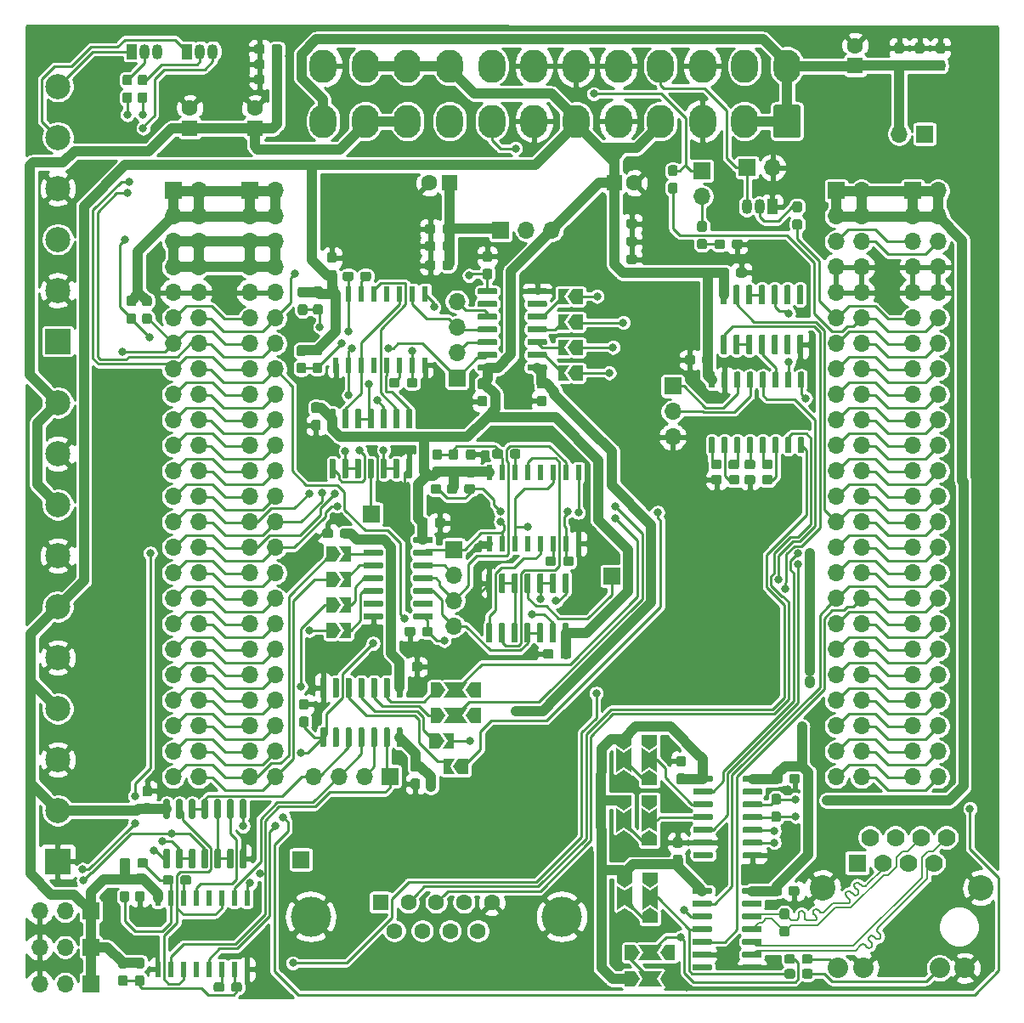
<source format=gtl>
G04 #@! TF.GenerationSoftware,KiCad,Pcbnew,5.1.5+dfsg1-2build2*
G04 #@! TF.CreationDate,2022-01-22T21:41:21+01:00*
G04 #@! TF.ProjectId,lightcontroll,6c696768-7463-46f6-9e74-726f6c6c2e6b,rev?*
G04 #@! TF.SameCoordinates,Original*
G04 #@! TF.FileFunction,Copper,L1,Top*
G04 #@! TF.FilePolarity,Positive*
%FSLAX46Y46*%
G04 Gerber Fmt 4.6, Leading zero omitted, Abs format (unit mm)*
G04 Created by KiCad (PCBNEW 5.1.5+dfsg1-2build2) date 2022-01-22 21:41:21*
%MOMM*%
%LPD*%
G04 APERTURE LIST*
%ADD10C,0.100000*%
%ADD11O,1.700000X1.700000*%
%ADD12R,1.700000X1.700000*%
%ADD13R,1.050000X1.500000*%
%ADD14O,1.050000X1.500000*%
%ADD15C,2.500000*%
%ADD16R,2.500000X2.500000*%
%ADD17C,4.000000*%
%ADD18C,1.600000*%
%ADD19R,1.600000X1.600000*%
%ADD20C,2.540000*%
%ADD21C,2.032000*%
%ADD22C,1.778000*%
%ADD23R,1.778000X1.778000*%
%ADD24R,0.600000X1.500000*%
%ADD25O,2.700000X3.300000*%
%ADD26C,0.800000*%
%ADD27C,0.250000*%
%ADD28C,1.000000*%
%ADD29C,0.200000*%
%ADD30C,0.254000*%
G04 APERTURE END LIST*
G04 #@! TA.AperFunction,SMDPad,CuDef*
D10*
G36*
X75946000Y-101679000D02*
G01*
X76696000Y-102179000D01*
X76696000Y-103179000D01*
X75196000Y-103179000D01*
X75196000Y-102179000D01*
X75946000Y-101679000D01*
G37*
G04 #@! TD.AperFunction*
G04 #@! TA.AperFunction,Conductor*
G36*
X75946000Y-101379000D02*
G01*
X75196000Y-101879000D01*
X75196000Y-99479000D01*
X75946000Y-99979000D01*
X76696000Y-99479000D01*
X76696000Y-101879000D01*
X75946000Y-101379000D01*
G37*
G04 #@! TD.AperFunction*
G04 #@! TA.AperFunction,SMDPad,CuDef*
G36*
X75946000Y-99679000D02*
G01*
X75196000Y-99179000D01*
X75196000Y-98179000D01*
X76696000Y-98179000D01*
X76696000Y-99179000D01*
X75946000Y-99679000D01*
G37*
G04 #@! TD.AperFunction*
G04 #@! TA.AperFunction,SMDPad,CuDef*
G36*
X75882500Y-87963500D02*
G01*
X76632500Y-88463500D01*
X76632500Y-89463500D01*
X75132500Y-89463500D01*
X75132500Y-88463500D01*
X75882500Y-87963500D01*
G37*
G04 #@! TD.AperFunction*
G04 #@! TA.AperFunction,Conductor*
G36*
X75882500Y-87663500D02*
G01*
X75132500Y-88163500D01*
X75132500Y-85763500D01*
X75882500Y-86263500D01*
X76632500Y-85763500D01*
X76632500Y-88163500D01*
X75882500Y-87663500D01*
G37*
G04 #@! TD.AperFunction*
G04 #@! TA.AperFunction,SMDPad,CuDef*
G36*
X75882500Y-85963500D02*
G01*
X75132500Y-85463500D01*
X75132500Y-84463500D01*
X76632500Y-84463500D01*
X76632500Y-85463500D01*
X75882500Y-85963500D01*
G37*
G04 #@! TD.AperFunction*
G04 #@! TA.AperFunction,SMDPad,CuDef*
G36*
X75882500Y-93964000D02*
G01*
X76632500Y-94464000D01*
X76632500Y-95464000D01*
X75132500Y-95464000D01*
X75132500Y-94464000D01*
X75882500Y-93964000D01*
G37*
G04 #@! TD.AperFunction*
G04 #@! TA.AperFunction,Conductor*
G36*
X75882500Y-93664000D02*
G01*
X75132500Y-94164000D01*
X75132500Y-91764000D01*
X75882500Y-92264000D01*
X76632500Y-91764000D01*
X76632500Y-94164000D01*
X75882500Y-93664000D01*
G37*
G04 #@! TD.AperFunction*
G04 #@! TA.AperFunction,SMDPad,CuDef*
G36*
X75882500Y-91964000D02*
G01*
X75132500Y-91464000D01*
X75132500Y-90464000D01*
X76632500Y-90464000D01*
X76632500Y-91464000D01*
X75882500Y-91964000D01*
G37*
G04 #@! TD.AperFunction*
D11*
X81089500Y-30797500D03*
D12*
X81089500Y-28257500D03*
D11*
X88170000Y-27914600D03*
D12*
X85630000Y-27914600D03*
D11*
X78206600Y-54787800D03*
X78206600Y-52247800D03*
D12*
X78206600Y-49707800D03*
G04 #@! TA.AperFunction,SMDPad,CuDef*
D10*
G36*
X24136779Y-20431144D02*
G01*
X24159834Y-20434563D01*
X24182443Y-20440227D01*
X24204387Y-20448079D01*
X24225457Y-20458044D01*
X24245448Y-20470026D01*
X24264168Y-20483910D01*
X24281438Y-20499562D01*
X24297090Y-20516832D01*
X24310974Y-20535552D01*
X24322956Y-20555543D01*
X24332921Y-20576613D01*
X24340773Y-20598557D01*
X24346437Y-20621166D01*
X24349856Y-20644221D01*
X24351000Y-20667500D01*
X24351000Y-21242500D01*
X24349856Y-21265779D01*
X24346437Y-21288834D01*
X24340773Y-21311443D01*
X24332921Y-21333387D01*
X24322956Y-21354457D01*
X24310974Y-21374448D01*
X24297090Y-21393168D01*
X24281438Y-21410438D01*
X24264168Y-21426090D01*
X24245448Y-21439974D01*
X24225457Y-21451956D01*
X24204387Y-21461921D01*
X24182443Y-21469773D01*
X24159834Y-21475437D01*
X24136779Y-21478856D01*
X24113500Y-21480000D01*
X23638500Y-21480000D01*
X23615221Y-21478856D01*
X23592166Y-21475437D01*
X23569557Y-21469773D01*
X23547613Y-21461921D01*
X23526543Y-21451956D01*
X23506552Y-21439974D01*
X23487832Y-21426090D01*
X23470562Y-21410438D01*
X23454910Y-21393168D01*
X23441026Y-21374448D01*
X23429044Y-21354457D01*
X23419079Y-21333387D01*
X23411227Y-21311443D01*
X23405563Y-21288834D01*
X23402144Y-21265779D01*
X23401000Y-21242500D01*
X23401000Y-20667500D01*
X23402144Y-20644221D01*
X23405563Y-20621166D01*
X23411227Y-20598557D01*
X23419079Y-20576613D01*
X23429044Y-20555543D01*
X23441026Y-20535552D01*
X23454910Y-20516832D01*
X23470562Y-20499562D01*
X23487832Y-20483910D01*
X23506552Y-20470026D01*
X23526543Y-20458044D01*
X23547613Y-20448079D01*
X23569557Y-20440227D01*
X23592166Y-20434563D01*
X23615221Y-20431144D01*
X23638500Y-20430000D01*
X24113500Y-20430000D01*
X24136779Y-20431144D01*
G37*
G04 #@! TD.AperFunction*
G04 #@! TA.AperFunction,SMDPad,CuDef*
G36*
X24136779Y-18681144D02*
G01*
X24159834Y-18684563D01*
X24182443Y-18690227D01*
X24204387Y-18698079D01*
X24225457Y-18708044D01*
X24245448Y-18720026D01*
X24264168Y-18733910D01*
X24281438Y-18749562D01*
X24297090Y-18766832D01*
X24310974Y-18785552D01*
X24322956Y-18805543D01*
X24332921Y-18826613D01*
X24340773Y-18848557D01*
X24346437Y-18871166D01*
X24349856Y-18894221D01*
X24351000Y-18917500D01*
X24351000Y-19492500D01*
X24349856Y-19515779D01*
X24346437Y-19538834D01*
X24340773Y-19561443D01*
X24332921Y-19583387D01*
X24322956Y-19604457D01*
X24310974Y-19624448D01*
X24297090Y-19643168D01*
X24281438Y-19660438D01*
X24264168Y-19676090D01*
X24245448Y-19689974D01*
X24225457Y-19701956D01*
X24204387Y-19711921D01*
X24182443Y-19719773D01*
X24159834Y-19725437D01*
X24136779Y-19728856D01*
X24113500Y-19730000D01*
X23638500Y-19730000D01*
X23615221Y-19728856D01*
X23592166Y-19725437D01*
X23569557Y-19719773D01*
X23547613Y-19711921D01*
X23526543Y-19701956D01*
X23506552Y-19689974D01*
X23487832Y-19676090D01*
X23470562Y-19660438D01*
X23454910Y-19643168D01*
X23441026Y-19624448D01*
X23429044Y-19604457D01*
X23419079Y-19583387D01*
X23411227Y-19561443D01*
X23405563Y-19538834D01*
X23402144Y-19515779D01*
X23401000Y-19492500D01*
X23401000Y-18917500D01*
X23402144Y-18894221D01*
X23405563Y-18871166D01*
X23411227Y-18848557D01*
X23419079Y-18826613D01*
X23429044Y-18805543D01*
X23441026Y-18785552D01*
X23454910Y-18766832D01*
X23470562Y-18749562D01*
X23487832Y-18733910D01*
X23506552Y-18720026D01*
X23526543Y-18708044D01*
X23547613Y-18698079D01*
X23569557Y-18690227D01*
X23592166Y-18684563D01*
X23615221Y-18681144D01*
X23638500Y-18680000D01*
X24113500Y-18680000D01*
X24136779Y-18681144D01*
G37*
G04 #@! TD.AperFunction*
G04 #@! TA.AperFunction,SMDPad,CuDef*
G36*
X24543179Y-42452944D02*
G01*
X24566234Y-42456363D01*
X24588843Y-42462027D01*
X24610787Y-42469879D01*
X24631857Y-42479844D01*
X24651848Y-42491826D01*
X24670568Y-42505710D01*
X24687838Y-42521362D01*
X24703490Y-42538632D01*
X24717374Y-42557352D01*
X24729356Y-42577343D01*
X24739321Y-42598413D01*
X24747173Y-42620357D01*
X24752837Y-42642966D01*
X24756256Y-42666021D01*
X24757400Y-42689300D01*
X24757400Y-43264300D01*
X24756256Y-43287579D01*
X24752837Y-43310634D01*
X24747173Y-43333243D01*
X24739321Y-43355187D01*
X24729356Y-43376257D01*
X24717374Y-43396248D01*
X24703490Y-43414968D01*
X24687838Y-43432238D01*
X24670568Y-43447890D01*
X24651848Y-43461774D01*
X24631857Y-43473756D01*
X24610787Y-43483721D01*
X24588843Y-43491573D01*
X24566234Y-43497237D01*
X24543179Y-43500656D01*
X24519900Y-43501800D01*
X24044900Y-43501800D01*
X24021621Y-43500656D01*
X23998566Y-43497237D01*
X23975957Y-43491573D01*
X23954013Y-43483721D01*
X23932943Y-43473756D01*
X23912952Y-43461774D01*
X23894232Y-43447890D01*
X23876962Y-43432238D01*
X23861310Y-43414968D01*
X23847426Y-43396248D01*
X23835444Y-43376257D01*
X23825479Y-43355187D01*
X23817627Y-43333243D01*
X23811963Y-43310634D01*
X23808544Y-43287579D01*
X23807400Y-43264300D01*
X23807400Y-42689300D01*
X23808544Y-42666021D01*
X23811963Y-42642966D01*
X23817627Y-42620357D01*
X23825479Y-42598413D01*
X23835444Y-42577343D01*
X23847426Y-42557352D01*
X23861310Y-42538632D01*
X23876962Y-42521362D01*
X23894232Y-42505710D01*
X23912952Y-42491826D01*
X23932943Y-42479844D01*
X23954013Y-42469879D01*
X23975957Y-42462027D01*
X23998566Y-42456363D01*
X24021621Y-42452944D01*
X24044900Y-42451800D01*
X24519900Y-42451800D01*
X24543179Y-42452944D01*
G37*
G04 #@! TD.AperFunction*
G04 #@! TA.AperFunction,SMDPad,CuDef*
G36*
X24543179Y-40702944D02*
G01*
X24566234Y-40706363D01*
X24588843Y-40712027D01*
X24610787Y-40719879D01*
X24631857Y-40729844D01*
X24651848Y-40741826D01*
X24670568Y-40755710D01*
X24687838Y-40771362D01*
X24703490Y-40788632D01*
X24717374Y-40807352D01*
X24729356Y-40827343D01*
X24739321Y-40848413D01*
X24747173Y-40870357D01*
X24752837Y-40892966D01*
X24756256Y-40916021D01*
X24757400Y-40939300D01*
X24757400Y-41514300D01*
X24756256Y-41537579D01*
X24752837Y-41560634D01*
X24747173Y-41583243D01*
X24739321Y-41605187D01*
X24729356Y-41626257D01*
X24717374Y-41646248D01*
X24703490Y-41664968D01*
X24687838Y-41682238D01*
X24670568Y-41697890D01*
X24651848Y-41711774D01*
X24631857Y-41723756D01*
X24610787Y-41733721D01*
X24588843Y-41741573D01*
X24566234Y-41747237D01*
X24543179Y-41750656D01*
X24519900Y-41751800D01*
X24044900Y-41751800D01*
X24021621Y-41750656D01*
X23998566Y-41747237D01*
X23975957Y-41741573D01*
X23954013Y-41733721D01*
X23932943Y-41723756D01*
X23912952Y-41711774D01*
X23894232Y-41697890D01*
X23876962Y-41682238D01*
X23861310Y-41664968D01*
X23847426Y-41646248D01*
X23835444Y-41626257D01*
X23825479Y-41605187D01*
X23817627Y-41583243D01*
X23811963Y-41560634D01*
X23808544Y-41537579D01*
X23807400Y-41514300D01*
X23807400Y-40939300D01*
X23808544Y-40916021D01*
X23811963Y-40892966D01*
X23817627Y-40870357D01*
X23825479Y-40848413D01*
X23835444Y-40827343D01*
X23847426Y-40807352D01*
X23861310Y-40788632D01*
X23876962Y-40771362D01*
X23894232Y-40755710D01*
X23912952Y-40741826D01*
X23932943Y-40729844D01*
X23954013Y-40719879D01*
X23975957Y-40712027D01*
X23998566Y-40706363D01*
X24021621Y-40702944D01*
X24044900Y-40701800D01*
X24519900Y-40701800D01*
X24543179Y-40702944D01*
G37*
G04 #@! TD.AperFunction*
G04 #@! TA.AperFunction,SMDPad,CuDef*
G36*
X26092579Y-40700344D02*
G01*
X26115634Y-40703763D01*
X26138243Y-40709427D01*
X26160187Y-40717279D01*
X26181257Y-40727244D01*
X26201248Y-40739226D01*
X26219968Y-40753110D01*
X26237238Y-40768762D01*
X26252890Y-40786032D01*
X26266774Y-40804752D01*
X26278756Y-40824743D01*
X26288721Y-40845813D01*
X26296573Y-40867757D01*
X26302237Y-40890366D01*
X26305656Y-40913421D01*
X26306800Y-40936700D01*
X26306800Y-41511700D01*
X26305656Y-41534979D01*
X26302237Y-41558034D01*
X26296573Y-41580643D01*
X26288721Y-41602587D01*
X26278756Y-41623657D01*
X26266774Y-41643648D01*
X26252890Y-41662368D01*
X26237238Y-41679638D01*
X26219968Y-41695290D01*
X26201248Y-41709174D01*
X26181257Y-41721156D01*
X26160187Y-41731121D01*
X26138243Y-41738973D01*
X26115634Y-41744637D01*
X26092579Y-41748056D01*
X26069300Y-41749200D01*
X25594300Y-41749200D01*
X25571021Y-41748056D01*
X25547966Y-41744637D01*
X25525357Y-41738973D01*
X25503413Y-41731121D01*
X25482343Y-41721156D01*
X25462352Y-41709174D01*
X25443632Y-41695290D01*
X25426362Y-41679638D01*
X25410710Y-41662368D01*
X25396826Y-41643648D01*
X25384844Y-41623657D01*
X25374879Y-41602587D01*
X25367027Y-41580643D01*
X25361363Y-41558034D01*
X25357944Y-41534979D01*
X25356800Y-41511700D01*
X25356800Y-40936700D01*
X25357944Y-40913421D01*
X25361363Y-40890366D01*
X25367027Y-40867757D01*
X25374879Y-40845813D01*
X25384844Y-40824743D01*
X25396826Y-40804752D01*
X25410710Y-40786032D01*
X25426362Y-40768762D01*
X25443632Y-40753110D01*
X25462352Y-40739226D01*
X25482343Y-40727244D01*
X25503413Y-40717279D01*
X25525357Y-40709427D01*
X25547966Y-40703763D01*
X25571021Y-40700344D01*
X25594300Y-40699200D01*
X26069300Y-40699200D01*
X26092579Y-40700344D01*
G37*
G04 #@! TD.AperFunction*
G04 #@! TA.AperFunction,SMDPad,CuDef*
G36*
X26092579Y-42450344D02*
G01*
X26115634Y-42453763D01*
X26138243Y-42459427D01*
X26160187Y-42467279D01*
X26181257Y-42477244D01*
X26201248Y-42489226D01*
X26219968Y-42503110D01*
X26237238Y-42518762D01*
X26252890Y-42536032D01*
X26266774Y-42554752D01*
X26278756Y-42574743D01*
X26288721Y-42595813D01*
X26296573Y-42617757D01*
X26302237Y-42640366D01*
X26305656Y-42663421D01*
X26306800Y-42686700D01*
X26306800Y-43261700D01*
X26305656Y-43284979D01*
X26302237Y-43308034D01*
X26296573Y-43330643D01*
X26288721Y-43352587D01*
X26278756Y-43373657D01*
X26266774Y-43393648D01*
X26252890Y-43412368D01*
X26237238Y-43429638D01*
X26219968Y-43445290D01*
X26201248Y-43459174D01*
X26181257Y-43471156D01*
X26160187Y-43481121D01*
X26138243Y-43488973D01*
X26115634Y-43494637D01*
X26092579Y-43498056D01*
X26069300Y-43499200D01*
X25594300Y-43499200D01*
X25571021Y-43498056D01*
X25547966Y-43494637D01*
X25525357Y-43488973D01*
X25503413Y-43481121D01*
X25482343Y-43471156D01*
X25462352Y-43459174D01*
X25443632Y-43445290D01*
X25426362Y-43429638D01*
X25410710Y-43412368D01*
X25396826Y-43393648D01*
X25384844Y-43373657D01*
X25374879Y-43352587D01*
X25367027Y-43330643D01*
X25361363Y-43308034D01*
X25357944Y-43284979D01*
X25356800Y-43261700D01*
X25356800Y-42686700D01*
X25357944Y-42663421D01*
X25361363Y-42640366D01*
X25367027Y-42617757D01*
X25374879Y-42595813D01*
X25384844Y-42574743D01*
X25396826Y-42554752D01*
X25410710Y-42536032D01*
X25426362Y-42518762D01*
X25443632Y-42503110D01*
X25462352Y-42489226D01*
X25482343Y-42477244D01*
X25503413Y-42467279D01*
X25525357Y-42459427D01*
X25547966Y-42453763D01*
X25571021Y-42450344D01*
X25594300Y-42449200D01*
X26069300Y-42449200D01*
X26092579Y-42450344D01*
G37*
G04 #@! TD.AperFunction*
G04 #@! TA.AperFunction,SMDPad,CuDef*
G36*
X25660779Y-20431144D02*
G01*
X25683834Y-20434563D01*
X25706443Y-20440227D01*
X25728387Y-20448079D01*
X25749457Y-20458044D01*
X25769448Y-20470026D01*
X25788168Y-20483910D01*
X25805438Y-20499562D01*
X25821090Y-20516832D01*
X25834974Y-20535552D01*
X25846956Y-20555543D01*
X25856921Y-20576613D01*
X25864773Y-20598557D01*
X25870437Y-20621166D01*
X25873856Y-20644221D01*
X25875000Y-20667500D01*
X25875000Y-21242500D01*
X25873856Y-21265779D01*
X25870437Y-21288834D01*
X25864773Y-21311443D01*
X25856921Y-21333387D01*
X25846956Y-21354457D01*
X25834974Y-21374448D01*
X25821090Y-21393168D01*
X25805438Y-21410438D01*
X25788168Y-21426090D01*
X25769448Y-21439974D01*
X25749457Y-21451956D01*
X25728387Y-21461921D01*
X25706443Y-21469773D01*
X25683834Y-21475437D01*
X25660779Y-21478856D01*
X25637500Y-21480000D01*
X25162500Y-21480000D01*
X25139221Y-21478856D01*
X25116166Y-21475437D01*
X25093557Y-21469773D01*
X25071613Y-21461921D01*
X25050543Y-21451956D01*
X25030552Y-21439974D01*
X25011832Y-21426090D01*
X24994562Y-21410438D01*
X24978910Y-21393168D01*
X24965026Y-21374448D01*
X24953044Y-21354457D01*
X24943079Y-21333387D01*
X24935227Y-21311443D01*
X24929563Y-21288834D01*
X24926144Y-21265779D01*
X24925000Y-21242500D01*
X24925000Y-20667500D01*
X24926144Y-20644221D01*
X24929563Y-20621166D01*
X24935227Y-20598557D01*
X24943079Y-20576613D01*
X24953044Y-20555543D01*
X24965026Y-20535552D01*
X24978910Y-20516832D01*
X24994562Y-20499562D01*
X25011832Y-20483910D01*
X25030552Y-20470026D01*
X25050543Y-20458044D01*
X25071613Y-20448079D01*
X25093557Y-20440227D01*
X25116166Y-20434563D01*
X25139221Y-20431144D01*
X25162500Y-20430000D01*
X25637500Y-20430000D01*
X25660779Y-20431144D01*
G37*
G04 #@! TD.AperFunction*
G04 #@! TA.AperFunction,SMDPad,CuDef*
G36*
X25660779Y-18681144D02*
G01*
X25683834Y-18684563D01*
X25706443Y-18690227D01*
X25728387Y-18698079D01*
X25749457Y-18708044D01*
X25769448Y-18720026D01*
X25788168Y-18733910D01*
X25805438Y-18749562D01*
X25821090Y-18766832D01*
X25834974Y-18785552D01*
X25846956Y-18805543D01*
X25856921Y-18826613D01*
X25864773Y-18848557D01*
X25870437Y-18871166D01*
X25873856Y-18894221D01*
X25875000Y-18917500D01*
X25875000Y-19492500D01*
X25873856Y-19515779D01*
X25870437Y-19538834D01*
X25864773Y-19561443D01*
X25856921Y-19583387D01*
X25846956Y-19604457D01*
X25834974Y-19624448D01*
X25821090Y-19643168D01*
X25805438Y-19660438D01*
X25788168Y-19676090D01*
X25769448Y-19689974D01*
X25749457Y-19701956D01*
X25728387Y-19711921D01*
X25706443Y-19719773D01*
X25683834Y-19725437D01*
X25660779Y-19728856D01*
X25637500Y-19730000D01*
X25162500Y-19730000D01*
X25139221Y-19728856D01*
X25116166Y-19725437D01*
X25093557Y-19719773D01*
X25071613Y-19711921D01*
X25050543Y-19701956D01*
X25030552Y-19689974D01*
X25011832Y-19676090D01*
X24994562Y-19660438D01*
X24978910Y-19643168D01*
X24965026Y-19624448D01*
X24953044Y-19604457D01*
X24943079Y-19583387D01*
X24935227Y-19561443D01*
X24929563Y-19538834D01*
X24926144Y-19515779D01*
X24925000Y-19492500D01*
X24925000Y-18917500D01*
X24926144Y-18894221D01*
X24929563Y-18871166D01*
X24935227Y-18848557D01*
X24943079Y-18826613D01*
X24953044Y-18805543D01*
X24965026Y-18785552D01*
X24978910Y-18766832D01*
X24994562Y-18749562D01*
X25011832Y-18733910D01*
X25030552Y-18720026D01*
X25050543Y-18708044D01*
X25071613Y-18698079D01*
X25093557Y-18690227D01*
X25116166Y-18684563D01*
X25139221Y-18681144D01*
X25162500Y-18680000D01*
X25637500Y-18680000D01*
X25660779Y-18681144D01*
G37*
G04 #@! TD.AperFunction*
D13*
X24307800Y-16357600D03*
D14*
X26847800Y-16357600D03*
X25577800Y-16357600D03*
D13*
X29845000Y-16357600D03*
D14*
X32385000Y-16357600D03*
X31115000Y-16357600D03*
D15*
X16941800Y-19837400D03*
X16941800Y-24917400D03*
X16941800Y-29997400D03*
X16941800Y-35077400D03*
X16941800Y-40157400D03*
D16*
X16941800Y-45237400D03*
D15*
X16941800Y-51358800D03*
X16941800Y-56438800D03*
X16941800Y-61518800D03*
X16941800Y-66598800D03*
X16941800Y-71678800D03*
X16941800Y-76758800D03*
X16941800Y-81838800D03*
X16941800Y-86918800D03*
X16941800Y-91998800D03*
D16*
X16941800Y-97078800D03*
G04 #@! TA.AperFunction,SMDPad,CuDef*
D10*
G36*
X74939400Y-108762800D02*
G01*
X74439400Y-109512800D01*
X73439400Y-109512800D01*
X73439400Y-108012800D01*
X74439400Y-108012800D01*
X74939400Y-108762800D01*
G37*
G04 #@! TD.AperFunction*
G04 #@! TA.AperFunction,Conductor*
G36*
X75239400Y-108762800D02*
G01*
X74739400Y-108012800D01*
X77139400Y-108012800D01*
X76639400Y-108762800D01*
X77139400Y-109512800D01*
X74739400Y-109512800D01*
X75239400Y-108762800D01*
G37*
G04 #@! TD.AperFunction*
G04 #@! TA.AperFunction,SMDPad,CuDef*
G36*
X76939400Y-108762800D02*
G01*
X77439400Y-108012800D01*
X78439400Y-108012800D01*
X78439400Y-109512800D01*
X77439400Y-109512800D01*
X76939400Y-108762800D01*
G37*
G04 #@! TD.AperFunction*
G04 #@! TA.AperFunction,SMDPad,CuDef*
G36*
X73406000Y-99704400D02*
G01*
X72656000Y-99204400D01*
X72656000Y-98204400D01*
X74156000Y-98204400D01*
X74156000Y-99204400D01*
X73406000Y-99704400D01*
G37*
G04 #@! TD.AperFunction*
G04 #@! TA.AperFunction,Conductor*
G36*
X73406000Y-100004400D02*
G01*
X74156000Y-99504400D01*
X74156000Y-101904400D01*
X73406000Y-101404400D01*
X72656000Y-101904400D01*
X72656000Y-99504400D01*
X73406000Y-100004400D01*
G37*
G04 #@! TD.AperFunction*
G04 #@! TA.AperFunction,SMDPad,CuDef*
G36*
X73406000Y-101704400D02*
G01*
X74156000Y-102204400D01*
X74156000Y-103204400D01*
X72656000Y-103204400D01*
X72656000Y-102204400D01*
X73406000Y-101704400D01*
G37*
G04 #@! TD.AperFunction*
G04 #@! TA.AperFunction,SMDPad,CuDef*
G36*
X73329800Y-85969600D02*
G01*
X72579800Y-85469600D01*
X72579800Y-84469600D01*
X74079800Y-84469600D01*
X74079800Y-85469600D01*
X73329800Y-85969600D01*
G37*
G04 #@! TD.AperFunction*
G04 #@! TA.AperFunction,Conductor*
G36*
X73329800Y-86269600D02*
G01*
X74079800Y-85769600D01*
X74079800Y-88169600D01*
X73329800Y-87669600D01*
X72579800Y-88169600D01*
X72579800Y-85769600D01*
X73329800Y-86269600D01*
G37*
G04 #@! TD.AperFunction*
G04 #@! TA.AperFunction,SMDPad,CuDef*
G36*
X73329800Y-87969600D02*
G01*
X74079800Y-88469600D01*
X74079800Y-89469600D01*
X72579800Y-89469600D01*
X72579800Y-88469600D01*
X73329800Y-87969600D01*
G37*
G04 #@! TD.AperFunction*
G04 #@! TA.AperFunction,SMDPad,CuDef*
G36*
X73329800Y-91989400D02*
G01*
X72579800Y-91489400D01*
X72579800Y-90489400D01*
X74079800Y-90489400D01*
X74079800Y-91489400D01*
X73329800Y-91989400D01*
G37*
G04 #@! TD.AperFunction*
G04 #@! TA.AperFunction,Conductor*
G36*
X73329800Y-92289400D02*
G01*
X74079800Y-91789400D01*
X74079800Y-94189400D01*
X73329800Y-93689400D01*
X72579800Y-94189400D01*
X72579800Y-91789400D01*
X73329800Y-92289400D01*
G37*
G04 #@! TD.AperFunction*
G04 #@! TA.AperFunction,SMDPad,CuDef*
G36*
X73329800Y-93989400D02*
G01*
X74079800Y-94489400D01*
X74079800Y-95489400D01*
X72579800Y-95489400D01*
X72579800Y-94489400D01*
X73329800Y-93989400D01*
G37*
G04 #@! TD.AperFunction*
G04 #@! TA.AperFunction,SMDPad,CuDef*
G36*
X27952303Y-90860922D02*
G01*
X27966864Y-90863082D01*
X27981143Y-90866659D01*
X27995003Y-90871618D01*
X28008310Y-90877912D01*
X28020936Y-90885480D01*
X28032759Y-90894248D01*
X28043666Y-90904134D01*
X28053552Y-90915041D01*
X28062320Y-90926864D01*
X28069888Y-90939490D01*
X28076182Y-90952797D01*
X28081141Y-90966657D01*
X28084718Y-90980936D01*
X28086878Y-90995497D01*
X28087600Y-91010200D01*
X28087600Y-92660200D01*
X28086878Y-92674903D01*
X28084718Y-92689464D01*
X28081141Y-92703743D01*
X28076182Y-92717603D01*
X28069888Y-92730910D01*
X28062320Y-92743536D01*
X28053552Y-92755359D01*
X28043666Y-92766266D01*
X28032759Y-92776152D01*
X28020936Y-92784920D01*
X28008310Y-92792488D01*
X27995003Y-92798782D01*
X27981143Y-92803741D01*
X27966864Y-92807318D01*
X27952303Y-92809478D01*
X27937600Y-92810200D01*
X27637600Y-92810200D01*
X27622897Y-92809478D01*
X27608336Y-92807318D01*
X27594057Y-92803741D01*
X27580197Y-92798782D01*
X27566890Y-92792488D01*
X27554264Y-92784920D01*
X27542441Y-92776152D01*
X27531534Y-92766266D01*
X27521648Y-92755359D01*
X27512880Y-92743536D01*
X27505312Y-92730910D01*
X27499018Y-92717603D01*
X27494059Y-92703743D01*
X27490482Y-92689464D01*
X27488322Y-92674903D01*
X27487600Y-92660200D01*
X27487600Y-91010200D01*
X27488322Y-90995497D01*
X27490482Y-90980936D01*
X27494059Y-90966657D01*
X27499018Y-90952797D01*
X27505312Y-90939490D01*
X27512880Y-90926864D01*
X27521648Y-90915041D01*
X27531534Y-90904134D01*
X27542441Y-90894248D01*
X27554264Y-90885480D01*
X27566890Y-90877912D01*
X27580197Y-90871618D01*
X27594057Y-90866659D01*
X27608336Y-90863082D01*
X27622897Y-90860922D01*
X27637600Y-90860200D01*
X27937600Y-90860200D01*
X27952303Y-90860922D01*
G37*
G04 #@! TD.AperFunction*
G04 #@! TA.AperFunction,SMDPad,CuDef*
G36*
X29222303Y-90860922D02*
G01*
X29236864Y-90863082D01*
X29251143Y-90866659D01*
X29265003Y-90871618D01*
X29278310Y-90877912D01*
X29290936Y-90885480D01*
X29302759Y-90894248D01*
X29313666Y-90904134D01*
X29323552Y-90915041D01*
X29332320Y-90926864D01*
X29339888Y-90939490D01*
X29346182Y-90952797D01*
X29351141Y-90966657D01*
X29354718Y-90980936D01*
X29356878Y-90995497D01*
X29357600Y-91010200D01*
X29357600Y-92660200D01*
X29356878Y-92674903D01*
X29354718Y-92689464D01*
X29351141Y-92703743D01*
X29346182Y-92717603D01*
X29339888Y-92730910D01*
X29332320Y-92743536D01*
X29323552Y-92755359D01*
X29313666Y-92766266D01*
X29302759Y-92776152D01*
X29290936Y-92784920D01*
X29278310Y-92792488D01*
X29265003Y-92798782D01*
X29251143Y-92803741D01*
X29236864Y-92807318D01*
X29222303Y-92809478D01*
X29207600Y-92810200D01*
X28907600Y-92810200D01*
X28892897Y-92809478D01*
X28878336Y-92807318D01*
X28864057Y-92803741D01*
X28850197Y-92798782D01*
X28836890Y-92792488D01*
X28824264Y-92784920D01*
X28812441Y-92776152D01*
X28801534Y-92766266D01*
X28791648Y-92755359D01*
X28782880Y-92743536D01*
X28775312Y-92730910D01*
X28769018Y-92717603D01*
X28764059Y-92703743D01*
X28760482Y-92689464D01*
X28758322Y-92674903D01*
X28757600Y-92660200D01*
X28757600Y-91010200D01*
X28758322Y-90995497D01*
X28760482Y-90980936D01*
X28764059Y-90966657D01*
X28769018Y-90952797D01*
X28775312Y-90939490D01*
X28782880Y-90926864D01*
X28791648Y-90915041D01*
X28801534Y-90904134D01*
X28812441Y-90894248D01*
X28824264Y-90885480D01*
X28836890Y-90877912D01*
X28850197Y-90871618D01*
X28864057Y-90866659D01*
X28878336Y-90863082D01*
X28892897Y-90860922D01*
X28907600Y-90860200D01*
X29207600Y-90860200D01*
X29222303Y-90860922D01*
G37*
G04 #@! TD.AperFunction*
G04 #@! TA.AperFunction,SMDPad,CuDef*
G36*
X30492303Y-90860922D02*
G01*
X30506864Y-90863082D01*
X30521143Y-90866659D01*
X30535003Y-90871618D01*
X30548310Y-90877912D01*
X30560936Y-90885480D01*
X30572759Y-90894248D01*
X30583666Y-90904134D01*
X30593552Y-90915041D01*
X30602320Y-90926864D01*
X30609888Y-90939490D01*
X30616182Y-90952797D01*
X30621141Y-90966657D01*
X30624718Y-90980936D01*
X30626878Y-90995497D01*
X30627600Y-91010200D01*
X30627600Y-92660200D01*
X30626878Y-92674903D01*
X30624718Y-92689464D01*
X30621141Y-92703743D01*
X30616182Y-92717603D01*
X30609888Y-92730910D01*
X30602320Y-92743536D01*
X30593552Y-92755359D01*
X30583666Y-92766266D01*
X30572759Y-92776152D01*
X30560936Y-92784920D01*
X30548310Y-92792488D01*
X30535003Y-92798782D01*
X30521143Y-92803741D01*
X30506864Y-92807318D01*
X30492303Y-92809478D01*
X30477600Y-92810200D01*
X30177600Y-92810200D01*
X30162897Y-92809478D01*
X30148336Y-92807318D01*
X30134057Y-92803741D01*
X30120197Y-92798782D01*
X30106890Y-92792488D01*
X30094264Y-92784920D01*
X30082441Y-92776152D01*
X30071534Y-92766266D01*
X30061648Y-92755359D01*
X30052880Y-92743536D01*
X30045312Y-92730910D01*
X30039018Y-92717603D01*
X30034059Y-92703743D01*
X30030482Y-92689464D01*
X30028322Y-92674903D01*
X30027600Y-92660200D01*
X30027600Y-91010200D01*
X30028322Y-90995497D01*
X30030482Y-90980936D01*
X30034059Y-90966657D01*
X30039018Y-90952797D01*
X30045312Y-90939490D01*
X30052880Y-90926864D01*
X30061648Y-90915041D01*
X30071534Y-90904134D01*
X30082441Y-90894248D01*
X30094264Y-90885480D01*
X30106890Y-90877912D01*
X30120197Y-90871618D01*
X30134057Y-90866659D01*
X30148336Y-90863082D01*
X30162897Y-90860922D01*
X30177600Y-90860200D01*
X30477600Y-90860200D01*
X30492303Y-90860922D01*
G37*
G04 #@! TD.AperFunction*
G04 #@! TA.AperFunction,SMDPad,CuDef*
G36*
X31762303Y-90860922D02*
G01*
X31776864Y-90863082D01*
X31791143Y-90866659D01*
X31805003Y-90871618D01*
X31818310Y-90877912D01*
X31830936Y-90885480D01*
X31842759Y-90894248D01*
X31853666Y-90904134D01*
X31863552Y-90915041D01*
X31872320Y-90926864D01*
X31879888Y-90939490D01*
X31886182Y-90952797D01*
X31891141Y-90966657D01*
X31894718Y-90980936D01*
X31896878Y-90995497D01*
X31897600Y-91010200D01*
X31897600Y-92660200D01*
X31896878Y-92674903D01*
X31894718Y-92689464D01*
X31891141Y-92703743D01*
X31886182Y-92717603D01*
X31879888Y-92730910D01*
X31872320Y-92743536D01*
X31863552Y-92755359D01*
X31853666Y-92766266D01*
X31842759Y-92776152D01*
X31830936Y-92784920D01*
X31818310Y-92792488D01*
X31805003Y-92798782D01*
X31791143Y-92803741D01*
X31776864Y-92807318D01*
X31762303Y-92809478D01*
X31747600Y-92810200D01*
X31447600Y-92810200D01*
X31432897Y-92809478D01*
X31418336Y-92807318D01*
X31404057Y-92803741D01*
X31390197Y-92798782D01*
X31376890Y-92792488D01*
X31364264Y-92784920D01*
X31352441Y-92776152D01*
X31341534Y-92766266D01*
X31331648Y-92755359D01*
X31322880Y-92743536D01*
X31315312Y-92730910D01*
X31309018Y-92717603D01*
X31304059Y-92703743D01*
X31300482Y-92689464D01*
X31298322Y-92674903D01*
X31297600Y-92660200D01*
X31297600Y-91010200D01*
X31298322Y-90995497D01*
X31300482Y-90980936D01*
X31304059Y-90966657D01*
X31309018Y-90952797D01*
X31315312Y-90939490D01*
X31322880Y-90926864D01*
X31331648Y-90915041D01*
X31341534Y-90904134D01*
X31352441Y-90894248D01*
X31364264Y-90885480D01*
X31376890Y-90877912D01*
X31390197Y-90871618D01*
X31404057Y-90866659D01*
X31418336Y-90863082D01*
X31432897Y-90860922D01*
X31447600Y-90860200D01*
X31747600Y-90860200D01*
X31762303Y-90860922D01*
G37*
G04 #@! TD.AperFunction*
G04 #@! TA.AperFunction,SMDPad,CuDef*
G36*
X33032303Y-90860922D02*
G01*
X33046864Y-90863082D01*
X33061143Y-90866659D01*
X33075003Y-90871618D01*
X33088310Y-90877912D01*
X33100936Y-90885480D01*
X33112759Y-90894248D01*
X33123666Y-90904134D01*
X33133552Y-90915041D01*
X33142320Y-90926864D01*
X33149888Y-90939490D01*
X33156182Y-90952797D01*
X33161141Y-90966657D01*
X33164718Y-90980936D01*
X33166878Y-90995497D01*
X33167600Y-91010200D01*
X33167600Y-92660200D01*
X33166878Y-92674903D01*
X33164718Y-92689464D01*
X33161141Y-92703743D01*
X33156182Y-92717603D01*
X33149888Y-92730910D01*
X33142320Y-92743536D01*
X33133552Y-92755359D01*
X33123666Y-92766266D01*
X33112759Y-92776152D01*
X33100936Y-92784920D01*
X33088310Y-92792488D01*
X33075003Y-92798782D01*
X33061143Y-92803741D01*
X33046864Y-92807318D01*
X33032303Y-92809478D01*
X33017600Y-92810200D01*
X32717600Y-92810200D01*
X32702897Y-92809478D01*
X32688336Y-92807318D01*
X32674057Y-92803741D01*
X32660197Y-92798782D01*
X32646890Y-92792488D01*
X32634264Y-92784920D01*
X32622441Y-92776152D01*
X32611534Y-92766266D01*
X32601648Y-92755359D01*
X32592880Y-92743536D01*
X32585312Y-92730910D01*
X32579018Y-92717603D01*
X32574059Y-92703743D01*
X32570482Y-92689464D01*
X32568322Y-92674903D01*
X32567600Y-92660200D01*
X32567600Y-91010200D01*
X32568322Y-90995497D01*
X32570482Y-90980936D01*
X32574059Y-90966657D01*
X32579018Y-90952797D01*
X32585312Y-90939490D01*
X32592880Y-90926864D01*
X32601648Y-90915041D01*
X32611534Y-90904134D01*
X32622441Y-90894248D01*
X32634264Y-90885480D01*
X32646890Y-90877912D01*
X32660197Y-90871618D01*
X32674057Y-90866659D01*
X32688336Y-90863082D01*
X32702897Y-90860922D01*
X32717600Y-90860200D01*
X33017600Y-90860200D01*
X33032303Y-90860922D01*
G37*
G04 #@! TD.AperFunction*
G04 #@! TA.AperFunction,SMDPad,CuDef*
G36*
X34302303Y-90860922D02*
G01*
X34316864Y-90863082D01*
X34331143Y-90866659D01*
X34345003Y-90871618D01*
X34358310Y-90877912D01*
X34370936Y-90885480D01*
X34382759Y-90894248D01*
X34393666Y-90904134D01*
X34403552Y-90915041D01*
X34412320Y-90926864D01*
X34419888Y-90939490D01*
X34426182Y-90952797D01*
X34431141Y-90966657D01*
X34434718Y-90980936D01*
X34436878Y-90995497D01*
X34437600Y-91010200D01*
X34437600Y-92660200D01*
X34436878Y-92674903D01*
X34434718Y-92689464D01*
X34431141Y-92703743D01*
X34426182Y-92717603D01*
X34419888Y-92730910D01*
X34412320Y-92743536D01*
X34403552Y-92755359D01*
X34393666Y-92766266D01*
X34382759Y-92776152D01*
X34370936Y-92784920D01*
X34358310Y-92792488D01*
X34345003Y-92798782D01*
X34331143Y-92803741D01*
X34316864Y-92807318D01*
X34302303Y-92809478D01*
X34287600Y-92810200D01*
X33987600Y-92810200D01*
X33972897Y-92809478D01*
X33958336Y-92807318D01*
X33944057Y-92803741D01*
X33930197Y-92798782D01*
X33916890Y-92792488D01*
X33904264Y-92784920D01*
X33892441Y-92776152D01*
X33881534Y-92766266D01*
X33871648Y-92755359D01*
X33862880Y-92743536D01*
X33855312Y-92730910D01*
X33849018Y-92717603D01*
X33844059Y-92703743D01*
X33840482Y-92689464D01*
X33838322Y-92674903D01*
X33837600Y-92660200D01*
X33837600Y-91010200D01*
X33838322Y-90995497D01*
X33840482Y-90980936D01*
X33844059Y-90966657D01*
X33849018Y-90952797D01*
X33855312Y-90939490D01*
X33862880Y-90926864D01*
X33871648Y-90915041D01*
X33881534Y-90904134D01*
X33892441Y-90894248D01*
X33904264Y-90885480D01*
X33916890Y-90877912D01*
X33930197Y-90871618D01*
X33944057Y-90866659D01*
X33958336Y-90863082D01*
X33972897Y-90860922D01*
X33987600Y-90860200D01*
X34287600Y-90860200D01*
X34302303Y-90860922D01*
G37*
G04 #@! TD.AperFunction*
G04 #@! TA.AperFunction,SMDPad,CuDef*
G36*
X35572303Y-90860922D02*
G01*
X35586864Y-90863082D01*
X35601143Y-90866659D01*
X35615003Y-90871618D01*
X35628310Y-90877912D01*
X35640936Y-90885480D01*
X35652759Y-90894248D01*
X35663666Y-90904134D01*
X35673552Y-90915041D01*
X35682320Y-90926864D01*
X35689888Y-90939490D01*
X35696182Y-90952797D01*
X35701141Y-90966657D01*
X35704718Y-90980936D01*
X35706878Y-90995497D01*
X35707600Y-91010200D01*
X35707600Y-92660200D01*
X35706878Y-92674903D01*
X35704718Y-92689464D01*
X35701141Y-92703743D01*
X35696182Y-92717603D01*
X35689888Y-92730910D01*
X35682320Y-92743536D01*
X35673552Y-92755359D01*
X35663666Y-92766266D01*
X35652759Y-92776152D01*
X35640936Y-92784920D01*
X35628310Y-92792488D01*
X35615003Y-92798782D01*
X35601143Y-92803741D01*
X35586864Y-92807318D01*
X35572303Y-92809478D01*
X35557600Y-92810200D01*
X35257600Y-92810200D01*
X35242897Y-92809478D01*
X35228336Y-92807318D01*
X35214057Y-92803741D01*
X35200197Y-92798782D01*
X35186890Y-92792488D01*
X35174264Y-92784920D01*
X35162441Y-92776152D01*
X35151534Y-92766266D01*
X35141648Y-92755359D01*
X35132880Y-92743536D01*
X35125312Y-92730910D01*
X35119018Y-92717603D01*
X35114059Y-92703743D01*
X35110482Y-92689464D01*
X35108322Y-92674903D01*
X35107600Y-92660200D01*
X35107600Y-91010200D01*
X35108322Y-90995497D01*
X35110482Y-90980936D01*
X35114059Y-90966657D01*
X35119018Y-90952797D01*
X35125312Y-90939490D01*
X35132880Y-90926864D01*
X35141648Y-90915041D01*
X35151534Y-90904134D01*
X35162441Y-90894248D01*
X35174264Y-90885480D01*
X35186890Y-90877912D01*
X35200197Y-90871618D01*
X35214057Y-90866659D01*
X35228336Y-90863082D01*
X35242897Y-90860922D01*
X35257600Y-90860200D01*
X35557600Y-90860200D01*
X35572303Y-90860922D01*
G37*
G04 #@! TD.AperFunction*
G04 #@! TA.AperFunction,SMDPad,CuDef*
G36*
X35572303Y-95810922D02*
G01*
X35586864Y-95813082D01*
X35601143Y-95816659D01*
X35615003Y-95821618D01*
X35628310Y-95827912D01*
X35640936Y-95835480D01*
X35652759Y-95844248D01*
X35663666Y-95854134D01*
X35673552Y-95865041D01*
X35682320Y-95876864D01*
X35689888Y-95889490D01*
X35696182Y-95902797D01*
X35701141Y-95916657D01*
X35704718Y-95930936D01*
X35706878Y-95945497D01*
X35707600Y-95960200D01*
X35707600Y-97610200D01*
X35706878Y-97624903D01*
X35704718Y-97639464D01*
X35701141Y-97653743D01*
X35696182Y-97667603D01*
X35689888Y-97680910D01*
X35682320Y-97693536D01*
X35673552Y-97705359D01*
X35663666Y-97716266D01*
X35652759Y-97726152D01*
X35640936Y-97734920D01*
X35628310Y-97742488D01*
X35615003Y-97748782D01*
X35601143Y-97753741D01*
X35586864Y-97757318D01*
X35572303Y-97759478D01*
X35557600Y-97760200D01*
X35257600Y-97760200D01*
X35242897Y-97759478D01*
X35228336Y-97757318D01*
X35214057Y-97753741D01*
X35200197Y-97748782D01*
X35186890Y-97742488D01*
X35174264Y-97734920D01*
X35162441Y-97726152D01*
X35151534Y-97716266D01*
X35141648Y-97705359D01*
X35132880Y-97693536D01*
X35125312Y-97680910D01*
X35119018Y-97667603D01*
X35114059Y-97653743D01*
X35110482Y-97639464D01*
X35108322Y-97624903D01*
X35107600Y-97610200D01*
X35107600Y-95960200D01*
X35108322Y-95945497D01*
X35110482Y-95930936D01*
X35114059Y-95916657D01*
X35119018Y-95902797D01*
X35125312Y-95889490D01*
X35132880Y-95876864D01*
X35141648Y-95865041D01*
X35151534Y-95854134D01*
X35162441Y-95844248D01*
X35174264Y-95835480D01*
X35186890Y-95827912D01*
X35200197Y-95821618D01*
X35214057Y-95816659D01*
X35228336Y-95813082D01*
X35242897Y-95810922D01*
X35257600Y-95810200D01*
X35557600Y-95810200D01*
X35572303Y-95810922D01*
G37*
G04 #@! TD.AperFunction*
G04 #@! TA.AperFunction,SMDPad,CuDef*
G36*
X34302303Y-95810922D02*
G01*
X34316864Y-95813082D01*
X34331143Y-95816659D01*
X34345003Y-95821618D01*
X34358310Y-95827912D01*
X34370936Y-95835480D01*
X34382759Y-95844248D01*
X34393666Y-95854134D01*
X34403552Y-95865041D01*
X34412320Y-95876864D01*
X34419888Y-95889490D01*
X34426182Y-95902797D01*
X34431141Y-95916657D01*
X34434718Y-95930936D01*
X34436878Y-95945497D01*
X34437600Y-95960200D01*
X34437600Y-97610200D01*
X34436878Y-97624903D01*
X34434718Y-97639464D01*
X34431141Y-97653743D01*
X34426182Y-97667603D01*
X34419888Y-97680910D01*
X34412320Y-97693536D01*
X34403552Y-97705359D01*
X34393666Y-97716266D01*
X34382759Y-97726152D01*
X34370936Y-97734920D01*
X34358310Y-97742488D01*
X34345003Y-97748782D01*
X34331143Y-97753741D01*
X34316864Y-97757318D01*
X34302303Y-97759478D01*
X34287600Y-97760200D01*
X33987600Y-97760200D01*
X33972897Y-97759478D01*
X33958336Y-97757318D01*
X33944057Y-97753741D01*
X33930197Y-97748782D01*
X33916890Y-97742488D01*
X33904264Y-97734920D01*
X33892441Y-97726152D01*
X33881534Y-97716266D01*
X33871648Y-97705359D01*
X33862880Y-97693536D01*
X33855312Y-97680910D01*
X33849018Y-97667603D01*
X33844059Y-97653743D01*
X33840482Y-97639464D01*
X33838322Y-97624903D01*
X33837600Y-97610200D01*
X33837600Y-95960200D01*
X33838322Y-95945497D01*
X33840482Y-95930936D01*
X33844059Y-95916657D01*
X33849018Y-95902797D01*
X33855312Y-95889490D01*
X33862880Y-95876864D01*
X33871648Y-95865041D01*
X33881534Y-95854134D01*
X33892441Y-95844248D01*
X33904264Y-95835480D01*
X33916890Y-95827912D01*
X33930197Y-95821618D01*
X33944057Y-95816659D01*
X33958336Y-95813082D01*
X33972897Y-95810922D01*
X33987600Y-95810200D01*
X34287600Y-95810200D01*
X34302303Y-95810922D01*
G37*
G04 #@! TD.AperFunction*
G04 #@! TA.AperFunction,SMDPad,CuDef*
G36*
X33032303Y-95810922D02*
G01*
X33046864Y-95813082D01*
X33061143Y-95816659D01*
X33075003Y-95821618D01*
X33088310Y-95827912D01*
X33100936Y-95835480D01*
X33112759Y-95844248D01*
X33123666Y-95854134D01*
X33133552Y-95865041D01*
X33142320Y-95876864D01*
X33149888Y-95889490D01*
X33156182Y-95902797D01*
X33161141Y-95916657D01*
X33164718Y-95930936D01*
X33166878Y-95945497D01*
X33167600Y-95960200D01*
X33167600Y-97610200D01*
X33166878Y-97624903D01*
X33164718Y-97639464D01*
X33161141Y-97653743D01*
X33156182Y-97667603D01*
X33149888Y-97680910D01*
X33142320Y-97693536D01*
X33133552Y-97705359D01*
X33123666Y-97716266D01*
X33112759Y-97726152D01*
X33100936Y-97734920D01*
X33088310Y-97742488D01*
X33075003Y-97748782D01*
X33061143Y-97753741D01*
X33046864Y-97757318D01*
X33032303Y-97759478D01*
X33017600Y-97760200D01*
X32717600Y-97760200D01*
X32702897Y-97759478D01*
X32688336Y-97757318D01*
X32674057Y-97753741D01*
X32660197Y-97748782D01*
X32646890Y-97742488D01*
X32634264Y-97734920D01*
X32622441Y-97726152D01*
X32611534Y-97716266D01*
X32601648Y-97705359D01*
X32592880Y-97693536D01*
X32585312Y-97680910D01*
X32579018Y-97667603D01*
X32574059Y-97653743D01*
X32570482Y-97639464D01*
X32568322Y-97624903D01*
X32567600Y-97610200D01*
X32567600Y-95960200D01*
X32568322Y-95945497D01*
X32570482Y-95930936D01*
X32574059Y-95916657D01*
X32579018Y-95902797D01*
X32585312Y-95889490D01*
X32592880Y-95876864D01*
X32601648Y-95865041D01*
X32611534Y-95854134D01*
X32622441Y-95844248D01*
X32634264Y-95835480D01*
X32646890Y-95827912D01*
X32660197Y-95821618D01*
X32674057Y-95816659D01*
X32688336Y-95813082D01*
X32702897Y-95810922D01*
X32717600Y-95810200D01*
X33017600Y-95810200D01*
X33032303Y-95810922D01*
G37*
G04 #@! TD.AperFunction*
G04 #@! TA.AperFunction,SMDPad,CuDef*
G36*
X31762303Y-95810922D02*
G01*
X31776864Y-95813082D01*
X31791143Y-95816659D01*
X31805003Y-95821618D01*
X31818310Y-95827912D01*
X31830936Y-95835480D01*
X31842759Y-95844248D01*
X31853666Y-95854134D01*
X31863552Y-95865041D01*
X31872320Y-95876864D01*
X31879888Y-95889490D01*
X31886182Y-95902797D01*
X31891141Y-95916657D01*
X31894718Y-95930936D01*
X31896878Y-95945497D01*
X31897600Y-95960200D01*
X31897600Y-97610200D01*
X31896878Y-97624903D01*
X31894718Y-97639464D01*
X31891141Y-97653743D01*
X31886182Y-97667603D01*
X31879888Y-97680910D01*
X31872320Y-97693536D01*
X31863552Y-97705359D01*
X31853666Y-97716266D01*
X31842759Y-97726152D01*
X31830936Y-97734920D01*
X31818310Y-97742488D01*
X31805003Y-97748782D01*
X31791143Y-97753741D01*
X31776864Y-97757318D01*
X31762303Y-97759478D01*
X31747600Y-97760200D01*
X31447600Y-97760200D01*
X31432897Y-97759478D01*
X31418336Y-97757318D01*
X31404057Y-97753741D01*
X31390197Y-97748782D01*
X31376890Y-97742488D01*
X31364264Y-97734920D01*
X31352441Y-97726152D01*
X31341534Y-97716266D01*
X31331648Y-97705359D01*
X31322880Y-97693536D01*
X31315312Y-97680910D01*
X31309018Y-97667603D01*
X31304059Y-97653743D01*
X31300482Y-97639464D01*
X31298322Y-97624903D01*
X31297600Y-97610200D01*
X31297600Y-95960200D01*
X31298322Y-95945497D01*
X31300482Y-95930936D01*
X31304059Y-95916657D01*
X31309018Y-95902797D01*
X31315312Y-95889490D01*
X31322880Y-95876864D01*
X31331648Y-95865041D01*
X31341534Y-95854134D01*
X31352441Y-95844248D01*
X31364264Y-95835480D01*
X31376890Y-95827912D01*
X31390197Y-95821618D01*
X31404057Y-95816659D01*
X31418336Y-95813082D01*
X31432897Y-95810922D01*
X31447600Y-95810200D01*
X31747600Y-95810200D01*
X31762303Y-95810922D01*
G37*
G04 #@! TD.AperFunction*
G04 #@! TA.AperFunction,SMDPad,CuDef*
G36*
X30492303Y-95810922D02*
G01*
X30506864Y-95813082D01*
X30521143Y-95816659D01*
X30535003Y-95821618D01*
X30548310Y-95827912D01*
X30560936Y-95835480D01*
X30572759Y-95844248D01*
X30583666Y-95854134D01*
X30593552Y-95865041D01*
X30602320Y-95876864D01*
X30609888Y-95889490D01*
X30616182Y-95902797D01*
X30621141Y-95916657D01*
X30624718Y-95930936D01*
X30626878Y-95945497D01*
X30627600Y-95960200D01*
X30627600Y-97610200D01*
X30626878Y-97624903D01*
X30624718Y-97639464D01*
X30621141Y-97653743D01*
X30616182Y-97667603D01*
X30609888Y-97680910D01*
X30602320Y-97693536D01*
X30593552Y-97705359D01*
X30583666Y-97716266D01*
X30572759Y-97726152D01*
X30560936Y-97734920D01*
X30548310Y-97742488D01*
X30535003Y-97748782D01*
X30521143Y-97753741D01*
X30506864Y-97757318D01*
X30492303Y-97759478D01*
X30477600Y-97760200D01*
X30177600Y-97760200D01*
X30162897Y-97759478D01*
X30148336Y-97757318D01*
X30134057Y-97753741D01*
X30120197Y-97748782D01*
X30106890Y-97742488D01*
X30094264Y-97734920D01*
X30082441Y-97726152D01*
X30071534Y-97716266D01*
X30061648Y-97705359D01*
X30052880Y-97693536D01*
X30045312Y-97680910D01*
X30039018Y-97667603D01*
X30034059Y-97653743D01*
X30030482Y-97639464D01*
X30028322Y-97624903D01*
X30027600Y-97610200D01*
X30027600Y-95960200D01*
X30028322Y-95945497D01*
X30030482Y-95930936D01*
X30034059Y-95916657D01*
X30039018Y-95902797D01*
X30045312Y-95889490D01*
X30052880Y-95876864D01*
X30061648Y-95865041D01*
X30071534Y-95854134D01*
X30082441Y-95844248D01*
X30094264Y-95835480D01*
X30106890Y-95827912D01*
X30120197Y-95821618D01*
X30134057Y-95816659D01*
X30148336Y-95813082D01*
X30162897Y-95810922D01*
X30177600Y-95810200D01*
X30477600Y-95810200D01*
X30492303Y-95810922D01*
G37*
G04 #@! TD.AperFunction*
G04 #@! TA.AperFunction,SMDPad,CuDef*
G36*
X29222303Y-95810922D02*
G01*
X29236864Y-95813082D01*
X29251143Y-95816659D01*
X29265003Y-95821618D01*
X29278310Y-95827912D01*
X29290936Y-95835480D01*
X29302759Y-95844248D01*
X29313666Y-95854134D01*
X29323552Y-95865041D01*
X29332320Y-95876864D01*
X29339888Y-95889490D01*
X29346182Y-95902797D01*
X29351141Y-95916657D01*
X29354718Y-95930936D01*
X29356878Y-95945497D01*
X29357600Y-95960200D01*
X29357600Y-97610200D01*
X29356878Y-97624903D01*
X29354718Y-97639464D01*
X29351141Y-97653743D01*
X29346182Y-97667603D01*
X29339888Y-97680910D01*
X29332320Y-97693536D01*
X29323552Y-97705359D01*
X29313666Y-97716266D01*
X29302759Y-97726152D01*
X29290936Y-97734920D01*
X29278310Y-97742488D01*
X29265003Y-97748782D01*
X29251143Y-97753741D01*
X29236864Y-97757318D01*
X29222303Y-97759478D01*
X29207600Y-97760200D01*
X28907600Y-97760200D01*
X28892897Y-97759478D01*
X28878336Y-97757318D01*
X28864057Y-97753741D01*
X28850197Y-97748782D01*
X28836890Y-97742488D01*
X28824264Y-97734920D01*
X28812441Y-97726152D01*
X28801534Y-97716266D01*
X28791648Y-97705359D01*
X28782880Y-97693536D01*
X28775312Y-97680910D01*
X28769018Y-97667603D01*
X28764059Y-97653743D01*
X28760482Y-97639464D01*
X28758322Y-97624903D01*
X28757600Y-97610200D01*
X28757600Y-95960200D01*
X28758322Y-95945497D01*
X28760482Y-95930936D01*
X28764059Y-95916657D01*
X28769018Y-95902797D01*
X28775312Y-95889490D01*
X28782880Y-95876864D01*
X28791648Y-95865041D01*
X28801534Y-95854134D01*
X28812441Y-95844248D01*
X28824264Y-95835480D01*
X28836890Y-95827912D01*
X28850197Y-95821618D01*
X28864057Y-95816659D01*
X28878336Y-95813082D01*
X28892897Y-95810922D01*
X28907600Y-95810200D01*
X29207600Y-95810200D01*
X29222303Y-95810922D01*
G37*
G04 #@! TD.AperFunction*
G04 #@! TA.AperFunction,SMDPad,CuDef*
G36*
X27952303Y-95810922D02*
G01*
X27966864Y-95813082D01*
X27981143Y-95816659D01*
X27995003Y-95821618D01*
X28008310Y-95827912D01*
X28020936Y-95835480D01*
X28032759Y-95844248D01*
X28043666Y-95854134D01*
X28053552Y-95865041D01*
X28062320Y-95876864D01*
X28069888Y-95889490D01*
X28076182Y-95902797D01*
X28081141Y-95916657D01*
X28084718Y-95930936D01*
X28086878Y-95945497D01*
X28087600Y-95960200D01*
X28087600Y-97610200D01*
X28086878Y-97624903D01*
X28084718Y-97639464D01*
X28081141Y-97653743D01*
X28076182Y-97667603D01*
X28069888Y-97680910D01*
X28062320Y-97693536D01*
X28053552Y-97705359D01*
X28043666Y-97716266D01*
X28032759Y-97726152D01*
X28020936Y-97734920D01*
X28008310Y-97742488D01*
X27995003Y-97748782D01*
X27981143Y-97753741D01*
X27966864Y-97757318D01*
X27952303Y-97759478D01*
X27937600Y-97760200D01*
X27637600Y-97760200D01*
X27622897Y-97759478D01*
X27608336Y-97757318D01*
X27594057Y-97753741D01*
X27580197Y-97748782D01*
X27566890Y-97742488D01*
X27554264Y-97734920D01*
X27542441Y-97726152D01*
X27531534Y-97716266D01*
X27521648Y-97705359D01*
X27512880Y-97693536D01*
X27505312Y-97680910D01*
X27499018Y-97667603D01*
X27494059Y-97653743D01*
X27490482Y-97639464D01*
X27488322Y-97624903D01*
X27487600Y-97610200D01*
X27487600Y-95960200D01*
X27488322Y-95945497D01*
X27490482Y-95930936D01*
X27494059Y-95916657D01*
X27499018Y-95902797D01*
X27505312Y-95889490D01*
X27512880Y-95876864D01*
X27521648Y-95865041D01*
X27531534Y-95854134D01*
X27542441Y-95844248D01*
X27554264Y-95835480D01*
X27566890Y-95827912D01*
X27580197Y-95821618D01*
X27594057Y-95816659D01*
X27608336Y-95813082D01*
X27622897Y-95810922D01*
X27637600Y-95810200D01*
X27937600Y-95810200D01*
X27952303Y-95810922D01*
G37*
G04 #@! TD.AperFunction*
D17*
X67147400Y-102567600D03*
X42147400Y-102567600D03*
D18*
X58802400Y-103987600D03*
X56032400Y-103987600D03*
X53262400Y-103987600D03*
X50492400Y-103987600D03*
X60187400Y-101147600D03*
X57417400Y-101147600D03*
X54647400Y-101147600D03*
X51877400Y-101147600D03*
D19*
X49107400Y-101147600D03*
D20*
X108902500Y-99682300D03*
X93154500Y-99682300D03*
D21*
X104813100Y-107683300D03*
X107327700Y-107683300D03*
X97218500Y-107683300D03*
X94703900Y-107683300D03*
D22*
X105473500Y-94678500D03*
X104203500Y-97218500D03*
X102933500Y-94678500D03*
X101663500Y-97218500D03*
X100393500Y-94678500D03*
X99123500Y-97218500D03*
X97853500Y-94678500D03*
D23*
X96583500Y-97218500D03*
G04 #@! TA.AperFunction,SMDPad,CuDef*
D10*
G36*
X86944203Y-99713222D02*
G01*
X86958764Y-99715382D01*
X86973043Y-99718959D01*
X86986903Y-99723918D01*
X87000210Y-99730212D01*
X87012836Y-99737780D01*
X87024659Y-99746548D01*
X87035566Y-99756434D01*
X87045452Y-99767341D01*
X87054220Y-99779164D01*
X87061788Y-99791790D01*
X87068082Y-99805097D01*
X87073041Y-99818957D01*
X87076618Y-99833236D01*
X87078778Y-99847797D01*
X87079500Y-99862500D01*
X87079500Y-100162500D01*
X87078778Y-100177203D01*
X87076618Y-100191764D01*
X87073041Y-100206043D01*
X87068082Y-100219903D01*
X87061788Y-100233210D01*
X87054220Y-100245836D01*
X87045452Y-100257659D01*
X87035566Y-100268566D01*
X87024659Y-100278452D01*
X87012836Y-100287220D01*
X87000210Y-100294788D01*
X86986903Y-100301082D01*
X86973043Y-100306041D01*
X86958764Y-100309618D01*
X86944203Y-100311778D01*
X86929500Y-100312500D01*
X85279500Y-100312500D01*
X85264797Y-100311778D01*
X85250236Y-100309618D01*
X85235957Y-100306041D01*
X85222097Y-100301082D01*
X85208790Y-100294788D01*
X85196164Y-100287220D01*
X85184341Y-100278452D01*
X85173434Y-100268566D01*
X85163548Y-100257659D01*
X85154780Y-100245836D01*
X85147212Y-100233210D01*
X85140918Y-100219903D01*
X85135959Y-100206043D01*
X85132382Y-100191764D01*
X85130222Y-100177203D01*
X85129500Y-100162500D01*
X85129500Y-99862500D01*
X85130222Y-99847797D01*
X85132382Y-99833236D01*
X85135959Y-99818957D01*
X85140918Y-99805097D01*
X85147212Y-99791790D01*
X85154780Y-99779164D01*
X85163548Y-99767341D01*
X85173434Y-99756434D01*
X85184341Y-99746548D01*
X85196164Y-99737780D01*
X85208790Y-99730212D01*
X85222097Y-99723918D01*
X85235957Y-99718959D01*
X85250236Y-99715382D01*
X85264797Y-99713222D01*
X85279500Y-99712500D01*
X86929500Y-99712500D01*
X86944203Y-99713222D01*
G37*
G04 #@! TD.AperFunction*
G04 #@! TA.AperFunction,SMDPad,CuDef*
G36*
X86944203Y-100983222D02*
G01*
X86958764Y-100985382D01*
X86973043Y-100988959D01*
X86986903Y-100993918D01*
X87000210Y-101000212D01*
X87012836Y-101007780D01*
X87024659Y-101016548D01*
X87035566Y-101026434D01*
X87045452Y-101037341D01*
X87054220Y-101049164D01*
X87061788Y-101061790D01*
X87068082Y-101075097D01*
X87073041Y-101088957D01*
X87076618Y-101103236D01*
X87078778Y-101117797D01*
X87079500Y-101132500D01*
X87079500Y-101432500D01*
X87078778Y-101447203D01*
X87076618Y-101461764D01*
X87073041Y-101476043D01*
X87068082Y-101489903D01*
X87061788Y-101503210D01*
X87054220Y-101515836D01*
X87045452Y-101527659D01*
X87035566Y-101538566D01*
X87024659Y-101548452D01*
X87012836Y-101557220D01*
X87000210Y-101564788D01*
X86986903Y-101571082D01*
X86973043Y-101576041D01*
X86958764Y-101579618D01*
X86944203Y-101581778D01*
X86929500Y-101582500D01*
X85279500Y-101582500D01*
X85264797Y-101581778D01*
X85250236Y-101579618D01*
X85235957Y-101576041D01*
X85222097Y-101571082D01*
X85208790Y-101564788D01*
X85196164Y-101557220D01*
X85184341Y-101548452D01*
X85173434Y-101538566D01*
X85163548Y-101527659D01*
X85154780Y-101515836D01*
X85147212Y-101503210D01*
X85140918Y-101489903D01*
X85135959Y-101476043D01*
X85132382Y-101461764D01*
X85130222Y-101447203D01*
X85129500Y-101432500D01*
X85129500Y-101132500D01*
X85130222Y-101117797D01*
X85132382Y-101103236D01*
X85135959Y-101088957D01*
X85140918Y-101075097D01*
X85147212Y-101061790D01*
X85154780Y-101049164D01*
X85163548Y-101037341D01*
X85173434Y-101026434D01*
X85184341Y-101016548D01*
X85196164Y-101007780D01*
X85208790Y-101000212D01*
X85222097Y-100993918D01*
X85235957Y-100988959D01*
X85250236Y-100985382D01*
X85264797Y-100983222D01*
X85279500Y-100982500D01*
X86929500Y-100982500D01*
X86944203Y-100983222D01*
G37*
G04 #@! TD.AperFunction*
G04 #@! TA.AperFunction,SMDPad,CuDef*
G36*
X86944203Y-102253222D02*
G01*
X86958764Y-102255382D01*
X86973043Y-102258959D01*
X86986903Y-102263918D01*
X87000210Y-102270212D01*
X87012836Y-102277780D01*
X87024659Y-102286548D01*
X87035566Y-102296434D01*
X87045452Y-102307341D01*
X87054220Y-102319164D01*
X87061788Y-102331790D01*
X87068082Y-102345097D01*
X87073041Y-102358957D01*
X87076618Y-102373236D01*
X87078778Y-102387797D01*
X87079500Y-102402500D01*
X87079500Y-102702500D01*
X87078778Y-102717203D01*
X87076618Y-102731764D01*
X87073041Y-102746043D01*
X87068082Y-102759903D01*
X87061788Y-102773210D01*
X87054220Y-102785836D01*
X87045452Y-102797659D01*
X87035566Y-102808566D01*
X87024659Y-102818452D01*
X87012836Y-102827220D01*
X87000210Y-102834788D01*
X86986903Y-102841082D01*
X86973043Y-102846041D01*
X86958764Y-102849618D01*
X86944203Y-102851778D01*
X86929500Y-102852500D01*
X85279500Y-102852500D01*
X85264797Y-102851778D01*
X85250236Y-102849618D01*
X85235957Y-102846041D01*
X85222097Y-102841082D01*
X85208790Y-102834788D01*
X85196164Y-102827220D01*
X85184341Y-102818452D01*
X85173434Y-102808566D01*
X85163548Y-102797659D01*
X85154780Y-102785836D01*
X85147212Y-102773210D01*
X85140918Y-102759903D01*
X85135959Y-102746043D01*
X85132382Y-102731764D01*
X85130222Y-102717203D01*
X85129500Y-102702500D01*
X85129500Y-102402500D01*
X85130222Y-102387797D01*
X85132382Y-102373236D01*
X85135959Y-102358957D01*
X85140918Y-102345097D01*
X85147212Y-102331790D01*
X85154780Y-102319164D01*
X85163548Y-102307341D01*
X85173434Y-102296434D01*
X85184341Y-102286548D01*
X85196164Y-102277780D01*
X85208790Y-102270212D01*
X85222097Y-102263918D01*
X85235957Y-102258959D01*
X85250236Y-102255382D01*
X85264797Y-102253222D01*
X85279500Y-102252500D01*
X86929500Y-102252500D01*
X86944203Y-102253222D01*
G37*
G04 #@! TD.AperFunction*
G04 #@! TA.AperFunction,SMDPad,CuDef*
G36*
X86944203Y-103523222D02*
G01*
X86958764Y-103525382D01*
X86973043Y-103528959D01*
X86986903Y-103533918D01*
X87000210Y-103540212D01*
X87012836Y-103547780D01*
X87024659Y-103556548D01*
X87035566Y-103566434D01*
X87045452Y-103577341D01*
X87054220Y-103589164D01*
X87061788Y-103601790D01*
X87068082Y-103615097D01*
X87073041Y-103628957D01*
X87076618Y-103643236D01*
X87078778Y-103657797D01*
X87079500Y-103672500D01*
X87079500Y-103972500D01*
X87078778Y-103987203D01*
X87076618Y-104001764D01*
X87073041Y-104016043D01*
X87068082Y-104029903D01*
X87061788Y-104043210D01*
X87054220Y-104055836D01*
X87045452Y-104067659D01*
X87035566Y-104078566D01*
X87024659Y-104088452D01*
X87012836Y-104097220D01*
X87000210Y-104104788D01*
X86986903Y-104111082D01*
X86973043Y-104116041D01*
X86958764Y-104119618D01*
X86944203Y-104121778D01*
X86929500Y-104122500D01*
X85279500Y-104122500D01*
X85264797Y-104121778D01*
X85250236Y-104119618D01*
X85235957Y-104116041D01*
X85222097Y-104111082D01*
X85208790Y-104104788D01*
X85196164Y-104097220D01*
X85184341Y-104088452D01*
X85173434Y-104078566D01*
X85163548Y-104067659D01*
X85154780Y-104055836D01*
X85147212Y-104043210D01*
X85140918Y-104029903D01*
X85135959Y-104016043D01*
X85132382Y-104001764D01*
X85130222Y-103987203D01*
X85129500Y-103972500D01*
X85129500Y-103672500D01*
X85130222Y-103657797D01*
X85132382Y-103643236D01*
X85135959Y-103628957D01*
X85140918Y-103615097D01*
X85147212Y-103601790D01*
X85154780Y-103589164D01*
X85163548Y-103577341D01*
X85173434Y-103566434D01*
X85184341Y-103556548D01*
X85196164Y-103547780D01*
X85208790Y-103540212D01*
X85222097Y-103533918D01*
X85235957Y-103528959D01*
X85250236Y-103525382D01*
X85264797Y-103523222D01*
X85279500Y-103522500D01*
X86929500Y-103522500D01*
X86944203Y-103523222D01*
G37*
G04 #@! TD.AperFunction*
G04 #@! TA.AperFunction,SMDPad,CuDef*
G36*
X86944203Y-104793222D02*
G01*
X86958764Y-104795382D01*
X86973043Y-104798959D01*
X86986903Y-104803918D01*
X87000210Y-104810212D01*
X87012836Y-104817780D01*
X87024659Y-104826548D01*
X87035566Y-104836434D01*
X87045452Y-104847341D01*
X87054220Y-104859164D01*
X87061788Y-104871790D01*
X87068082Y-104885097D01*
X87073041Y-104898957D01*
X87076618Y-104913236D01*
X87078778Y-104927797D01*
X87079500Y-104942500D01*
X87079500Y-105242500D01*
X87078778Y-105257203D01*
X87076618Y-105271764D01*
X87073041Y-105286043D01*
X87068082Y-105299903D01*
X87061788Y-105313210D01*
X87054220Y-105325836D01*
X87045452Y-105337659D01*
X87035566Y-105348566D01*
X87024659Y-105358452D01*
X87012836Y-105367220D01*
X87000210Y-105374788D01*
X86986903Y-105381082D01*
X86973043Y-105386041D01*
X86958764Y-105389618D01*
X86944203Y-105391778D01*
X86929500Y-105392500D01*
X85279500Y-105392500D01*
X85264797Y-105391778D01*
X85250236Y-105389618D01*
X85235957Y-105386041D01*
X85222097Y-105381082D01*
X85208790Y-105374788D01*
X85196164Y-105367220D01*
X85184341Y-105358452D01*
X85173434Y-105348566D01*
X85163548Y-105337659D01*
X85154780Y-105325836D01*
X85147212Y-105313210D01*
X85140918Y-105299903D01*
X85135959Y-105286043D01*
X85132382Y-105271764D01*
X85130222Y-105257203D01*
X85129500Y-105242500D01*
X85129500Y-104942500D01*
X85130222Y-104927797D01*
X85132382Y-104913236D01*
X85135959Y-104898957D01*
X85140918Y-104885097D01*
X85147212Y-104871790D01*
X85154780Y-104859164D01*
X85163548Y-104847341D01*
X85173434Y-104836434D01*
X85184341Y-104826548D01*
X85196164Y-104817780D01*
X85208790Y-104810212D01*
X85222097Y-104803918D01*
X85235957Y-104798959D01*
X85250236Y-104795382D01*
X85264797Y-104793222D01*
X85279500Y-104792500D01*
X86929500Y-104792500D01*
X86944203Y-104793222D01*
G37*
G04 #@! TD.AperFunction*
G04 #@! TA.AperFunction,SMDPad,CuDef*
G36*
X86944203Y-106063222D02*
G01*
X86958764Y-106065382D01*
X86973043Y-106068959D01*
X86986903Y-106073918D01*
X87000210Y-106080212D01*
X87012836Y-106087780D01*
X87024659Y-106096548D01*
X87035566Y-106106434D01*
X87045452Y-106117341D01*
X87054220Y-106129164D01*
X87061788Y-106141790D01*
X87068082Y-106155097D01*
X87073041Y-106168957D01*
X87076618Y-106183236D01*
X87078778Y-106197797D01*
X87079500Y-106212500D01*
X87079500Y-106512500D01*
X87078778Y-106527203D01*
X87076618Y-106541764D01*
X87073041Y-106556043D01*
X87068082Y-106569903D01*
X87061788Y-106583210D01*
X87054220Y-106595836D01*
X87045452Y-106607659D01*
X87035566Y-106618566D01*
X87024659Y-106628452D01*
X87012836Y-106637220D01*
X87000210Y-106644788D01*
X86986903Y-106651082D01*
X86973043Y-106656041D01*
X86958764Y-106659618D01*
X86944203Y-106661778D01*
X86929500Y-106662500D01*
X85279500Y-106662500D01*
X85264797Y-106661778D01*
X85250236Y-106659618D01*
X85235957Y-106656041D01*
X85222097Y-106651082D01*
X85208790Y-106644788D01*
X85196164Y-106637220D01*
X85184341Y-106628452D01*
X85173434Y-106618566D01*
X85163548Y-106607659D01*
X85154780Y-106595836D01*
X85147212Y-106583210D01*
X85140918Y-106569903D01*
X85135959Y-106556043D01*
X85132382Y-106541764D01*
X85130222Y-106527203D01*
X85129500Y-106512500D01*
X85129500Y-106212500D01*
X85130222Y-106197797D01*
X85132382Y-106183236D01*
X85135959Y-106168957D01*
X85140918Y-106155097D01*
X85147212Y-106141790D01*
X85154780Y-106129164D01*
X85163548Y-106117341D01*
X85173434Y-106106434D01*
X85184341Y-106096548D01*
X85196164Y-106087780D01*
X85208790Y-106080212D01*
X85222097Y-106073918D01*
X85235957Y-106068959D01*
X85250236Y-106065382D01*
X85264797Y-106063222D01*
X85279500Y-106062500D01*
X86929500Y-106062500D01*
X86944203Y-106063222D01*
G37*
G04 #@! TD.AperFunction*
G04 #@! TA.AperFunction,SMDPad,CuDef*
G36*
X86944203Y-107333222D02*
G01*
X86958764Y-107335382D01*
X86973043Y-107338959D01*
X86986903Y-107343918D01*
X87000210Y-107350212D01*
X87012836Y-107357780D01*
X87024659Y-107366548D01*
X87035566Y-107376434D01*
X87045452Y-107387341D01*
X87054220Y-107399164D01*
X87061788Y-107411790D01*
X87068082Y-107425097D01*
X87073041Y-107438957D01*
X87076618Y-107453236D01*
X87078778Y-107467797D01*
X87079500Y-107482500D01*
X87079500Y-107782500D01*
X87078778Y-107797203D01*
X87076618Y-107811764D01*
X87073041Y-107826043D01*
X87068082Y-107839903D01*
X87061788Y-107853210D01*
X87054220Y-107865836D01*
X87045452Y-107877659D01*
X87035566Y-107888566D01*
X87024659Y-107898452D01*
X87012836Y-107907220D01*
X87000210Y-107914788D01*
X86986903Y-107921082D01*
X86973043Y-107926041D01*
X86958764Y-107929618D01*
X86944203Y-107931778D01*
X86929500Y-107932500D01*
X85279500Y-107932500D01*
X85264797Y-107931778D01*
X85250236Y-107929618D01*
X85235957Y-107926041D01*
X85222097Y-107921082D01*
X85208790Y-107914788D01*
X85196164Y-107907220D01*
X85184341Y-107898452D01*
X85173434Y-107888566D01*
X85163548Y-107877659D01*
X85154780Y-107865836D01*
X85147212Y-107853210D01*
X85140918Y-107839903D01*
X85135959Y-107826043D01*
X85132382Y-107811764D01*
X85130222Y-107797203D01*
X85129500Y-107782500D01*
X85129500Y-107482500D01*
X85130222Y-107467797D01*
X85132382Y-107453236D01*
X85135959Y-107438957D01*
X85140918Y-107425097D01*
X85147212Y-107411790D01*
X85154780Y-107399164D01*
X85163548Y-107387341D01*
X85173434Y-107376434D01*
X85184341Y-107366548D01*
X85196164Y-107357780D01*
X85208790Y-107350212D01*
X85222097Y-107343918D01*
X85235957Y-107338959D01*
X85250236Y-107335382D01*
X85264797Y-107333222D01*
X85279500Y-107332500D01*
X86929500Y-107332500D01*
X86944203Y-107333222D01*
G37*
G04 #@! TD.AperFunction*
G04 #@! TA.AperFunction,SMDPad,CuDef*
G36*
X81994203Y-107333222D02*
G01*
X82008764Y-107335382D01*
X82023043Y-107338959D01*
X82036903Y-107343918D01*
X82050210Y-107350212D01*
X82062836Y-107357780D01*
X82074659Y-107366548D01*
X82085566Y-107376434D01*
X82095452Y-107387341D01*
X82104220Y-107399164D01*
X82111788Y-107411790D01*
X82118082Y-107425097D01*
X82123041Y-107438957D01*
X82126618Y-107453236D01*
X82128778Y-107467797D01*
X82129500Y-107482500D01*
X82129500Y-107782500D01*
X82128778Y-107797203D01*
X82126618Y-107811764D01*
X82123041Y-107826043D01*
X82118082Y-107839903D01*
X82111788Y-107853210D01*
X82104220Y-107865836D01*
X82095452Y-107877659D01*
X82085566Y-107888566D01*
X82074659Y-107898452D01*
X82062836Y-107907220D01*
X82050210Y-107914788D01*
X82036903Y-107921082D01*
X82023043Y-107926041D01*
X82008764Y-107929618D01*
X81994203Y-107931778D01*
X81979500Y-107932500D01*
X80329500Y-107932500D01*
X80314797Y-107931778D01*
X80300236Y-107929618D01*
X80285957Y-107926041D01*
X80272097Y-107921082D01*
X80258790Y-107914788D01*
X80246164Y-107907220D01*
X80234341Y-107898452D01*
X80223434Y-107888566D01*
X80213548Y-107877659D01*
X80204780Y-107865836D01*
X80197212Y-107853210D01*
X80190918Y-107839903D01*
X80185959Y-107826043D01*
X80182382Y-107811764D01*
X80180222Y-107797203D01*
X80179500Y-107782500D01*
X80179500Y-107482500D01*
X80180222Y-107467797D01*
X80182382Y-107453236D01*
X80185959Y-107438957D01*
X80190918Y-107425097D01*
X80197212Y-107411790D01*
X80204780Y-107399164D01*
X80213548Y-107387341D01*
X80223434Y-107376434D01*
X80234341Y-107366548D01*
X80246164Y-107357780D01*
X80258790Y-107350212D01*
X80272097Y-107343918D01*
X80285957Y-107338959D01*
X80300236Y-107335382D01*
X80314797Y-107333222D01*
X80329500Y-107332500D01*
X81979500Y-107332500D01*
X81994203Y-107333222D01*
G37*
G04 #@! TD.AperFunction*
G04 #@! TA.AperFunction,SMDPad,CuDef*
G36*
X81994203Y-106063222D02*
G01*
X82008764Y-106065382D01*
X82023043Y-106068959D01*
X82036903Y-106073918D01*
X82050210Y-106080212D01*
X82062836Y-106087780D01*
X82074659Y-106096548D01*
X82085566Y-106106434D01*
X82095452Y-106117341D01*
X82104220Y-106129164D01*
X82111788Y-106141790D01*
X82118082Y-106155097D01*
X82123041Y-106168957D01*
X82126618Y-106183236D01*
X82128778Y-106197797D01*
X82129500Y-106212500D01*
X82129500Y-106512500D01*
X82128778Y-106527203D01*
X82126618Y-106541764D01*
X82123041Y-106556043D01*
X82118082Y-106569903D01*
X82111788Y-106583210D01*
X82104220Y-106595836D01*
X82095452Y-106607659D01*
X82085566Y-106618566D01*
X82074659Y-106628452D01*
X82062836Y-106637220D01*
X82050210Y-106644788D01*
X82036903Y-106651082D01*
X82023043Y-106656041D01*
X82008764Y-106659618D01*
X81994203Y-106661778D01*
X81979500Y-106662500D01*
X80329500Y-106662500D01*
X80314797Y-106661778D01*
X80300236Y-106659618D01*
X80285957Y-106656041D01*
X80272097Y-106651082D01*
X80258790Y-106644788D01*
X80246164Y-106637220D01*
X80234341Y-106628452D01*
X80223434Y-106618566D01*
X80213548Y-106607659D01*
X80204780Y-106595836D01*
X80197212Y-106583210D01*
X80190918Y-106569903D01*
X80185959Y-106556043D01*
X80182382Y-106541764D01*
X80180222Y-106527203D01*
X80179500Y-106512500D01*
X80179500Y-106212500D01*
X80180222Y-106197797D01*
X80182382Y-106183236D01*
X80185959Y-106168957D01*
X80190918Y-106155097D01*
X80197212Y-106141790D01*
X80204780Y-106129164D01*
X80213548Y-106117341D01*
X80223434Y-106106434D01*
X80234341Y-106096548D01*
X80246164Y-106087780D01*
X80258790Y-106080212D01*
X80272097Y-106073918D01*
X80285957Y-106068959D01*
X80300236Y-106065382D01*
X80314797Y-106063222D01*
X80329500Y-106062500D01*
X81979500Y-106062500D01*
X81994203Y-106063222D01*
G37*
G04 #@! TD.AperFunction*
G04 #@! TA.AperFunction,SMDPad,CuDef*
G36*
X81994203Y-104793222D02*
G01*
X82008764Y-104795382D01*
X82023043Y-104798959D01*
X82036903Y-104803918D01*
X82050210Y-104810212D01*
X82062836Y-104817780D01*
X82074659Y-104826548D01*
X82085566Y-104836434D01*
X82095452Y-104847341D01*
X82104220Y-104859164D01*
X82111788Y-104871790D01*
X82118082Y-104885097D01*
X82123041Y-104898957D01*
X82126618Y-104913236D01*
X82128778Y-104927797D01*
X82129500Y-104942500D01*
X82129500Y-105242500D01*
X82128778Y-105257203D01*
X82126618Y-105271764D01*
X82123041Y-105286043D01*
X82118082Y-105299903D01*
X82111788Y-105313210D01*
X82104220Y-105325836D01*
X82095452Y-105337659D01*
X82085566Y-105348566D01*
X82074659Y-105358452D01*
X82062836Y-105367220D01*
X82050210Y-105374788D01*
X82036903Y-105381082D01*
X82023043Y-105386041D01*
X82008764Y-105389618D01*
X81994203Y-105391778D01*
X81979500Y-105392500D01*
X80329500Y-105392500D01*
X80314797Y-105391778D01*
X80300236Y-105389618D01*
X80285957Y-105386041D01*
X80272097Y-105381082D01*
X80258790Y-105374788D01*
X80246164Y-105367220D01*
X80234341Y-105358452D01*
X80223434Y-105348566D01*
X80213548Y-105337659D01*
X80204780Y-105325836D01*
X80197212Y-105313210D01*
X80190918Y-105299903D01*
X80185959Y-105286043D01*
X80182382Y-105271764D01*
X80180222Y-105257203D01*
X80179500Y-105242500D01*
X80179500Y-104942500D01*
X80180222Y-104927797D01*
X80182382Y-104913236D01*
X80185959Y-104898957D01*
X80190918Y-104885097D01*
X80197212Y-104871790D01*
X80204780Y-104859164D01*
X80213548Y-104847341D01*
X80223434Y-104836434D01*
X80234341Y-104826548D01*
X80246164Y-104817780D01*
X80258790Y-104810212D01*
X80272097Y-104803918D01*
X80285957Y-104798959D01*
X80300236Y-104795382D01*
X80314797Y-104793222D01*
X80329500Y-104792500D01*
X81979500Y-104792500D01*
X81994203Y-104793222D01*
G37*
G04 #@! TD.AperFunction*
G04 #@! TA.AperFunction,SMDPad,CuDef*
G36*
X81994203Y-103523222D02*
G01*
X82008764Y-103525382D01*
X82023043Y-103528959D01*
X82036903Y-103533918D01*
X82050210Y-103540212D01*
X82062836Y-103547780D01*
X82074659Y-103556548D01*
X82085566Y-103566434D01*
X82095452Y-103577341D01*
X82104220Y-103589164D01*
X82111788Y-103601790D01*
X82118082Y-103615097D01*
X82123041Y-103628957D01*
X82126618Y-103643236D01*
X82128778Y-103657797D01*
X82129500Y-103672500D01*
X82129500Y-103972500D01*
X82128778Y-103987203D01*
X82126618Y-104001764D01*
X82123041Y-104016043D01*
X82118082Y-104029903D01*
X82111788Y-104043210D01*
X82104220Y-104055836D01*
X82095452Y-104067659D01*
X82085566Y-104078566D01*
X82074659Y-104088452D01*
X82062836Y-104097220D01*
X82050210Y-104104788D01*
X82036903Y-104111082D01*
X82023043Y-104116041D01*
X82008764Y-104119618D01*
X81994203Y-104121778D01*
X81979500Y-104122500D01*
X80329500Y-104122500D01*
X80314797Y-104121778D01*
X80300236Y-104119618D01*
X80285957Y-104116041D01*
X80272097Y-104111082D01*
X80258790Y-104104788D01*
X80246164Y-104097220D01*
X80234341Y-104088452D01*
X80223434Y-104078566D01*
X80213548Y-104067659D01*
X80204780Y-104055836D01*
X80197212Y-104043210D01*
X80190918Y-104029903D01*
X80185959Y-104016043D01*
X80182382Y-104001764D01*
X80180222Y-103987203D01*
X80179500Y-103972500D01*
X80179500Y-103672500D01*
X80180222Y-103657797D01*
X80182382Y-103643236D01*
X80185959Y-103628957D01*
X80190918Y-103615097D01*
X80197212Y-103601790D01*
X80204780Y-103589164D01*
X80213548Y-103577341D01*
X80223434Y-103566434D01*
X80234341Y-103556548D01*
X80246164Y-103547780D01*
X80258790Y-103540212D01*
X80272097Y-103533918D01*
X80285957Y-103528959D01*
X80300236Y-103525382D01*
X80314797Y-103523222D01*
X80329500Y-103522500D01*
X81979500Y-103522500D01*
X81994203Y-103523222D01*
G37*
G04 #@! TD.AperFunction*
G04 #@! TA.AperFunction,SMDPad,CuDef*
G36*
X81994203Y-102253222D02*
G01*
X82008764Y-102255382D01*
X82023043Y-102258959D01*
X82036903Y-102263918D01*
X82050210Y-102270212D01*
X82062836Y-102277780D01*
X82074659Y-102286548D01*
X82085566Y-102296434D01*
X82095452Y-102307341D01*
X82104220Y-102319164D01*
X82111788Y-102331790D01*
X82118082Y-102345097D01*
X82123041Y-102358957D01*
X82126618Y-102373236D01*
X82128778Y-102387797D01*
X82129500Y-102402500D01*
X82129500Y-102702500D01*
X82128778Y-102717203D01*
X82126618Y-102731764D01*
X82123041Y-102746043D01*
X82118082Y-102759903D01*
X82111788Y-102773210D01*
X82104220Y-102785836D01*
X82095452Y-102797659D01*
X82085566Y-102808566D01*
X82074659Y-102818452D01*
X82062836Y-102827220D01*
X82050210Y-102834788D01*
X82036903Y-102841082D01*
X82023043Y-102846041D01*
X82008764Y-102849618D01*
X81994203Y-102851778D01*
X81979500Y-102852500D01*
X80329500Y-102852500D01*
X80314797Y-102851778D01*
X80300236Y-102849618D01*
X80285957Y-102846041D01*
X80272097Y-102841082D01*
X80258790Y-102834788D01*
X80246164Y-102827220D01*
X80234341Y-102818452D01*
X80223434Y-102808566D01*
X80213548Y-102797659D01*
X80204780Y-102785836D01*
X80197212Y-102773210D01*
X80190918Y-102759903D01*
X80185959Y-102746043D01*
X80182382Y-102731764D01*
X80180222Y-102717203D01*
X80179500Y-102702500D01*
X80179500Y-102402500D01*
X80180222Y-102387797D01*
X80182382Y-102373236D01*
X80185959Y-102358957D01*
X80190918Y-102345097D01*
X80197212Y-102331790D01*
X80204780Y-102319164D01*
X80213548Y-102307341D01*
X80223434Y-102296434D01*
X80234341Y-102286548D01*
X80246164Y-102277780D01*
X80258790Y-102270212D01*
X80272097Y-102263918D01*
X80285957Y-102258959D01*
X80300236Y-102255382D01*
X80314797Y-102253222D01*
X80329500Y-102252500D01*
X81979500Y-102252500D01*
X81994203Y-102253222D01*
G37*
G04 #@! TD.AperFunction*
G04 #@! TA.AperFunction,SMDPad,CuDef*
G36*
X81994203Y-100983222D02*
G01*
X82008764Y-100985382D01*
X82023043Y-100988959D01*
X82036903Y-100993918D01*
X82050210Y-101000212D01*
X82062836Y-101007780D01*
X82074659Y-101016548D01*
X82085566Y-101026434D01*
X82095452Y-101037341D01*
X82104220Y-101049164D01*
X82111788Y-101061790D01*
X82118082Y-101075097D01*
X82123041Y-101088957D01*
X82126618Y-101103236D01*
X82128778Y-101117797D01*
X82129500Y-101132500D01*
X82129500Y-101432500D01*
X82128778Y-101447203D01*
X82126618Y-101461764D01*
X82123041Y-101476043D01*
X82118082Y-101489903D01*
X82111788Y-101503210D01*
X82104220Y-101515836D01*
X82095452Y-101527659D01*
X82085566Y-101538566D01*
X82074659Y-101548452D01*
X82062836Y-101557220D01*
X82050210Y-101564788D01*
X82036903Y-101571082D01*
X82023043Y-101576041D01*
X82008764Y-101579618D01*
X81994203Y-101581778D01*
X81979500Y-101582500D01*
X80329500Y-101582500D01*
X80314797Y-101581778D01*
X80300236Y-101579618D01*
X80285957Y-101576041D01*
X80272097Y-101571082D01*
X80258790Y-101564788D01*
X80246164Y-101557220D01*
X80234341Y-101548452D01*
X80223434Y-101538566D01*
X80213548Y-101527659D01*
X80204780Y-101515836D01*
X80197212Y-101503210D01*
X80190918Y-101489903D01*
X80185959Y-101476043D01*
X80182382Y-101461764D01*
X80180222Y-101447203D01*
X80179500Y-101432500D01*
X80179500Y-101132500D01*
X80180222Y-101117797D01*
X80182382Y-101103236D01*
X80185959Y-101088957D01*
X80190918Y-101075097D01*
X80197212Y-101061790D01*
X80204780Y-101049164D01*
X80213548Y-101037341D01*
X80223434Y-101026434D01*
X80234341Y-101016548D01*
X80246164Y-101007780D01*
X80258790Y-101000212D01*
X80272097Y-100993918D01*
X80285957Y-100988959D01*
X80300236Y-100985382D01*
X80314797Y-100983222D01*
X80329500Y-100982500D01*
X81979500Y-100982500D01*
X81994203Y-100983222D01*
G37*
G04 #@! TD.AperFunction*
G04 #@! TA.AperFunction,SMDPad,CuDef*
G36*
X81994203Y-99713222D02*
G01*
X82008764Y-99715382D01*
X82023043Y-99718959D01*
X82036903Y-99723918D01*
X82050210Y-99730212D01*
X82062836Y-99737780D01*
X82074659Y-99746548D01*
X82085566Y-99756434D01*
X82095452Y-99767341D01*
X82104220Y-99779164D01*
X82111788Y-99791790D01*
X82118082Y-99805097D01*
X82123041Y-99818957D01*
X82126618Y-99833236D01*
X82128778Y-99847797D01*
X82129500Y-99862500D01*
X82129500Y-100162500D01*
X82128778Y-100177203D01*
X82126618Y-100191764D01*
X82123041Y-100206043D01*
X82118082Y-100219903D01*
X82111788Y-100233210D01*
X82104220Y-100245836D01*
X82095452Y-100257659D01*
X82085566Y-100268566D01*
X82074659Y-100278452D01*
X82062836Y-100287220D01*
X82050210Y-100294788D01*
X82036903Y-100301082D01*
X82023043Y-100306041D01*
X82008764Y-100309618D01*
X81994203Y-100311778D01*
X81979500Y-100312500D01*
X80329500Y-100312500D01*
X80314797Y-100311778D01*
X80300236Y-100309618D01*
X80285957Y-100306041D01*
X80272097Y-100301082D01*
X80258790Y-100294788D01*
X80246164Y-100287220D01*
X80234341Y-100278452D01*
X80223434Y-100268566D01*
X80213548Y-100257659D01*
X80204780Y-100245836D01*
X80197212Y-100233210D01*
X80190918Y-100219903D01*
X80185959Y-100206043D01*
X80182382Y-100191764D01*
X80180222Y-100177203D01*
X80179500Y-100162500D01*
X80179500Y-99862500D01*
X80180222Y-99847797D01*
X80182382Y-99833236D01*
X80185959Y-99818957D01*
X80190918Y-99805097D01*
X80197212Y-99791790D01*
X80204780Y-99779164D01*
X80213548Y-99767341D01*
X80223434Y-99756434D01*
X80234341Y-99746548D01*
X80246164Y-99737780D01*
X80258790Y-99730212D01*
X80272097Y-99723918D01*
X80285957Y-99718959D01*
X80300236Y-99715382D01*
X80314797Y-99713222D01*
X80329500Y-99712500D01*
X81979500Y-99712500D01*
X81994203Y-99713222D01*
G37*
G04 #@! TD.AperFunction*
G04 #@! TA.AperFunction,SMDPad,CuDef*
G36*
X56330000Y-87630000D02*
G01*
X56830000Y-86880000D01*
X57830000Y-86880000D01*
X57830000Y-88380000D01*
X56830000Y-88380000D01*
X56330000Y-87630000D01*
G37*
G04 #@! TD.AperFunction*
G04 #@! TA.AperFunction,SMDPad,CuDef*
G36*
X55380000Y-86880000D02*
G01*
X56530000Y-86880000D01*
X56030000Y-87630000D01*
X56530000Y-88380000D01*
X55380000Y-88380000D01*
X55380000Y-86880000D01*
G37*
G04 #@! TD.AperFunction*
D11*
X97028000Y-88646000D03*
X94488000Y-88646000D03*
X97028000Y-86106000D03*
X94488000Y-86106000D03*
X97028000Y-83566000D03*
X94488000Y-83566000D03*
X97028000Y-81026000D03*
X94488000Y-81026000D03*
X97028000Y-78486000D03*
X94488000Y-78486000D03*
X97028000Y-75946000D03*
X94488000Y-75946000D03*
X97028000Y-73406000D03*
X94488000Y-73406000D03*
X97028000Y-70866000D03*
X94488000Y-70866000D03*
X97028000Y-68326000D03*
X94488000Y-68326000D03*
X97028000Y-65786000D03*
X94488000Y-65786000D03*
X97028000Y-63246000D03*
X94488000Y-63246000D03*
X97028000Y-60706000D03*
X94488000Y-60706000D03*
X97028000Y-58166000D03*
X94488000Y-58166000D03*
X97028000Y-55626000D03*
X94488000Y-55626000D03*
X97028000Y-53086000D03*
X94488000Y-53086000D03*
X97028000Y-50546000D03*
X94488000Y-50546000D03*
X97028000Y-48006000D03*
X94488000Y-48006000D03*
X97028000Y-45466000D03*
X94488000Y-45466000D03*
X97028000Y-42926000D03*
X94488000Y-42926000D03*
X97028000Y-40386000D03*
X94488000Y-40386000D03*
X97028000Y-37846000D03*
X94488000Y-37846000D03*
X97028000Y-35306000D03*
X94488000Y-35306000D03*
X97028000Y-32766000D03*
X94488000Y-32766000D03*
X97028000Y-30226000D03*
D12*
X94488000Y-30226000D03*
G04 #@! TA.AperFunction,SMDPad,CuDef*
D10*
G36*
X66124779Y-75916644D02*
G01*
X66147834Y-75920063D01*
X66170443Y-75925727D01*
X66192387Y-75933579D01*
X66213457Y-75943544D01*
X66233448Y-75955526D01*
X66252168Y-75969410D01*
X66269438Y-75985062D01*
X66285090Y-76002332D01*
X66298974Y-76021052D01*
X66310956Y-76041043D01*
X66320921Y-76062113D01*
X66328773Y-76084057D01*
X66334437Y-76106666D01*
X66337856Y-76129721D01*
X66339000Y-76153000D01*
X66339000Y-76628000D01*
X66337856Y-76651279D01*
X66334437Y-76674334D01*
X66328773Y-76696943D01*
X66320921Y-76718887D01*
X66310956Y-76739957D01*
X66298974Y-76759948D01*
X66285090Y-76778668D01*
X66269438Y-76795938D01*
X66252168Y-76811590D01*
X66233448Y-76825474D01*
X66213457Y-76837456D01*
X66192387Y-76847421D01*
X66170443Y-76855273D01*
X66147834Y-76860937D01*
X66124779Y-76864356D01*
X66101500Y-76865500D01*
X65526500Y-76865500D01*
X65503221Y-76864356D01*
X65480166Y-76860937D01*
X65457557Y-76855273D01*
X65435613Y-76847421D01*
X65414543Y-76837456D01*
X65394552Y-76825474D01*
X65375832Y-76811590D01*
X65358562Y-76795938D01*
X65342910Y-76778668D01*
X65329026Y-76759948D01*
X65317044Y-76739957D01*
X65307079Y-76718887D01*
X65299227Y-76696943D01*
X65293563Y-76674334D01*
X65290144Y-76651279D01*
X65289000Y-76628000D01*
X65289000Y-76153000D01*
X65290144Y-76129721D01*
X65293563Y-76106666D01*
X65299227Y-76084057D01*
X65307079Y-76062113D01*
X65317044Y-76041043D01*
X65329026Y-76021052D01*
X65342910Y-76002332D01*
X65358562Y-75985062D01*
X65375832Y-75969410D01*
X65394552Y-75955526D01*
X65414543Y-75943544D01*
X65435613Y-75933579D01*
X65457557Y-75925727D01*
X65480166Y-75920063D01*
X65503221Y-75916644D01*
X65526500Y-75915500D01*
X66101500Y-75915500D01*
X66124779Y-75916644D01*
G37*
G04 #@! TD.AperFunction*
G04 #@! TA.AperFunction,SMDPad,CuDef*
G36*
X67874779Y-75916644D02*
G01*
X67897834Y-75920063D01*
X67920443Y-75925727D01*
X67942387Y-75933579D01*
X67963457Y-75943544D01*
X67983448Y-75955526D01*
X68002168Y-75969410D01*
X68019438Y-75985062D01*
X68035090Y-76002332D01*
X68048974Y-76021052D01*
X68060956Y-76041043D01*
X68070921Y-76062113D01*
X68078773Y-76084057D01*
X68084437Y-76106666D01*
X68087856Y-76129721D01*
X68089000Y-76153000D01*
X68089000Y-76628000D01*
X68087856Y-76651279D01*
X68084437Y-76674334D01*
X68078773Y-76696943D01*
X68070921Y-76718887D01*
X68060956Y-76739957D01*
X68048974Y-76759948D01*
X68035090Y-76778668D01*
X68019438Y-76795938D01*
X68002168Y-76811590D01*
X67983448Y-76825474D01*
X67963457Y-76837456D01*
X67942387Y-76847421D01*
X67920443Y-76855273D01*
X67897834Y-76860937D01*
X67874779Y-76864356D01*
X67851500Y-76865500D01*
X67276500Y-76865500D01*
X67253221Y-76864356D01*
X67230166Y-76860937D01*
X67207557Y-76855273D01*
X67185613Y-76847421D01*
X67164543Y-76837456D01*
X67144552Y-76825474D01*
X67125832Y-76811590D01*
X67108562Y-76795938D01*
X67092910Y-76778668D01*
X67079026Y-76759948D01*
X67067044Y-76739957D01*
X67057079Y-76718887D01*
X67049227Y-76696943D01*
X67043563Y-76674334D01*
X67040144Y-76651279D01*
X67039000Y-76628000D01*
X67039000Y-76153000D01*
X67040144Y-76129721D01*
X67043563Y-76106666D01*
X67049227Y-76084057D01*
X67057079Y-76062113D01*
X67067044Y-76041043D01*
X67079026Y-76021052D01*
X67092910Y-76002332D01*
X67108562Y-75985062D01*
X67125832Y-75969410D01*
X67144552Y-75955526D01*
X67164543Y-75943544D01*
X67185613Y-75933579D01*
X67207557Y-75925727D01*
X67230166Y-75920063D01*
X67253221Y-75916644D01*
X67276500Y-75915500D01*
X67851500Y-75915500D01*
X67874779Y-75916644D01*
G37*
G04 #@! TD.AperFunction*
D24*
X59944000Y-58299000D03*
X61214000Y-58299000D03*
X62484000Y-58299000D03*
X63754000Y-58299000D03*
X65024000Y-58299000D03*
X66294000Y-58299000D03*
X67564000Y-58299000D03*
X68834000Y-58299000D03*
X68834000Y-65399000D03*
X67564000Y-65399000D03*
X66294000Y-65399000D03*
X65024000Y-65399000D03*
X63754000Y-65399000D03*
X62484000Y-65399000D03*
X61214000Y-65399000D03*
X59944000Y-65399000D03*
G04 #@! TA.AperFunction,SMDPad,CuDef*
D10*
G36*
X54178203Y-64724722D02*
G01*
X54192764Y-64726882D01*
X54207043Y-64730459D01*
X54220903Y-64735418D01*
X54234210Y-64741712D01*
X54246836Y-64749280D01*
X54258659Y-64758048D01*
X54269566Y-64767934D01*
X54279452Y-64778841D01*
X54288220Y-64790664D01*
X54295788Y-64803290D01*
X54302082Y-64816597D01*
X54307041Y-64830457D01*
X54310618Y-64844736D01*
X54312778Y-64859297D01*
X54313500Y-64874000D01*
X54313500Y-65174000D01*
X54312778Y-65188703D01*
X54310618Y-65203264D01*
X54307041Y-65217543D01*
X54302082Y-65231403D01*
X54295788Y-65244710D01*
X54288220Y-65257336D01*
X54279452Y-65269159D01*
X54269566Y-65280066D01*
X54258659Y-65289952D01*
X54246836Y-65298720D01*
X54234210Y-65306288D01*
X54220903Y-65312582D01*
X54207043Y-65317541D01*
X54192764Y-65321118D01*
X54178203Y-65323278D01*
X54163500Y-65324000D01*
X52513500Y-65324000D01*
X52498797Y-65323278D01*
X52484236Y-65321118D01*
X52469957Y-65317541D01*
X52456097Y-65312582D01*
X52442790Y-65306288D01*
X52430164Y-65298720D01*
X52418341Y-65289952D01*
X52407434Y-65280066D01*
X52397548Y-65269159D01*
X52388780Y-65257336D01*
X52381212Y-65244710D01*
X52374918Y-65231403D01*
X52369959Y-65217543D01*
X52366382Y-65203264D01*
X52364222Y-65188703D01*
X52363500Y-65174000D01*
X52363500Y-64874000D01*
X52364222Y-64859297D01*
X52366382Y-64844736D01*
X52369959Y-64830457D01*
X52374918Y-64816597D01*
X52381212Y-64803290D01*
X52388780Y-64790664D01*
X52397548Y-64778841D01*
X52407434Y-64767934D01*
X52418341Y-64758048D01*
X52430164Y-64749280D01*
X52442790Y-64741712D01*
X52456097Y-64735418D01*
X52469957Y-64730459D01*
X52484236Y-64726882D01*
X52498797Y-64724722D01*
X52513500Y-64724000D01*
X54163500Y-64724000D01*
X54178203Y-64724722D01*
G37*
G04 #@! TD.AperFunction*
G04 #@! TA.AperFunction,SMDPad,CuDef*
G36*
X54178203Y-65994722D02*
G01*
X54192764Y-65996882D01*
X54207043Y-66000459D01*
X54220903Y-66005418D01*
X54234210Y-66011712D01*
X54246836Y-66019280D01*
X54258659Y-66028048D01*
X54269566Y-66037934D01*
X54279452Y-66048841D01*
X54288220Y-66060664D01*
X54295788Y-66073290D01*
X54302082Y-66086597D01*
X54307041Y-66100457D01*
X54310618Y-66114736D01*
X54312778Y-66129297D01*
X54313500Y-66144000D01*
X54313500Y-66444000D01*
X54312778Y-66458703D01*
X54310618Y-66473264D01*
X54307041Y-66487543D01*
X54302082Y-66501403D01*
X54295788Y-66514710D01*
X54288220Y-66527336D01*
X54279452Y-66539159D01*
X54269566Y-66550066D01*
X54258659Y-66559952D01*
X54246836Y-66568720D01*
X54234210Y-66576288D01*
X54220903Y-66582582D01*
X54207043Y-66587541D01*
X54192764Y-66591118D01*
X54178203Y-66593278D01*
X54163500Y-66594000D01*
X52513500Y-66594000D01*
X52498797Y-66593278D01*
X52484236Y-66591118D01*
X52469957Y-66587541D01*
X52456097Y-66582582D01*
X52442790Y-66576288D01*
X52430164Y-66568720D01*
X52418341Y-66559952D01*
X52407434Y-66550066D01*
X52397548Y-66539159D01*
X52388780Y-66527336D01*
X52381212Y-66514710D01*
X52374918Y-66501403D01*
X52369959Y-66487543D01*
X52366382Y-66473264D01*
X52364222Y-66458703D01*
X52363500Y-66444000D01*
X52363500Y-66144000D01*
X52364222Y-66129297D01*
X52366382Y-66114736D01*
X52369959Y-66100457D01*
X52374918Y-66086597D01*
X52381212Y-66073290D01*
X52388780Y-66060664D01*
X52397548Y-66048841D01*
X52407434Y-66037934D01*
X52418341Y-66028048D01*
X52430164Y-66019280D01*
X52442790Y-66011712D01*
X52456097Y-66005418D01*
X52469957Y-66000459D01*
X52484236Y-65996882D01*
X52498797Y-65994722D01*
X52513500Y-65994000D01*
X54163500Y-65994000D01*
X54178203Y-65994722D01*
G37*
G04 #@! TD.AperFunction*
G04 #@! TA.AperFunction,SMDPad,CuDef*
G36*
X54178203Y-67264722D02*
G01*
X54192764Y-67266882D01*
X54207043Y-67270459D01*
X54220903Y-67275418D01*
X54234210Y-67281712D01*
X54246836Y-67289280D01*
X54258659Y-67298048D01*
X54269566Y-67307934D01*
X54279452Y-67318841D01*
X54288220Y-67330664D01*
X54295788Y-67343290D01*
X54302082Y-67356597D01*
X54307041Y-67370457D01*
X54310618Y-67384736D01*
X54312778Y-67399297D01*
X54313500Y-67414000D01*
X54313500Y-67714000D01*
X54312778Y-67728703D01*
X54310618Y-67743264D01*
X54307041Y-67757543D01*
X54302082Y-67771403D01*
X54295788Y-67784710D01*
X54288220Y-67797336D01*
X54279452Y-67809159D01*
X54269566Y-67820066D01*
X54258659Y-67829952D01*
X54246836Y-67838720D01*
X54234210Y-67846288D01*
X54220903Y-67852582D01*
X54207043Y-67857541D01*
X54192764Y-67861118D01*
X54178203Y-67863278D01*
X54163500Y-67864000D01*
X52513500Y-67864000D01*
X52498797Y-67863278D01*
X52484236Y-67861118D01*
X52469957Y-67857541D01*
X52456097Y-67852582D01*
X52442790Y-67846288D01*
X52430164Y-67838720D01*
X52418341Y-67829952D01*
X52407434Y-67820066D01*
X52397548Y-67809159D01*
X52388780Y-67797336D01*
X52381212Y-67784710D01*
X52374918Y-67771403D01*
X52369959Y-67757543D01*
X52366382Y-67743264D01*
X52364222Y-67728703D01*
X52363500Y-67714000D01*
X52363500Y-67414000D01*
X52364222Y-67399297D01*
X52366382Y-67384736D01*
X52369959Y-67370457D01*
X52374918Y-67356597D01*
X52381212Y-67343290D01*
X52388780Y-67330664D01*
X52397548Y-67318841D01*
X52407434Y-67307934D01*
X52418341Y-67298048D01*
X52430164Y-67289280D01*
X52442790Y-67281712D01*
X52456097Y-67275418D01*
X52469957Y-67270459D01*
X52484236Y-67266882D01*
X52498797Y-67264722D01*
X52513500Y-67264000D01*
X54163500Y-67264000D01*
X54178203Y-67264722D01*
G37*
G04 #@! TD.AperFunction*
G04 #@! TA.AperFunction,SMDPad,CuDef*
G36*
X54178203Y-68534722D02*
G01*
X54192764Y-68536882D01*
X54207043Y-68540459D01*
X54220903Y-68545418D01*
X54234210Y-68551712D01*
X54246836Y-68559280D01*
X54258659Y-68568048D01*
X54269566Y-68577934D01*
X54279452Y-68588841D01*
X54288220Y-68600664D01*
X54295788Y-68613290D01*
X54302082Y-68626597D01*
X54307041Y-68640457D01*
X54310618Y-68654736D01*
X54312778Y-68669297D01*
X54313500Y-68684000D01*
X54313500Y-68984000D01*
X54312778Y-68998703D01*
X54310618Y-69013264D01*
X54307041Y-69027543D01*
X54302082Y-69041403D01*
X54295788Y-69054710D01*
X54288220Y-69067336D01*
X54279452Y-69079159D01*
X54269566Y-69090066D01*
X54258659Y-69099952D01*
X54246836Y-69108720D01*
X54234210Y-69116288D01*
X54220903Y-69122582D01*
X54207043Y-69127541D01*
X54192764Y-69131118D01*
X54178203Y-69133278D01*
X54163500Y-69134000D01*
X52513500Y-69134000D01*
X52498797Y-69133278D01*
X52484236Y-69131118D01*
X52469957Y-69127541D01*
X52456097Y-69122582D01*
X52442790Y-69116288D01*
X52430164Y-69108720D01*
X52418341Y-69099952D01*
X52407434Y-69090066D01*
X52397548Y-69079159D01*
X52388780Y-69067336D01*
X52381212Y-69054710D01*
X52374918Y-69041403D01*
X52369959Y-69027543D01*
X52366382Y-69013264D01*
X52364222Y-68998703D01*
X52363500Y-68984000D01*
X52363500Y-68684000D01*
X52364222Y-68669297D01*
X52366382Y-68654736D01*
X52369959Y-68640457D01*
X52374918Y-68626597D01*
X52381212Y-68613290D01*
X52388780Y-68600664D01*
X52397548Y-68588841D01*
X52407434Y-68577934D01*
X52418341Y-68568048D01*
X52430164Y-68559280D01*
X52442790Y-68551712D01*
X52456097Y-68545418D01*
X52469957Y-68540459D01*
X52484236Y-68536882D01*
X52498797Y-68534722D01*
X52513500Y-68534000D01*
X54163500Y-68534000D01*
X54178203Y-68534722D01*
G37*
G04 #@! TD.AperFunction*
G04 #@! TA.AperFunction,SMDPad,CuDef*
G36*
X54178203Y-69804722D02*
G01*
X54192764Y-69806882D01*
X54207043Y-69810459D01*
X54220903Y-69815418D01*
X54234210Y-69821712D01*
X54246836Y-69829280D01*
X54258659Y-69838048D01*
X54269566Y-69847934D01*
X54279452Y-69858841D01*
X54288220Y-69870664D01*
X54295788Y-69883290D01*
X54302082Y-69896597D01*
X54307041Y-69910457D01*
X54310618Y-69924736D01*
X54312778Y-69939297D01*
X54313500Y-69954000D01*
X54313500Y-70254000D01*
X54312778Y-70268703D01*
X54310618Y-70283264D01*
X54307041Y-70297543D01*
X54302082Y-70311403D01*
X54295788Y-70324710D01*
X54288220Y-70337336D01*
X54279452Y-70349159D01*
X54269566Y-70360066D01*
X54258659Y-70369952D01*
X54246836Y-70378720D01*
X54234210Y-70386288D01*
X54220903Y-70392582D01*
X54207043Y-70397541D01*
X54192764Y-70401118D01*
X54178203Y-70403278D01*
X54163500Y-70404000D01*
X52513500Y-70404000D01*
X52498797Y-70403278D01*
X52484236Y-70401118D01*
X52469957Y-70397541D01*
X52456097Y-70392582D01*
X52442790Y-70386288D01*
X52430164Y-70378720D01*
X52418341Y-70369952D01*
X52407434Y-70360066D01*
X52397548Y-70349159D01*
X52388780Y-70337336D01*
X52381212Y-70324710D01*
X52374918Y-70311403D01*
X52369959Y-70297543D01*
X52366382Y-70283264D01*
X52364222Y-70268703D01*
X52363500Y-70254000D01*
X52363500Y-69954000D01*
X52364222Y-69939297D01*
X52366382Y-69924736D01*
X52369959Y-69910457D01*
X52374918Y-69896597D01*
X52381212Y-69883290D01*
X52388780Y-69870664D01*
X52397548Y-69858841D01*
X52407434Y-69847934D01*
X52418341Y-69838048D01*
X52430164Y-69829280D01*
X52442790Y-69821712D01*
X52456097Y-69815418D01*
X52469957Y-69810459D01*
X52484236Y-69806882D01*
X52498797Y-69804722D01*
X52513500Y-69804000D01*
X54163500Y-69804000D01*
X54178203Y-69804722D01*
G37*
G04 #@! TD.AperFunction*
G04 #@! TA.AperFunction,SMDPad,CuDef*
G36*
X54178203Y-71074722D02*
G01*
X54192764Y-71076882D01*
X54207043Y-71080459D01*
X54220903Y-71085418D01*
X54234210Y-71091712D01*
X54246836Y-71099280D01*
X54258659Y-71108048D01*
X54269566Y-71117934D01*
X54279452Y-71128841D01*
X54288220Y-71140664D01*
X54295788Y-71153290D01*
X54302082Y-71166597D01*
X54307041Y-71180457D01*
X54310618Y-71194736D01*
X54312778Y-71209297D01*
X54313500Y-71224000D01*
X54313500Y-71524000D01*
X54312778Y-71538703D01*
X54310618Y-71553264D01*
X54307041Y-71567543D01*
X54302082Y-71581403D01*
X54295788Y-71594710D01*
X54288220Y-71607336D01*
X54279452Y-71619159D01*
X54269566Y-71630066D01*
X54258659Y-71639952D01*
X54246836Y-71648720D01*
X54234210Y-71656288D01*
X54220903Y-71662582D01*
X54207043Y-71667541D01*
X54192764Y-71671118D01*
X54178203Y-71673278D01*
X54163500Y-71674000D01*
X52513500Y-71674000D01*
X52498797Y-71673278D01*
X52484236Y-71671118D01*
X52469957Y-71667541D01*
X52456097Y-71662582D01*
X52442790Y-71656288D01*
X52430164Y-71648720D01*
X52418341Y-71639952D01*
X52407434Y-71630066D01*
X52397548Y-71619159D01*
X52388780Y-71607336D01*
X52381212Y-71594710D01*
X52374918Y-71581403D01*
X52369959Y-71567543D01*
X52366382Y-71553264D01*
X52364222Y-71538703D01*
X52363500Y-71524000D01*
X52363500Y-71224000D01*
X52364222Y-71209297D01*
X52366382Y-71194736D01*
X52369959Y-71180457D01*
X52374918Y-71166597D01*
X52381212Y-71153290D01*
X52388780Y-71140664D01*
X52397548Y-71128841D01*
X52407434Y-71117934D01*
X52418341Y-71108048D01*
X52430164Y-71099280D01*
X52442790Y-71091712D01*
X52456097Y-71085418D01*
X52469957Y-71080459D01*
X52484236Y-71076882D01*
X52498797Y-71074722D01*
X52513500Y-71074000D01*
X54163500Y-71074000D01*
X54178203Y-71074722D01*
G37*
G04 #@! TD.AperFunction*
G04 #@! TA.AperFunction,SMDPad,CuDef*
G36*
X54178203Y-72344722D02*
G01*
X54192764Y-72346882D01*
X54207043Y-72350459D01*
X54220903Y-72355418D01*
X54234210Y-72361712D01*
X54246836Y-72369280D01*
X54258659Y-72378048D01*
X54269566Y-72387934D01*
X54279452Y-72398841D01*
X54288220Y-72410664D01*
X54295788Y-72423290D01*
X54302082Y-72436597D01*
X54307041Y-72450457D01*
X54310618Y-72464736D01*
X54312778Y-72479297D01*
X54313500Y-72494000D01*
X54313500Y-72794000D01*
X54312778Y-72808703D01*
X54310618Y-72823264D01*
X54307041Y-72837543D01*
X54302082Y-72851403D01*
X54295788Y-72864710D01*
X54288220Y-72877336D01*
X54279452Y-72889159D01*
X54269566Y-72900066D01*
X54258659Y-72909952D01*
X54246836Y-72918720D01*
X54234210Y-72926288D01*
X54220903Y-72932582D01*
X54207043Y-72937541D01*
X54192764Y-72941118D01*
X54178203Y-72943278D01*
X54163500Y-72944000D01*
X52513500Y-72944000D01*
X52498797Y-72943278D01*
X52484236Y-72941118D01*
X52469957Y-72937541D01*
X52456097Y-72932582D01*
X52442790Y-72926288D01*
X52430164Y-72918720D01*
X52418341Y-72909952D01*
X52407434Y-72900066D01*
X52397548Y-72889159D01*
X52388780Y-72877336D01*
X52381212Y-72864710D01*
X52374918Y-72851403D01*
X52369959Y-72837543D01*
X52366382Y-72823264D01*
X52364222Y-72808703D01*
X52363500Y-72794000D01*
X52363500Y-72494000D01*
X52364222Y-72479297D01*
X52366382Y-72464736D01*
X52369959Y-72450457D01*
X52374918Y-72436597D01*
X52381212Y-72423290D01*
X52388780Y-72410664D01*
X52397548Y-72398841D01*
X52407434Y-72387934D01*
X52418341Y-72378048D01*
X52430164Y-72369280D01*
X52442790Y-72361712D01*
X52456097Y-72355418D01*
X52469957Y-72350459D01*
X52484236Y-72346882D01*
X52498797Y-72344722D01*
X52513500Y-72344000D01*
X54163500Y-72344000D01*
X54178203Y-72344722D01*
G37*
G04 #@! TD.AperFunction*
G04 #@! TA.AperFunction,SMDPad,CuDef*
G36*
X49228203Y-72344722D02*
G01*
X49242764Y-72346882D01*
X49257043Y-72350459D01*
X49270903Y-72355418D01*
X49284210Y-72361712D01*
X49296836Y-72369280D01*
X49308659Y-72378048D01*
X49319566Y-72387934D01*
X49329452Y-72398841D01*
X49338220Y-72410664D01*
X49345788Y-72423290D01*
X49352082Y-72436597D01*
X49357041Y-72450457D01*
X49360618Y-72464736D01*
X49362778Y-72479297D01*
X49363500Y-72494000D01*
X49363500Y-72794000D01*
X49362778Y-72808703D01*
X49360618Y-72823264D01*
X49357041Y-72837543D01*
X49352082Y-72851403D01*
X49345788Y-72864710D01*
X49338220Y-72877336D01*
X49329452Y-72889159D01*
X49319566Y-72900066D01*
X49308659Y-72909952D01*
X49296836Y-72918720D01*
X49284210Y-72926288D01*
X49270903Y-72932582D01*
X49257043Y-72937541D01*
X49242764Y-72941118D01*
X49228203Y-72943278D01*
X49213500Y-72944000D01*
X47563500Y-72944000D01*
X47548797Y-72943278D01*
X47534236Y-72941118D01*
X47519957Y-72937541D01*
X47506097Y-72932582D01*
X47492790Y-72926288D01*
X47480164Y-72918720D01*
X47468341Y-72909952D01*
X47457434Y-72900066D01*
X47447548Y-72889159D01*
X47438780Y-72877336D01*
X47431212Y-72864710D01*
X47424918Y-72851403D01*
X47419959Y-72837543D01*
X47416382Y-72823264D01*
X47414222Y-72808703D01*
X47413500Y-72794000D01*
X47413500Y-72494000D01*
X47414222Y-72479297D01*
X47416382Y-72464736D01*
X47419959Y-72450457D01*
X47424918Y-72436597D01*
X47431212Y-72423290D01*
X47438780Y-72410664D01*
X47447548Y-72398841D01*
X47457434Y-72387934D01*
X47468341Y-72378048D01*
X47480164Y-72369280D01*
X47492790Y-72361712D01*
X47506097Y-72355418D01*
X47519957Y-72350459D01*
X47534236Y-72346882D01*
X47548797Y-72344722D01*
X47563500Y-72344000D01*
X49213500Y-72344000D01*
X49228203Y-72344722D01*
G37*
G04 #@! TD.AperFunction*
G04 #@! TA.AperFunction,SMDPad,CuDef*
G36*
X49228203Y-71074722D02*
G01*
X49242764Y-71076882D01*
X49257043Y-71080459D01*
X49270903Y-71085418D01*
X49284210Y-71091712D01*
X49296836Y-71099280D01*
X49308659Y-71108048D01*
X49319566Y-71117934D01*
X49329452Y-71128841D01*
X49338220Y-71140664D01*
X49345788Y-71153290D01*
X49352082Y-71166597D01*
X49357041Y-71180457D01*
X49360618Y-71194736D01*
X49362778Y-71209297D01*
X49363500Y-71224000D01*
X49363500Y-71524000D01*
X49362778Y-71538703D01*
X49360618Y-71553264D01*
X49357041Y-71567543D01*
X49352082Y-71581403D01*
X49345788Y-71594710D01*
X49338220Y-71607336D01*
X49329452Y-71619159D01*
X49319566Y-71630066D01*
X49308659Y-71639952D01*
X49296836Y-71648720D01*
X49284210Y-71656288D01*
X49270903Y-71662582D01*
X49257043Y-71667541D01*
X49242764Y-71671118D01*
X49228203Y-71673278D01*
X49213500Y-71674000D01*
X47563500Y-71674000D01*
X47548797Y-71673278D01*
X47534236Y-71671118D01*
X47519957Y-71667541D01*
X47506097Y-71662582D01*
X47492790Y-71656288D01*
X47480164Y-71648720D01*
X47468341Y-71639952D01*
X47457434Y-71630066D01*
X47447548Y-71619159D01*
X47438780Y-71607336D01*
X47431212Y-71594710D01*
X47424918Y-71581403D01*
X47419959Y-71567543D01*
X47416382Y-71553264D01*
X47414222Y-71538703D01*
X47413500Y-71524000D01*
X47413500Y-71224000D01*
X47414222Y-71209297D01*
X47416382Y-71194736D01*
X47419959Y-71180457D01*
X47424918Y-71166597D01*
X47431212Y-71153290D01*
X47438780Y-71140664D01*
X47447548Y-71128841D01*
X47457434Y-71117934D01*
X47468341Y-71108048D01*
X47480164Y-71099280D01*
X47492790Y-71091712D01*
X47506097Y-71085418D01*
X47519957Y-71080459D01*
X47534236Y-71076882D01*
X47548797Y-71074722D01*
X47563500Y-71074000D01*
X49213500Y-71074000D01*
X49228203Y-71074722D01*
G37*
G04 #@! TD.AperFunction*
G04 #@! TA.AperFunction,SMDPad,CuDef*
G36*
X49228203Y-69804722D02*
G01*
X49242764Y-69806882D01*
X49257043Y-69810459D01*
X49270903Y-69815418D01*
X49284210Y-69821712D01*
X49296836Y-69829280D01*
X49308659Y-69838048D01*
X49319566Y-69847934D01*
X49329452Y-69858841D01*
X49338220Y-69870664D01*
X49345788Y-69883290D01*
X49352082Y-69896597D01*
X49357041Y-69910457D01*
X49360618Y-69924736D01*
X49362778Y-69939297D01*
X49363500Y-69954000D01*
X49363500Y-70254000D01*
X49362778Y-70268703D01*
X49360618Y-70283264D01*
X49357041Y-70297543D01*
X49352082Y-70311403D01*
X49345788Y-70324710D01*
X49338220Y-70337336D01*
X49329452Y-70349159D01*
X49319566Y-70360066D01*
X49308659Y-70369952D01*
X49296836Y-70378720D01*
X49284210Y-70386288D01*
X49270903Y-70392582D01*
X49257043Y-70397541D01*
X49242764Y-70401118D01*
X49228203Y-70403278D01*
X49213500Y-70404000D01*
X47563500Y-70404000D01*
X47548797Y-70403278D01*
X47534236Y-70401118D01*
X47519957Y-70397541D01*
X47506097Y-70392582D01*
X47492790Y-70386288D01*
X47480164Y-70378720D01*
X47468341Y-70369952D01*
X47457434Y-70360066D01*
X47447548Y-70349159D01*
X47438780Y-70337336D01*
X47431212Y-70324710D01*
X47424918Y-70311403D01*
X47419959Y-70297543D01*
X47416382Y-70283264D01*
X47414222Y-70268703D01*
X47413500Y-70254000D01*
X47413500Y-69954000D01*
X47414222Y-69939297D01*
X47416382Y-69924736D01*
X47419959Y-69910457D01*
X47424918Y-69896597D01*
X47431212Y-69883290D01*
X47438780Y-69870664D01*
X47447548Y-69858841D01*
X47457434Y-69847934D01*
X47468341Y-69838048D01*
X47480164Y-69829280D01*
X47492790Y-69821712D01*
X47506097Y-69815418D01*
X47519957Y-69810459D01*
X47534236Y-69806882D01*
X47548797Y-69804722D01*
X47563500Y-69804000D01*
X49213500Y-69804000D01*
X49228203Y-69804722D01*
G37*
G04 #@! TD.AperFunction*
G04 #@! TA.AperFunction,SMDPad,CuDef*
G36*
X49228203Y-68534722D02*
G01*
X49242764Y-68536882D01*
X49257043Y-68540459D01*
X49270903Y-68545418D01*
X49284210Y-68551712D01*
X49296836Y-68559280D01*
X49308659Y-68568048D01*
X49319566Y-68577934D01*
X49329452Y-68588841D01*
X49338220Y-68600664D01*
X49345788Y-68613290D01*
X49352082Y-68626597D01*
X49357041Y-68640457D01*
X49360618Y-68654736D01*
X49362778Y-68669297D01*
X49363500Y-68684000D01*
X49363500Y-68984000D01*
X49362778Y-68998703D01*
X49360618Y-69013264D01*
X49357041Y-69027543D01*
X49352082Y-69041403D01*
X49345788Y-69054710D01*
X49338220Y-69067336D01*
X49329452Y-69079159D01*
X49319566Y-69090066D01*
X49308659Y-69099952D01*
X49296836Y-69108720D01*
X49284210Y-69116288D01*
X49270903Y-69122582D01*
X49257043Y-69127541D01*
X49242764Y-69131118D01*
X49228203Y-69133278D01*
X49213500Y-69134000D01*
X47563500Y-69134000D01*
X47548797Y-69133278D01*
X47534236Y-69131118D01*
X47519957Y-69127541D01*
X47506097Y-69122582D01*
X47492790Y-69116288D01*
X47480164Y-69108720D01*
X47468341Y-69099952D01*
X47457434Y-69090066D01*
X47447548Y-69079159D01*
X47438780Y-69067336D01*
X47431212Y-69054710D01*
X47424918Y-69041403D01*
X47419959Y-69027543D01*
X47416382Y-69013264D01*
X47414222Y-68998703D01*
X47413500Y-68984000D01*
X47413500Y-68684000D01*
X47414222Y-68669297D01*
X47416382Y-68654736D01*
X47419959Y-68640457D01*
X47424918Y-68626597D01*
X47431212Y-68613290D01*
X47438780Y-68600664D01*
X47447548Y-68588841D01*
X47457434Y-68577934D01*
X47468341Y-68568048D01*
X47480164Y-68559280D01*
X47492790Y-68551712D01*
X47506097Y-68545418D01*
X47519957Y-68540459D01*
X47534236Y-68536882D01*
X47548797Y-68534722D01*
X47563500Y-68534000D01*
X49213500Y-68534000D01*
X49228203Y-68534722D01*
G37*
G04 #@! TD.AperFunction*
G04 #@! TA.AperFunction,SMDPad,CuDef*
G36*
X49228203Y-67264722D02*
G01*
X49242764Y-67266882D01*
X49257043Y-67270459D01*
X49270903Y-67275418D01*
X49284210Y-67281712D01*
X49296836Y-67289280D01*
X49308659Y-67298048D01*
X49319566Y-67307934D01*
X49329452Y-67318841D01*
X49338220Y-67330664D01*
X49345788Y-67343290D01*
X49352082Y-67356597D01*
X49357041Y-67370457D01*
X49360618Y-67384736D01*
X49362778Y-67399297D01*
X49363500Y-67414000D01*
X49363500Y-67714000D01*
X49362778Y-67728703D01*
X49360618Y-67743264D01*
X49357041Y-67757543D01*
X49352082Y-67771403D01*
X49345788Y-67784710D01*
X49338220Y-67797336D01*
X49329452Y-67809159D01*
X49319566Y-67820066D01*
X49308659Y-67829952D01*
X49296836Y-67838720D01*
X49284210Y-67846288D01*
X49270903Y-67852582D01*
X49257043Y-67857541D01*
X49242764Y-67861118D01*
X49228203Y-67863278D01*
X49213500Y-67864000D01*
X47563500Y-67864000D01*
X47548797Y-67863278D01*
X47534236Y-67861118D01*
X47519957Y-67857541D01*
X47506097Y-67852582D01*
X47492790Y-67846288D01*
X47480164Y-67838720D01*
X47468341Y-67829952D01*
X47457434Y-67820066D01*
X47447548Y-67809159D01*
X47438780Y-67797336D01*
X47431212Y-67784710D01*
X47424918Y-67771403D01*
X47419959Y-67757543D01*
X47416382Y-67743264D01*
X47414222Y-67728703D01*
X47413500Y-67714000D01*
X47413500Y-67414000D01*
X47414222Y-67399297D01*
X47416382Y-67384736D01*
X47419959Y-67370457D01*
X47424918Y-67356597D01*
X47431212Y-67343290D01*
X47438780Y-67330664D01*
X47447548Y-67318841D01*
X47457434Y-67307934D01*
X47468341Y-67298048D01*
X47480164Y-67289280D01*
X47492790Y-67281712D01*
X47506097Y-67275418D01*
X47519957Y-67270459D01*
X47534236Y-67266882D01*
X47548797Y-67264722D01*
X47563500Y-67264000D01*
X49213500Y-67264000D01*
X49228203Y-67264722D01*
G37*
G04 #@! TD.AperFunction*
G04 #@! TA.AperFunction,SMDPad,CuDef*
G36*
X49228203Y-65994722D02*
G01*
X49242764Y-65996882D01*
X49257043Y-66000459D01*
X49270903Y-66005418D01*
X49284210Y-66011712D01*
X49296836Y-66019280D01*
X49308659Y-66028048D01*
X49319566Y-66037934D01*
X49329452Y-66048841D01*
X49338220Y-66060664D01*
X49345788Y-66073290D01*
X49352082Y-66086597D01*
X49357041Y-66100457D01*
X49360618Y-66114736D01*
X49362778Y-66129297D01*
X49363500Y-66144000D01*
X49363500Y-66444000D01*
X49362778Y-66458703D01*
X49360618Y-66473264D01*
X49357041Y-66487543D01*
X49352082Y-66501403D01*
X49345788Y-66514710D01*
X49338220Y-66527336D01*
X49329452Y-66539159D01*
X49319566Y-66550066D01*
X49308659Y-66559952D01*
X49296836Y-66568720D01*
X49284210Y-66576288D01*
X49270903Y-66582582D01*
X49257043Y-66587541D01*
X49242764Y-66591118D01*
X49228203Y-66593278D01*
X49213500Y-66594000D01*
X47563500Y-66594000D01*
X47548797Y-66593278D01*
X47534236Y-66591118D01*
X47519957Y-66587541D01*
X47506097Y-66582582D01*
X47492790Y-66576288D01*
X47480164Y-66568720D01*
X47468341Y-66559952D01*
X47457434Y-66550066D01*
X47447548Y-66539159D01*
X47438780Y-66527336D01*
X47431212Y-66514710D01*
X47424918Y-66501403D01*
X47419959Y-66487543D01*
X47416382Y-66473264D01*
X47414222Y-66458703D01*
X47413500Y-66444000D01*
X47413500Y-66144000D01*
X47414222Y-66129297D01*
X47416382Y-66114736D01*
X47419959Y-66100457D01*
X47424918Y-66086597D01*
X47431212Y-66073290D01*
X47438780Y-66060664D01*
X47447548Y-66048841D01*
X47457434Y-66037934D01*
X47468341Y-66028048D01*
X47480164Y-66019280D01*
X47492790Y-66011712D01*
X47506097Y-66005418D01*
X47519957Y-66000459D01*
X47534236Y-65996882D01*
X47548797Y-65994722D01*
X47563500Y-65994000D01*
X49213500Y-65994000D01*
X49228203Y-65994722D01*
G37*
G04 #@! TD.AperFunction*
G04 #@! TA.AperFunction,SMDPad,CuDef*
G36*
X49228203Y-64724722D02*
G01*
X49242764Y-64726882D01*
X49257043Y-64730459D01*
X49270903Y-64735418D01*
X49284210Y-64741712D01*
X49296836Y-64749280D01*
X49308659Y-64758048D01*
X49319566Y-64767934D01*
X49329452Y-64778841D01*
X49338220Y-64790664D01*
X49345788Y-64803290D01*
X49352082Y-64816597D01*
X49357041Y-64830457D01*
X49360618Y-64844736D01*
X49362778Y-64859297D01*
X49363500Y-64874000D01*
X49363500Y-65174000D01*
X49362778Y-65188703D01*
X49360618Y-65203264D01*
X49357041Y-65217543D01*
X49352082Y-65231403D01*
X49345788Y-65244710D01*
X49338220Y-65257336D01*
X49329452Y-65269159D01*
X49319566Y-65280066D01*
X49308659Y-65289952D01*
X49296836Y-65298720D01*
X49284210Y-65306288D01*
X49270903Y-65312582D01*
X49257043Y-65317541D01*
X49242764Y-65321118D01*
X49228203Y-65323278D01*
X49213500Y-65324000D01*
X47563500Y-65324000D01*
X47548797Y-65323278D01*
X47534236Y-65321118D01*
X47519957Y-65317541D01*
X47506097Y-65312582D01*
X47492790Y-65306288D01*
X47480164Y-65298720D01*
X47468341Y-65289952D01*
X47457434Y-65280066D01*
X47447548Y-65269159D01*
X47438780Y-65257336D01*
X47431212Y-65244710D01*
X47424918Y-65231403D01*
X47419959Y-65217543D01*
X47416382Y-65203264D01*
X47414222Y-65188703D01*
X47413500Y-65174000D01*
X47413500Y-64874000D01*
X47414222Y-64859297D01*
X47416382Y-64844736D01*
X47419959Y-64830457D01*
X47424918Y-64816597D01*
X47431212Y-64803290D01*
X47438780Y-64790664D01*
X47447548Y-64778841D01*
X47457434Y-64767934D01*
X47468341Y-64758048D01*
X47480164Y-64749280D01*
X47492790Y-64741712D01*
X47506097Y-64735418D01*
X47519957Y-64730459D01*
X47534236Y-64726882D01*
X47548797Y-64724722D01*
X47563500Y-64724000D01*
X49213500Y-64724000D01*
X49228203Y-64724722D01*
G37*
G04 #@! TD.AperFunction*
G04 #@! TA.AperFunction,SMDPad,CuDef*
G36*
X74946000Y-106172000D02*
G01*
X74446000Y-106922000D01*
X73446000Y-106922000D01*
X73446000Y-105422000D01*
X74446000Y-105422000D01*
X74946000Y-106172000D01*
G37*
G04 #@! TD.AperFunction*
G04 #@! TA.AperFunction,Conductor*
G36*
X75246000Y-106172000D02*
G01*
X74746000Y-105422000D01*
X77146000Y-105422000D01*
X76646000Y-106172000D01*
X77146000Y-106922000D01*
X74746000Y-106922000D01*
X75246000Y-106172000D01*
G37*
G04 #@! TD.AperFunction*
G04 #@! TA.AperFunction,SMDPad,CuDef*
G36*
X76946000Y-106172000D02*
G01*
X77446000Y-105422000D01*
X78446000Y-105422000D01*
X78446000Y-106922000D01*
X77446000Y-106922000D01*
X76946000Y-106172000D01*
G37*
G04 #@! TD.AperFunction*
G04 #@! TA.AperFunction,SMDPad,CuDef*
G36*
X45169500Y-71501000D02*
G01*
X44669500Y-72251000D01*
X43669500Y-72251000D01*
X43669500Y-70751000D01*
X44669500Y-70751000D01*
X45169500Y-71501000D01*
G37*
G04 #@! TD.AperFunction*
G04 #@! TA.AperFunction,SMDPad,CuDef*
G36*
X46119500Y-72251000D02*
G01*
X44969500Y-72251000D01*
X45469500Y-71501000D01*
X44969500Y-70751000D01*
X46119500Y-70751000D01*
X46119500Y-72251000D01*
G37*
G04 #@! TD.AperFunction*
G04 #@! TA.AperFunction,SMDPad,CuDef*
G36*
X45169500Y-68961000D02*
G01*
X44669500Y-69711000D01*
X43669500Y-69711000D01*
X43669500Y-68211000D01*
X44669500Y-68211000D01*
X45169500Y-68961000D01*
G37*
G04 #@! TD.AperFunction*
G04 #@! TA.AperFunction,SMDPad,CuDef*
G36*
X46119500Y-69711000D02*
G01*
X44969500Y-69711000D01*
X45469500Y-68961000D01*
X44969500Y-68211000D01*
X46119500Y-68211000D01*
X46119500Y-69711000D01*
G37*
G04 #@! TD.AperFunction*
G04 #@! TA.AperFunction,SMDPad,CuDef*
G36*
X45169500Y-66421000D02*
G01*
X44669500Y-67171000D01*
X43669500Y-67171000D01*
X43669500Y-65671000D01*
X44669500Y-65671000D01*
X45169500Y-66421000D01*
G37*
G04 #@! TD.AperFunction*
G04 #@! TA.AperFunction,SMDPad,CuDef*
G36*
X46119500Y-67171000D02*
G01*
X44969500Y-67171000D01*
X45469500Y-66421000D01*
X44969500Y-65671000D01*
X46119500Y-65671000D01*
X46119500Y-67171000D01*
G37*
G04 #@! TD.AperFunction*
G04 #@! TA.AperFunction,SMDPad,CuDef*
G36*
X45169500Y-74041000D02*
G01*
X44669500Y-74791000D01*
X43669500Y-74791000D01*
X43669500Y-73291000D01*
X44669500Y-73291000D01*
X45169500Y-74041000D01*
G37*
G04 #@! TD.AperFunction*
G04 #@! TA.AperFunction,SMDPad,CuDef*
G36*
X46119500Y-74791000D02*
G01*
X44969500Y-74791000D01*
X45469500Y-74041000D01*
X44969500Y-73291000D01*
X46119500Y-73291000D01*
X46119500Y-74791000D01*
G37*
G04 #@! TD.AperFunction*
G04 #@! TA.AperFunction,SMDPad,CuDef*
G36*
X67733500Y-43307000D02*
G01*
X68233500Y-42557000D01*
X69233500Y-42557000D01*
X69233500Y-44057000D01*
X68233500Y-44057000D01*
X67733500Y-43307000D01*
G37*
G04 #@! TD.AperFunction*
G04 #@! TA.AperFunction,SMDPad,CuDef*
G36*
X66783500Y-42557000D02*
G01*
X67933500Y-42557000D01*
X67433500Y-43307000D01*
X67933500Y-44057000D01*
X66783500Y-44057000D01*
X66783500Y-42557000D01*
G37*
G04 #@! TD.AperFunction*
G04 #@! TA.AperFunction,SMDPad,CuDef*
G36*
X67733500Y-45847000D02*
G01*
X68233500Y-45097000D01*
X69233500Y-45097000D01*
X69233500Y-46597000D01*
X68233500Y-46597000D01*
X67733500Y-45847000D01*
G37*
G04 #@! TD.AperFunction*
G04 #@! TA.AperFunction,SMDPad,CuDef*
G36*
X66783500Y-45097000D02*
G01*
X67933500Y-45097000D01*
X67433500Y-45847000D01*
X67933500Y-46597000D01*
X66783500Y-46597000D01*
X66783500Y-45097000D01*
G37*
G04 #@! TD.AperFunction*
G04 #@! TA.AperFunction,SMDPad,CuDef*
G36*
X67733500Y-48387000D02*
G01*
X68233500Y-47637000D01*
X69233500Y-47637000D01*
X69233500Y-49137000D01*
X68233500Y-49137000D01*
X67733500Y-48387000D01*
G37*
G04 #@! TD.AperFunction*
G04 #@! TA.AperFunction,SMDPad,CuDef*
G36*
X66783500Y-47637000D02*
G01*
X67933500Y-47637000D01*
X67433500Y-48387000D01*
X67933500Y-49137000D01*
X66783500Y-49137000D01*
X66783500Y-47637000D01*
G37*
G04 #@! TD.AperFunction*
G04 #@! TA.AperFunction,SMDPad,CuDef*
G36*
X67733500Y-40767000D02*
G01*
X68233500Y-40017000D01*
X69233500Y-40017000D01*
X69233500Y-41517000D01*
X68233500Y-41517000D01*
X67733500Y-40767000D01*
G37*
G04 #@! TD.AperFunction*
G04 #@! TA.AperFunction,SMDPad,CuDef*
G36*
X66783500Y-40017000D02*
G01*
X67933500Y-40017000D01*
X67433500Y-40767000D01*
X67933500Y-41517000D01*
X66783500Y-41517000D01*
X66783500Y-40017000D01*
G37*
G04 #@! TD.AperFunction*
D11*
X42418000Y-88582500D03*
X44958000Y-88582500D03*
X47498000Y-88582500D03*
D12*
X50038000Y-88582500D03*
D11*
X56388000Y-73596500D03*
X56388000Y-71056500D03*
X56388000Y-68516500D03*
D12*
X56388000Y-65976500D03*
D11*
X56705500Y-41275000D03*
X56705500Y-43815000D03*
X56705500Y-46355000D03*
D12*
X56705500Y-48895000D03*
G04 #@! TA.AperFunction,SMDPad,CuDef*
D10*
G36*
X57578500Y-82550000D02*
G01*
X58078500Y-81800000D01*
X59078500Y-81800000D01*
X59078500Y-83300000D01*
X58078500Y-83300000D01*
X57578500Y-82550000D01*
G37*
G04 #@! TD.AperFunction*
G04 #@! TA.AperFunction,Conductor*
G36*
X57278500Y-82550000D02*
G01*
X57778500Y-83300000D01*
X55378500Y-83300000D01*
X55878500Y-82550000D01*
X55378500Y-81800000D01*
X57778500Y-81800000D01*
X57278500Y-82550000D01*
G37*
G04 #@! TD.AperFunction*
G04 #@! TA.AperFunction,SMDPad,CuDef*
G36*
X55578500Y-82550000D02*
G01*
X55078500Y-83300000D01*
X54078500Y-83300000D01*
X54078500Y-81800000D01*
X55078500Y-81800000D01*
X55578500Y-82550000D01*
G37*
G04 #@! TD.AperFunction*
G04 #@! TA.AperFunction,SMDPad,CuDef*
G36*
X57578500Y-80010000D02*
G01*
X58078500Y-79260000D01*
X59078500Y-79260000D01*
X59078500Y-80760000D01*
X58078500Y-80760000D01*
X57578500Y-80010000D01*
G37*
G04 #@! TD.AperFunction*
G04 #@! TA.AperFunction,Conductor*
G36*
X57278500Y-80010000D02*
G01*
X57778500Y-80760000D01*
X55378500Y-80760000D01*
X55878500Y-80010000D01*
X55378500Y-79260000D01*
X57778500Y-79260000D01*
X57278500Y-80010000D01*
G37*
G04 #@! TD.AperFunction*
G04 #@! TA.AperFunction,SMDPad,CuDef*
G36*
X55578500Y-80010000D02*
G01*
X55078500Y-80760000D01*
X54078500Y-80760000D01*
X54078500Y-79260000D01*
X55078500Y-79260000D01*
X55578500Y-80010000D01*
G37*
G04 #@! TD.AperFunction*
G04 #@! TA.AperFunction,SMDPad,CuDef*
G36*
X55480800Y-85090000D02*
G01*
X54980800Y-85840000D01*
X53980800Y-85840000D01*
X53980800Y-84340000D01*
X54980800Y-84340000D01*
X55480800Y-85090000D01*
G37*
G04 #@! TD.AperFunction*
G04 #@! TA.AperFunction,SMDPad,CuDef*
G36*
X56430800Y-85840000D02*
G01*
X55280800Y-85840000D01*
X55780800Y-85090000D01*
X55280800Y-84340000D01*
X56430800Y-84340000D01*
X56430800Y-85840000D01*
G37*
G04 #@! TD.AperFunction*
D25*
X43389000Y-17804500D03*
X47589000Y-17804500D03*
X51789000Y-17804500D03*
X55989000Y-17804500D03*
X60189000Y-17804500D03*
X64389000Y-17804500D03*
X68589000Y-17804500D03*
X72789000Y-17804500D03*
X76989000Y-17804500D03*
X81189000Y-17804500D03*
X85389000Y-17804500D03*
X89589000Y-17804500D03*
X43389000Y-23304500D03*
X47589000Y-23304500D03*
X51789000Y-23304500D03*
X55989000Y-23304500D03*
X60189000Y-23304500D03*
X64389000Y-23304500D03*
X68589000Y-23304500D03*
X72789000Y-23304500D03*
X76989000Y-23304500D03*
X81189000Y-23304500D03*
X85389000Y-23304500D03*
G04 #@! TA.AperFunction,ComponentPad*
D10*
G36*
X90713503Y-21655704D02*
G01*
X90737772Y-21659304D01*
X90761570Y-21665265D01*
X90784670Y-21673530D01*
X90806849Y-21684020D01*
X90827892Y-21696633D01*
X90847598Y-21711248D01*
X90865776Y-21727724D01*
X90882252Y-21745902D01*
X90896867Y-21765608D01*
X90909480Y-21786651D01*
X90919970Y-21808830D01*
X90928235Y-21831930D01*
X90934196Y-21855728D01*
X90937796Y-21879997D01*
X90939000Y-21904501D01*
X90939000Y-24704499D01*
X90937796Y-24729003D01*
X90934196Y-24753272D01*
X90928235Y-24777070D01*
X90919970Y-24800170D01*
X90909480Y-24822349D01*
X90896867Y-24843392D01*
X90882252Y-24863098D01*
X90865776Y-24881276D01*
X90847598Y-24897752D01*
X90827892Y-24912367D01*
X90806849Y-24924980D01*
X90784670Y-24935470D01*
X90761570Y-24943735D01*
X90737772Y-24949696D01*
X90713503Y-24953296D01*
X90688999Y-24954500D01*
X88489001Y-24954500D01*
X88464497Y-24953296D01*
X88440228Y-24949696D01*
X88416430Y-24943735D01*
X88393330Y-24935470D01*
X88371151Y-24924980D01*
X88350108Y-24912367D01*
X88330402Y-24897752D01*
X88312224Y-24881276D01*
X88295748Y-24863098D01*
X88281133Y-24843392D01*
X88268520Y-24822349D01*
X88258030Y-24800170D01*
X88249765Y-24777070D01*
X88243804Y-24753272D01*
X88240204Y-24729003D01*
X88239000Y-24704499D01*
X88239000Y-21904501D01*
X88240204Y-21879997D01*
X88243804Y-21855728D01*
X88249765Y-21831930D01*
X88258030Y-21808830D01*
X88268520Y-21786651D01*
X88281133Y-21765608D01*
X88295748Y-21745902D01*
X88312224Y-21727724D01*
X88330402Y-21711248D01*
X88350108Y-21696633D01*
X88371151Y-21684020D01*
X88393330Y-21673530D01*
X88416430Y-21665265D01*
X88440228Y-21659304D01*
X88464497Y-21655704D01*
X88489001Y-21654500D01*
X90688999Y-21654500D01*
X90713503Y-21655704D01*
G37*
G04 #@! TD.AperFunction*
G04 #@! TA.AperFunction,SMDPad,CuDef*
G36*
X51155203Y-83734722D02*
G01*
X51169764Y-83736882D01*
X51184043Y-83740459D01*
X51197903Y-83745418D01*
X51211210Y-83751712D01*
X51223836Y-83759280D01*
X51235659Y-83768048D01*
X51246566Y-83777934D01*
X51256452Y-83788841D01*
X51265220Y-83800664D01*
X51272788Y-83813290D01*
X51279082Y-83826597D01*
X51284041Y-83840457D01*
X51287618Y-83854736D01*
X51289778Y-83869297D01*
X51290500Y-83884000D01*
X51290500Y-85534000D01*
X51289778Y-85548703D01*
X51287618Y-85563264D01*
X51284041Y-85577543D01*
X51279082Y-85591403D01*
X51272788Y-85604710D01*
X51265220Y-85617336D01*
X51256452Y-85629159D01*
X51246566Y-85640066D01*
X51235659Y-85649952D01*
X51223836Y-85658720D01*
X51211210Y-85666288D01*
X51197903Y-85672582D01*
X51184043Y-85677541D01*
X51169764Y-85681118D01*
X51155203Y-85683278D01*
X51140500Y-85684000D01*
X50840500Y-85684000D01*
X50825797Y-85683278D01*
X50811236Y-85681118D01*
X50796957Y-85677541D01*
X50783097Y-85672582D01*
X50769790Y-85666288D01*
X50757164Y-85658720D01*
X50745341Y-85649952D01*
X50734434Y-85640066D01*
X50724548Y-85629159D01*
X50715780Y-85617336D01*
X50708212Y-85604710D01*
X50701918Y-85591403D01*
X50696959Y-85577543D01*
X50693382Y-85563264D01*
X50691222Y-85548703D01*
X50690500Y-85534000D01*
X50690500Y-83884000D01*
X50691222Y-83869297D01*
X50693382Y-83854736D01*
X50696959Y-83840457D01*
X50701918Y-83826597D01*
X50708212Y-83813290D01*
X50715780Y-83800664D01*
X50724548Y-83788841D01*
X50734434Y-83777934D01*
X50745341Y-83768048D01*
X50757164Y-83759280D01*
X50769790Y-83751712D01*
X50783097Y-83745418D01*
X50796957Y-83740459D01*
X50811236Y-83736882D01*
X50825797Y-83734722D01*
X50840500Y-83734000D01*
X51140500Y-83734000D01*
X51155203Y-83734722D01*
G37*
G04 #@! TD.AperFunction*
G04 #@! TA.AperFunction,SMDPad,CuDef*
G36*
X49885203Y-83734722D02*
G01*
X49899764Y-83736882D01*
X49914043Y-83740459D01*
X49927903Y-83745418D01*
X49941210Y-83751712D01*
X49953836Y-83759280D01*
X49965659Y-83768048D01*
X49976566Y-83777934D01*
X49986452Y-83788841D01*
X49995220Y-83800664D01*
X50002788Y-83813290D01*
X50009082Y-83826597D01*
X50014041Y-83840457D01*
X50017618Y-83854736D01*
X50019778Y-83869297D01*
X50020500Y-83884000D01*
X50020500Y-85534000D01*
X50019778Y-85548703D01*
X50017618Y-85563264D01*
X50014041Y-85577543D01*
X50009082Y-85591403D01*
X50002788Y-85604710D01*
X49995220Y-85617336D01*
X49986452Y-85629159D01*
X49976566Y-85640066D01*
X49965659Y-85649952D01*
X49953836Y-85658720D01*
X49941210Y-85666288D01*
X49927903Y-85672582D01*
X49914043Y-85677541D01*
X49899764Y-85681118D01*
X49885203Y-85683278D01*
X49870500Y-85684000D01*
X49570500Y-85684000D01*
X49555797Y-85683278D01*
X49541236Y-85681118D01*
X49526957Y-85677541D01*
X49513097Y-85672582D01*
X49499790Y-85666288D01*
X49487164Y-85658720D01*
X49475341Y-85649952D01*
X49464434Y-85640066D01*
X49454548Y-85629159D01*
X49445780Y-85617336D01*
X49438212Y-85604710D01*
X49431918Y-85591403D01*
X49426959Y-85577543D01*
X49423382Y-85563264D01*
X49421222Y-85548703D01*
X49420500Y-85534000D01*
X49420500Y-83884000D01*
X49421222Y-83869297D01*
X49423382Y-83854736D01*
X49426959Y-83840457D01*
X49431918Y-83826597D01*
X49438212Y-83813290D01*
X49445780Y-83800664D01*
X49454548Y-83788841D01*
X49464434Y-83777934D01*
X49475341Y-83768048D01*
X49487164Y-83759280D01*
X49499790Y-83751712D01*
X49513097Y-83745418D01*
X49526957Y-83740459D01*
X49541236Y-83736882D01*
X49555797Y-83734722D01*
X49570500Y-83734000D01*
X49870500Y-83734000D01*
X49885203Y-83734722D01*
G37*
G04 #@! TD.AperFunction*
G04 #@! TA.AperFunction,SMDPad,CuDef*
G36*
X48615203Y-83734722D02*
G01*
X48629764Y-83736882D01*
X48644043Y-83740459D01*
X48657903Y-83745418D01*
X48671210Y-83751712D01*
X48683836Y-83759280D01*
X48695659Y-83768048D01*
X48706566Y-83777934D01*
X48716452Y-83788841D01*
X48725220Y-83800664D01*
X48732788Y-83813290D01*
X48739082Y-83826597D01*
X48744041Y-83840457D01*
X48747618Y-83854736D01*
X48749778Y-83869297D01*
X48750500Y-83884000D01*
X48750500Y-85534000D01*
X48749778Y-85548703D01*
X48747618Y-85563264D01*
X48744041Y-85577543D01*
X48739082Y-85591403D01*
X48732788Y-85604710D01*
X48725220Y-85617336D01*
X48716452Y-85629159D01*
X48706566Y-85640066D01*
X48695659Y-85649952D01*
X48683836Y-85658720D01*
X48671210Y-85666288D01*
X48657903Y-85672582D01*
X48644043Y-85677541D01*
X48629764Y-85681118D01*
X48615203Y-85683278D01*
X48600500Y-85684000D01*
X48300500Y-85684000D01*
X48285797Y-85683278D01*
X48271236Y-85681118D01*
X48256957Y-85677541D01*
X48243097Y-85672582D01*
X48229790Y-85666288D01*
X48217164Y-85658720D01*
X48205341Y-85649952D01*
X48194434Y-85640066D01*
X48184548Y-85629159D01*
X48175780Y-85617336D01*
X48168212Y-85604710D01*
X48161918Y-85591403D01*
X48156959Y-85577543D01*
X48153382Y-85563264D01*
X48151222Y-85548703D01*
X48150500Y-85534000D01*
X48150500Y-83884000D01*
X48151222Y-83869297D01*
X48153382Y-83854736D01*
X48156959Y-83840457D01*
X48161918Y-83826597D01*
X48168212Y-83813290D01*
X48175780Y-83800664D01*
X48184548Y-83788841D01*
X48194434Y-83777934D01*
X48205341Y-83768048D01*
X48217164Y-83759280D01*
X48229790Y-83751712D01*
X48243097Y-83745418D01*
X48256957Y-83740459D01*
X48271236Y-83736882D01*
X48285797Y-83734722D01*
X48300500Y-83734000D01*
X48600500Y-83734000D01*
X48615203Y-83734722D01*
G37*
G04 #@! TD.AperFunction*
G04 #@! TA.AperFunction,SMDPad,CuDef*
G36*
X47345203Y-83734722D02*
G01*
X47359764Y-83736882D01*
X47374043Y-83740459D01*
X47387903Y-83745418D01*
X47401210Y-83751712D01*
X47413836Y-83759280D01*
X47425659Y-83768048D01*
X47436566Y-83777934D01*
X47446452Y-83788841D01*
X47455220Y-83800664D01*
X47462788Y-83813290D01*
X47469082Y-83826597D01*
X47474041Y-83840457D01*
X47477618Y-83854736D01*
X47479778Y-83869297D01*
X47480500Y-83884000D01*
X47480500Y-85534000D01*
X47479778Y-85548703D01*
X47477618Y-85563264D01*
X47474041Y-85577543D01*
X47469082Y-85591403D01*
X47462788Y-85604710D01*
X47455220Y-85617336D01*
X47446452Y-85629159D01*
X47436566Y-85640066D01*
X47425659Y-85649952D01*
X47413836Y-85658720D01*
X47401210Y-85666288D01*
X47387903Y-85672582D01*
X47374043Y-85677541D01*
X47359764Y-85681118D01*
X47345203Y-85683278D01*
X47330500Y-85684000D01*
X47030500Y-85684000D01*
X47015797Y-85683278D01*
X47001236Y-85681118D01*
X46986957Y-85677541D01*
X46973097Y-85672582D01*
X46959790Y-85666288D01*
X46947164Y-85658720D01*
X46935341Y-85649952D01*
X46924434Y-85640066D01*
X46914548Y-85629159D01*
X46905780Y-85617336D01*
X46898212Y-85604710D01*
X46891918Y-85591403D01*
X46886959Y-85577543D01*
X46883382Y-85563264D01*
X46881222Y-85548703D01*
X46880500Y-85534000D01*
X46880500Y-83884000D01*
X46881222Y-83869297D01*
X46883382Y-83854736D01*
X46886959Y-83840457D01*
X46891918Y-83826597D01*
X46898212Y-83813290D01*
X46905780Y-83800664D01*
X46914548Y-83788841D01*
X46924434Y-83777934D01*
X46935341Y-83768048D01*
X46947164Y-83759280D01*
X46959790Y-83751712D01*
X46973097Y-83745418D01*
X46986957Y-83740459D01*
X47001236Y-83736882D01*
X47015797Y-83734722D01*
X47030500Y-83734000D01*
X47330500Y-83734000D01*
X47345203Y-83734722D01*
G37*
G04 #@! TD.AperFunction*
G04 #@! TA.AperFunction,SMDPad,CuDef*
G36*
X46075203Y-83734722D02*
G01*
X46089764Y-83736882D01*
X46104043Y-83740459D01*
X46117903Y-83745418D01*
X46131210Y-83751712D01*
X46143836Y-83759280D01*
X46155659Y-83768048D01*
X46166566Y-83777934D01*
X46176452Y-83788841D01*
X46185220Y-83800664D01*
X46192788Y-83813290D01*
X46199082Y-83826597D01*
X46204041Y-83840457D01*
X46207618Y-83854736D01*
X46209778Y-83869297D01*
X46210500Y-83884000D01*
X46210500Y-85534000D01*
X46209778Y-85548703D01*
X46207618Y-85563264D01*
X46204041Y-85577543D01*
X46199082Y-85591403D01*
X46192788Y-85604710D01*
X46185220Y-85617336D01*
X46176452Y-85629159D01*
X46166566Y-85640066D01*
X46155659Y-85649952D01*
X46143836Y-85658720D01*
X46131210Y-85666288D01*
X46117903Y-85672582D01*
X46104043Y-85677541D01*
X46089764Y-85681118D01*
X46075203Y-85683278D01*
X46060500Y-85684000D01*
X45760500Y-85684000D01*
X45745797Y-85683278D01*
X45731236Y-85681118D01*
X45716957Y-85677541D01*
X45703097Y-85672582D01*
X45689790Y-85666288D01*
X45677164Y-85658720D01*
X45665341Y-85649952D01*
X45654434Y-85640066D01*
X45644548Y-85629159D01*
X45635780Y-85617336D01*
X45628212Y-85604710D01*
X45621918Y-85591403D01*
X45616959Y-85577543D01*
X45613382Y-85563264D01*
X45611222Y-85548703D01*
X45610500Y-85534000D01*
X45610500Y-83884000D01*
X45611222Y-83869297D01*
X45613382Y-83854736D01*
X45616959Y-83840457D01*
X45621918Y-83826597D01*
X45628212Y-83813290D01*
X45635780Y-83800664D01*
X45644548Y-83788841D01*
X45654434Y-83777934D01*
X45665341Y-83768048D01*
X45677164Y-83759280D01*
X45689790Y-83751712D01*
X45703097Y-83745418D01*
X45716957Y-83740459D01*
X45731236Y-83736882D01*
X45745797Y-83734722D01*
X45760500Y-83734000D01*
X46060500Y-83734000D01*
X46075203Y-83734722D01*
G37*
G04 #@! TD.AperFunction*
G04 #@! TA.AperFunction,SMDPad,CuDef*
G36*
X44805203Y-83734722D02*
G01*
X44819764Y-83736882D01*
X44834043Y-83740459D01*
X44847903Y-83745418D01*
X44861210Y-83751712D01*
X44873836Y-83759280D01*
X44885659Y-83768048D01*
X44896566Y-83777934D01*
X44906452Y-83788841D01*
X44915220Y-83800664D01*
X44922788Y-83813290D01*
X44929082Y-83826597D01*
X44934041Y-83840457D01*
X44937618Y-83854736D01*
X44939778Y-83869297D01*
X44940500Y-83884000D01*
X44940500Y-85534000D01*
X44939778Y-85548703D01*
X44937618Y-85563264D01*
X44934041Y-85577543D01*
X44929082Y-85591403D01*
X44922788Y-85604710D01*
X44915220Y-85617336D01*
X44906452Y-85629159D01*
X44896566Y-85640066D01*
X44885659Y-85649952D01*
X44873836Y-85658720D01*
X44861210Y-85666288D01*
X44847903Y-85672582D01*
X44834043Y-85677541D01*
X44819764Y-85681118D01*
X44805203Y-85683278D01*
X44790500Y-85684000D01*
X44490500Y-85684000D01*
X44475797Y-85683278D01*
X44461236Y-85681118D01*
X44446957Y-85677541D01*
X44433097Y-85672582D01*
X44419790Y-85666288D01*
X44407164Y-85658720D01*
X44395341Y-85649952D01*
X44384434Y-85640066D01*
X44374548Y-85629159D01*
X44365780Y-85617336D01*
X44358212Y-85604710D01*
X44351918Y-85591403D01*
X44346959Y-85577543D01*
X44343382Y-85563264D01*
X44341222Y-85548703D01*
X44340500Y-85534000D01*
X44340500Y-83884000D01*
X44341222Y-83869297D01*
X44343382Y-83854736D01*
X44346959Y-83840457D01*
X44351918Y-83826597D01*
X44358212Y-83813290D01*
X44365780Y-83800664D01*
X44374548Y-83788841D01*
X44384434Y-83777934D01*
X44395341Y-83768048D01*
X44407164Y-83759280D01*
X44419790Y-83751712D01*
X44433097Y-83745418D01*
X44446957Y-83740459D01*
X44461236Y-83736882D01*
X44475797Y-83734722D01*
X44490500Y-83734000D01*
X44790500Y-83734000D01*
X44805203Y-83734722D01*
G37*
G04 #@! TD.AperFunction*
G04 #@! TA.AperFunction,SMDPad,CuDef*
G36*
X43535203Y-83734722D02*
G01*
X43549764Y-83736882D01*
X43564043Y-83740459D01*
X43577903Y-83745418D01*
X43591210Y-83751712D01*
X43603836Y-83759280D01*
X43615659Y-83768048D01*
X43626566Y-83777934D01*
X43636452Y-83788841D01*
X43645220Y-83800664D01*
X43652788Y-83813290D01*
X43659082Y-83826597D01*
X43664041Y-83840457D01*
X43667618Y-83854736D01*
X43669778Y-83869297D01*
X43670500Y-83884000D01*
X43670500Y-85534000D01*
X43669778Y-85548703D01*
X43667618Y-85563264D01*
X43664041Y-85577543D01*
X43659082Y-85591403D01*
X43652788Y-85604710D01*
X43645220Y-85617336D01*
X43636452Y-85629159D01*
X43626566Y-85640066D01*
X43615659Y-85649952D01*
X43603836Y-85658720D01*
X43591210Y-85666288D01*
X43577903Y-85672582D01*
X43564043Y-85677541D01*
X43549764Y-85681118D01*
X43535203Y-85683278D01*
X43520500Y-85684000D01*
X43220500Y-85684000D01*
X43205797Y-85683278D01*
X43191236Y-85681118D01*
X43176957Y-85677541D01*
X43163097Y-85672582D01*
X43149790Y-85666288D01*
X43137164Y-85658720D01*
X43125341Y-85649952D01*
X43114434Y-85640066D01*
X43104548Y-85629159D01*
X43095780Y-85617336D01*
X43088212Y-85604710D01*
X43081918Y-85591403D01*
X43076959Y-85577543D01*
X43073382Y-85563264D01*
X43071222Y-85548703D01*
X43070500Y-85534000D01*
X43070500Y-83884000D01*
X43071222Y-83869297D01*
X43073382Y-83854736D01*
X43076959Y-83840457D01*
X43081918Y-83826597D01*
X43088212Y-83813290D01*
X43095780Y-83800664D01*
X43104548Y-83788841D01*
X43114434Y-83777934D01*
X43125341Y-83768048D01*
X43137164Y-83759280D01*
X43149790Y-83751712D01*
X43163097Y-83745418D01*
X43176957Y-83740459D01*
X43191236Y-83736882D01*
X43205797Y-83734722D01*
X43220500Y-83734000D01*
X43520500Y-83734000D01*
X43535203Y-83734722D01*
G37*
G04 #@! TD.AperFunction*
G04 #@! TA.AperFunction,SMDPad,CuDef*
G36*
X43535203Y-78784722D02*
G01*
X43549764Y-78786882D01*
X43564043Y-78790459D01*
X43577903Y-78795418D01*
X43591210Y-78801712D01*
X43603836Y-78809280D01*
X43615659Y-78818048D01*
X43626566Y-78827934D01*
X43636452Y-78838841D01*
X43645220Y-78850664D01*
X43652788Y-78863290D01*
X43659082Y-78876597D01*
X43664041Y-78890457D01*
X43667618Y-78904736D01*
X43669778Y-78919297D01*
X43670500Y-78934000D01*
X43670500Y-80584000D01*
X43669778Y-80598703D01*
X43667618Y-80613264D01*
X43664041Y-80627543D01*
X43659082Y-80641403D01*
X43652788Y-80654710D01*
X43645220Y-80667336D01*
X43636452Y-80679159D01*
X43626566Y-80690066D01*
X43615659Y-80699952D01*
X43603836Y-80708720D01*
X43591210Y-80716288D01*
X43577903Y-80722582D01*
X43564043Y-80727541D01*
X43549764Y-80731118D01*
X43535203Y-80733278D01*
X43520500Y-80734000D01*
X43220500Y-80734000D01*
X43205797Y-80733278D01*
X43191236Y-80731118D01*
X43176957Y-80727541D01*
X43163097Y-80722582D01*
X43149790Y-80716288D01*
X43137164Y-80708720D01*
X43125341Y-80699952D01*
X43114434Y-80690066D01*
X43104548Y-80679159D01*
X43095780Y-80667336D01*
X43088212Y-80654710D01*
X43081918Y-80641403D01*
X43076959Y-80627543D01*
X43073382Y-80613264D01*
X43071222Y-80598703D01*
X43070500Y-80584000D01*
X43070500Y-78934000D01*
X43071222Y-78919297D01*
X43073382Y-78904736D01*
X43076959Y-78890457D01*
X43081918Y-78876597D01*
X43088212Y-78863290D01*
X43095780Y-78850664D01*
X43104548Y-78838841D01*
X43114434Y-78827934D01*
X43125341Y-78818048D01*
X43137164Y-78809280D01*
X43149790Y-78801712D01*
X43163097Y-78795418D01*
X43176957Y-78790459D01*
X43191236Y-78786882D01*
X43205797Y-78784722D01*
X43220500Y-78784000D01*
X43520500Y-78784000D01*
X43535203Y-78784722D01*
G37*
G04 #@! TD.AperFunction*
G04 #@! TA.AperFunction,SMDPad,CuDef*
G36*
X44805203Y-78784722D02*
G01*
X44819764Y-78786882D01*
X44834043Y-78790459D01*
X44847903Y-78795418D01*
X44861210Y-78801712D01*
X44873836Y-78809280D01*
X44885659Y-78818048D01*
X44896566Y-78827934D01*
X44906452Y-78838841D01*
X44915220Y-78850664D01*
X44922788Y-78863290D01*
X44929082Y-78876597D01*
X44934041Y-78890457D01*
X44937618Y-78904736D01*
X44939778Y-78919297D01*
X44940500Y-78934000D01*
X44940500Y-80584000D01*
X44939778Y-80598703D01*
X44937618Y-80613264D01*
X44934041Y-80627543D01*
X44929082Y-80641403D01*
X44922788Y-80654710D01*
X44915220Y-80667336D01*
X44906452Y-80679159D01*
X44896566Y-80690066D01*
X44885659Y-80699952D01*
X44873836Y-80708720D01*
X44861210Y-80716288D01*
X44847903Y-80722582D01*
X44834043Y-80727541D01*
X44819764Y-80731118D01*
X44805203Y-80733278D01*
X44790500Y-80734000D01*
X44490500Y-80734000D01*
X44475797Y-80733278D01*
X44461236Y-80731118D01*
X44446957Y-80727541D01*
X44433097Y-80722582D01*
X44419790Y-80716288D01*
X44407164Y-80708720D01*
X44395341Y-80699952D01*
X44384434Y-80690066D01*
X44374548Y-80679159D01*
X44365780Y-80667336D01*
X44358212Y-80654710D01*
X44351918Y-80641403D01*
X44346959Y-80627543D01*
X44343382Y-80613264D01*
X44341222Y-80598703D01*
X44340500Y-80584000D01*
X44340500Y-78934000D01*
X44341222Y-78919297D01*
X44343382Y-78904736D01*
X44346959Y-78890457D01*
X44351918Y-78876597D01*
X44358212Y-78863290D01*
X44365780Y-78850664D01*
X44374548Y-78838841D01*
X44384434Y-78827934D01*
X44395341Y-78818048D01*
X44407164Y-78809280D01*
X44419790Y-78801712D01*
X44433097Y-78795418D01*
X44446957Y-78790459D01*
X44461236Y-78786882D01*
X44475797Y-78784722D01*
X44490500Y-78784000D01*
X44790500Y-78784000D01*
X44805203Y-78784722D01*
G37*
G04 #@! TD.AperFunction*
G04 #@! TA.AperFunction,SMDPad,CuDef*
G36*
X46075203Y-78784722D02*
G01*
X46089764Y-78786882D01*
X46104043Y-78790459D01*
X46117903Y-78795418D01*
X46131210Y-78801712D01*
X46143836Y-78809280D01*
X46155659Y-78818048D01*
X46166566Y-78827934D01*
X46176452Y-78838841D01*
X46185220Y-78850664D01*
X46192788Y-78863290D01*
X46199082Y-78876597D01*
X46204041Y-78890457D01*
X46207618Y-78904736D01*
X46209778Y-78919297D01*
X46210500Y-78934000D01*
X46210500Y-80584000D01*
X46209778Y-80598703D01*
X46207618Y-80613264D01*
X46204041Y-80627543D01*
X46199082Y-80641403D01*
X46192788Y-80654710D01*
X46185220Y-80667336D01*
X46176452Y-80679159D01*
X46166566Y-80690066D01*
X46155659Y-80699952D01*
X46143836Y-80708720D01*
X46131210Y-80716288D01*
X46117903Y-80722582D01*
X46104043Y-80727541D01*
X46089764Y-80731118D01*
X46075203Y-80733278D01*
X46060500Y-80734000D01*
X45760500Y-80734000D01*
X45745797Y-80733278D01*
X45731236Y-80731118D01*
X45716957Y-80727541D01*
X45703097Y-80722582D01*
X45689790Y-80716288D01*
X45677164Y-80708720D01*
X45665341Y-80699952D01*
X45654434Y-80690066D01*
X45644548Y-80679159D01*
X45635780Y-80667336D01*
X45628212Y-80654710D01*
X45621918Y-80641403D01*
X45616959Y-80627543D01*
X45613382Y-80613264D01*
X45611222Y-80598703D01*
X45610500Y-80584000D01*
X45610500Y-78934000D01*
X45611222Y-78919297D01*
X45613382Y-78904736D01*
X45616959Y-78890457D01*
X45621918Y-78876597D01*
X45628212Y-78863290D01*
X45635780Y-78850664D01*
X45644548Y-78838841D01*
X45654434Y-78827934D01*
X45665341Y-78818048D01*
X45677164Y-78809280D01*
X45689790Y-78801712D01*
X45703097Y-78795418D01*
X45716957Y-78790459D01*
X45731236Y-78786882D01*
X45745797Y-78784722D01*
X45760500Y-78784000D01*
X46060500Y-78784000D01*
X46075203Y-78784722D01*
G37*
G04 #@! TD.AperFunction*
G04 #@! TA.AperFunction,SMDPad,CuDef*
G36*
X47345203Y-78784722D02*
G01*
X47359764Y-78786882D01*
X47374043Y-78790459D01*
X47387903Y-78795418D01*
X47401210Y-78801712D01*
X47413836Y-78809280D01*
X47425659Y-78818048D01*
X47436566Y-78827934D01*
X47446452Y-78838841D01*
X47455220Y-78850664D01*
X47462788Y-78863290D01*
X47469082Y-78876597D01*
X47474041Y-78890457D01*
X47477618Y-78904736D01*
X47479778Y-78919297D01*
X47480500Y-78934000D01*
X47480500Y-80584000D01*
X47479778Y-80598703D01*
X47477618Y-80613264D01*
X47474041Y-80627543D01*
X47469082Y-80641403D01*
X47462788Y-80654710D01*
X47455220Y-80667336D01*
X47446452Y-80679159D01*
X47436566Y-80690066D01*
X47425659Y-80699952D01*
X47413836Y-80708720D01*
X47401210Y-80716288D01*
X47387903Y-80722582D01*
X47374043Y-80727541D01*
X47359764Y-80731118D01*
X47345203Y-80733278D01*
X47330500Y-80734000D01*
X47030500Y-80734000D01*
X47015797Y-80733278D01*
X47001236Y-80731118D01*
X46986957Y-80727541D01*
X46973097Y-80722582D01*
X46959790Y-80716288D01*
X46947164Y-80708720D01*
X46935341Y-80699952D01*
X46924434Y-80690066D01*
X46914548Y-80679159D01*
X46905780Y-80667336D01*
X46898212Y-80654710D01*
X46891918Y-80641403D01*
X46886959Y-80627543D01*
X46883382Y-80613264D01*
X46881222Y-80598703D01*
X46880500Y-80584000D01*
X46880500Y-78934000D01*
X46881222Y-78919297D01*
X46883382Y-78904736D01*
X46886959Y-78890457D01*
X46891918Y-78876597D01*
X46898212Y-78863290D01*
X46905780Y-78850664D01*
X46914548Y-78838841D01*
X46924434Y-78827934D01*
X46935341Y-78818048D01*
X46947164Y-78809280D01*
X46959790Y-78801712D01*
X46973097Y-78795418D01*
X46986957Y-78790459D01*
X47001236Y-78786882D01*
X47015797Y-78784722D01*
X47030500Y-78784000D01*
X47330500Y-78784000D01*
X47345203Y-78784722D01*
G37*
G04 #@! TD.AperFunction*
G04 #@! TA.AperFunction,SMDPad,CuDef*
G36*
X48615203Y-78784722D02*
G01*
X48629764Y-78786882D01*
X48644043Y-78790459D01*
X48657903Y-78795418D01*
X48671210Y-78801712D01*
X48683836Y-78809280D01*
X48695659Y-78818048D01*
X48706566Y-78827934D01*
X48716452Y-78838841D01*
X48725220Y-78850664D01*
X48732788Y-78863290D01*
X48739082Y-78876597D01*
X48744041Y-78890457D01*
X48747618Y-78904736D01*
X48749778Y-78919297D01*
X48750500Y-78934000D01*
X48750500Y-80584000D01*
X48749778Y-80598703D01*
X48747618Y-80613264D01*
X48744041Y-80627543D01*
X48739082Y-80641403D01*
X48732788Y-80654710D01*
X48725220Y-80667336D01*
X48716452Y-80679159D01*
X48706566Y-80690066D01*
X48695659Y-80699952D01*
X48683836Y-80708720D01*
X48671210Y-80716288D01*
X48657903Y-80722582D01*
X48644043Y-80727541D01*
X48629764Y-80731118D01*
X48615203Y-80733278D01*
X48600500Y-80734000D01*
X48300500Y-80734000D01*
X48285797Y-80733278D01*
X48271236Y-80731118D01*
X48256957Y-80727541D01*
X48243097Y-80722582D01*
X48229790Y-80716288D01*
X48217164Y-80708720D01*
X48205341Y-80699952D01*
X48194434Y-80690066D01*
X48184548Y-80679159D01*
X48175780Y-80667336D01*
X48168212Y-80654710D01*
X48161918Y-80641403D01*
X48156959Y-80627543D01*
X48153382Y-80613264D01*
X48151222Y-80598703D01*
X48150500Y-80584000D01*
X48150500Y-78934000D01*
X48151222Y-78919297D01*
X48153382Y-78904736D01*
X48156959Y-78890457D01*
X48161918Y-78876597D01*
X48168212Y-78863290D01*
X48175780Y-78850664D01*
X48184548Y-78838841D01*
X48194434Y-78827934D01*
X48205341Y-78818048D01*
X48217164Y-78809280D01*
X48229790Y-78801712D01*
X48243097Y-78795418D01*
X48256957Y-78790459D01*
X48271236Y-78786882D01*
X48285797Y-78784722D01*
X48300500Y-78784000D01*
X48600500Y-78784000D01*
X48615203Y-78784722D01*
G37*
G04 #@! TD.AperFunction*
G04 #@! TA.AperFunction,SMDPad,CuDef*
G36*
X49885203Y-78784722D02*
G01*
X49899764Y-78786882D01*
X49914043Y-78790459D01*
X49927903Y-78795418D01*
X49941210Y-78801712D01*
X49953836Y-78809280D01*
X49965659Y-78818048D01*
X49976566Y-78827934D01*
X49986452Y-78838841D01*
X49995220Y-78850664D01*
X50002788Y-78863290D01*
X50009082Y-78876597D01*
X50014041Y-78890457D01*
X50017618Y-78904736D01*
X50019778Y-78919297D01*
X50020500Y-78934000D01*
X50020500Y-80584000D01*
X50019778Y-80598703D01*
X50017618Y-80613264D01*
X50014041Y-80627543D01*
X50009082Y-80641403D01*
X50002788Y-80654710D01*
X49995220Y-80667336D01*
X49986452Y-80679159D01*
X49976566Y-80690066D01*
X49965659Y-80699952D01*
X49953836Y-80708720D01*
X49941210Y-80716288D01*
X49927903Y-80722582D01*
X49914043Y-80727541D01*
X49899764Y-80731118D01*
X49885203Y-80733278D01*
X49870500Y-80734000D01*
X49570500Y-80734000D01*
X49555797Y-80733278D01*
X49541236Y-80731118D01*
X49526957Y-80727541D01*
X49513097Y-80722582D01*
X49499790Y-80716288D01*
X49487164Y-80708720D01*
X49475341Y-80699952D01*
X49464434Y-80690066D01*
X49454548Y-80679159D01*
X49445780Y-80667336D01*
X49438212Y-80654710D01*
X49431918Y-80641403D01*
X49426959Y-80627543D01*
X49423382Y-80613264D01*
X49421222Y-80598703D01*
X49420500Y-80584000D01*
X49420500Y-78934000D01*
X49421222Y-78919297D01*
X49423382Y-78904736D01*
X49426959Y-78890457D01*
X49431918Y-78876597D01*
X49438212Y-78863290D01*
X49445780Y-78850664D01*
X49454548Y-78838841D01*
X49464434Y-78827934D01*
X49475341Y-78818048D01*
X49487164Y-78809280D01*
X49499790Y-78801712D01*
X49513097Y-78795418D01*
X49526957Y-78790459D01*
X49541236Y-78786882D01*
X49555797Y-78784722D01*
X49570500Y-78784000D01*
X49870500Y-78784000D01*
X49885203Y-78784722D01*
G37*
G04 #@! TD.AperFunction*
G04 #@! TA.AperFunction,SMDPad,CuDef*
G36*
X51155203Y-78784722D02*
G01*
X51169764Y-78786882D01*
X51184043Y-78790459D01*
X51197903Y-78795418D01*
X51211210Y-78801712D01*
X51223836Y-78809280D01*
X51235659Y-78818048D01*
X51246566Y-78827934D01*
X51256452Y-78838841D01*
X51265220Y-78850664D01*
X51272788Y-78863290D01*
X51279082Y-78876597D01*
X51284041Y-78890457D01*
X51287618Y-78904736D01*
X51289778Y-78919297D01*
X51290500Y-78934000D01*
X51290500Y-80584000D01*
X51289778Y-80598703D01*
X51287618Y-80613264D01*
X51284041Y-80627543D01*
X51279082Y-80641403D01*
X51272788Y-80654710D01*
X51265220Y-80667336D01*
X51256452Y-80679159D01*
X51246566Y-80690066D01*
X51235659Y-80699952D01*
X51223836Y-80708720D01*
X51211210Y-80716288D01*
X51197903Y-80722582D01*
X51184043Y-80727541D01*
X51169764Y-80731118D01*
X51155203Y-80733278D01*
X51140500Y-80734000D01*
X50840500Y-80734000D01*
X50825797Y-80733278D01*
X50811236Y-80731118D01*
X50796957Y-80727541D01*
X50783097Y-80722582D01*
X50769790Y-80716288D01*
X50757164Y-80708720D01*
X50745341Y-80699952D01*
X50734434Y-80690066D01*
X50724548Y-80679159D01*
X50715780Y-80667336D01*
X50708212Y-80654710D01*
X50701918Y-80641403D01*
X50696959Y-80627543D01*
X50693382Y-80613264D01*
X50691222Y-80598703D01*
X50690500Y-80584000D01*
X50690500Y-78934000D01*
X50691222Y-78919297D01*
X50693382Y-78904736D01*
X50696959Y-78890457D01*
X50701918Y-78876597D01*
X50708212Y-78863290D01*
X50715780Y-78850664D01*
X50724548Y-78838841D01*
X50734434Y-78827934D01*
X50745341Y-78818048D01*
X50757164Y-78809280D01*
X50769790Y-78801712D01*
X50783097Y-78795418D01*
X50796957Y-78790459D01*
X50811236Y-78786882D01*
X50825797Y-78784722D01*
X50840500Y-78784000D01*
X51140500Y-78784000D01*
X51155203Y-78784722D01*
G37*
G04 #@! TD.AperFunction*
D24*
X26898600Y-100717000D03*
X28168600Y-100717000D03*
X29438600Y-100717000D03*
X30708600Y-100717000D03*
X31978600Y-100717000D03*
X33248600Y-100717000D03*
X34518600Y-100717000D03*
X35788600Y-100717000D03*
X35788600Y-107817000D03*
X34518600Y-107817000D03*
X33248600Y-107817000D03*
X31978600Y-107817000D03*
X30708600Y-107817000D03*
X29438600Y-107817000D03*
X28168600Y-107817000D03*
X26898600Y-107817000D03*
G04 #@! TA.AperFunction,SMDPad,CuDef*
D10*
G36*
X67728703Y-73320722D02*
G01*
X67743264Y-73322882D01*
X67757543Y-73326459D01*
X67771403Y-73331418D01*
X67784710Y-73337712D01*
X67797336Y-73345280D01*
X67809159Y-73354048D01*
X67820066Y-73363934D01*
X67829952Y-73374841D01*
X67838720Y-73386664D01*
X67846288Y-73399290D01*
X67852582Y-73412597D01*
X67857541Y-73426457D01*
X67861118Y-73440736D01*
X67863278Y-73455297D01*
X67864000Y-73470000D01*
X67864000Y-75120000D01*
X67863278Y-75134703D01*
X67861118Y-75149264D01*
X67857541Y-75163543D01*
X67852582Y-75177403D01*
X67846288Y-75190710D01*
X67838720Y-75203336D01*
X67829952Y-75215159D01*
X67820066Y-75226066D01*
X67809159Y-75235952D01*
X67797336Y-75244720D01*
X67784710Y-75252288D01*
X67771403Y-75258582D01*
X67757543Y-75263541D01*
X67743264Y-75267118D01*
X67728703Y-75269278D01*
X67714000Y-75270000D01*
X67414000Y-75270000D01*
X67399297Y-75269278D01*
X67384736Y-75267118D01*
X67370457Y-75263541D01*
X67356597Y-75258582D01*
X67343290Y-75252288D01*
X67330664Y-75244720D01*
X67318841Y-75235952D01*
X67307934Y-75226066D01*
X67298048Y-75215159D01*
X67289280Y-75203336D01*
X67281712Y-75190710D01*
X67275418Y-75177403D01*
X67270459Y-75163543D01*
X67266882Y-75149264D01*
X67264722Y-75134703D01*
X67264000Y-75120000D01*
X67264000Y-73470000D01*
X67264722Y-73455297D01*
X67266882Y-73440736D01*
X67270459Y-73426457D01*
X67275418Y-73412597D01*
X67281712Y-73399290D01*
X67289280Y-73386664D01*
X67298048Y-73374841D01*
X67307934Y-73363934D01*
X67318841Y-73354048D01*
X67330664Y-73345280D01*
X67343290Y-73337712D01*
X67356597Y-73331418D01*
X67370457Y-73326459D01*
X67384736Y-73322882D01*
X67399297Y-73320722D01*
X67414000Y-73320000D01*
X67714000Y-73320000D01*
X67728703Y-73320722D01*
G37*
G04 #@! TD.AperFunction*
G04 #@! TA.AperFunction,SMDPad,CuDef*
G36*
X66458703Y-73320722D02*
G01*
X66473264Y-73322882D01*
X66487543Y-73326459D01*
X66501403Y-73331418D01*
X66514710Y-73337712D01*
X66527336Y-73345280D01*
X66539159Y-73354048D01*
X66550066Y-73363934D01*
X66559952Y-73374841D01*
X66568720Y-73386664D01*
X66576288Y-73399290D01*
X66582582Y-73412597D01*
X66587541Y-73426457D01*
X66591118Y-73440736D01*
X66593278Y-73455297D01*
X66594000Y-73470000D01*
X66594000Y-75120000D01*
X66593278Y-75134703D01*
X66591118Y-75149264D01*
X66587541Y-75163543D01*
X66582582Y-75177403D01*
X66576288Y-75190710D01*
X66568720Y-75203336D01*
X66559952Y-75215159D01*
X66550066Y-75226066D01*
X66539159Y-75235952D01*
X66527336Y-75244720D01*
X66514710Y-75252288D01*
X66501403Y-75258582D01*
X66487543Y-75263541D01*
X66473264Y-75267118D01*
X66458703Y-75269278D01*
X66444000Y-75270000D01*
X66144000Y-75270000D01*
X66129297Y-75269278D01*
X66114736Y-75267118D01*
X66100457Y-75263541D01*
X66086597Y-75258582D01*
X66073290Y-75252288D01*
X66060664Y-75244720D01*
X66048841Y-75235952D01*
X66037934Y-75226066D01*
X66028048Y-75215159D01*
X66019280Y-75203336D01*
X66011712Y-75190710D01*
X66005418Y-75177403D01*
X66000459Y-75163543D01*
X65996882Y-75149264D01*
X65994722Y-75134703D01*
X65994000Y-75120000D01*
X65994000Y-73470000D01*
X65994722Y-73455297D01*
X65996882Y-73440736D01*
X66000459Y-73426457D01*
X66005418Y-73412597D01*
X66011712Y-73399290D01*
X66019280Y-73386664D01*
X66028048Y-73374841D01*
X66037934Y-73363934D01*
X66048841Y-73354048D01*
X66060664Y-73345280D01*
X66073290Y-73337712D01*
X66086597Y-73331418D01*
X66100457Y-73326459D01*
X66114736Y-73322882D01*
X66129297Y-73320722D01*
X66144000Y-73320000D01*
X66444000Y-73320000D01*
X66458703Y-73320722D01*
G37*
G04 #@! TD.AperFunction*
G04 #@! TA.AperFunction,SMDPad,CuDef*
G36*
X65188703Y-73320722D02*
G01*
X65203264Y-73322882D01*
X65217543Y-73326459D01*
X65231403Y-73331418D01*
X65244710Y-73337712D01*
X65257336Y-73345280D01*
X65269159Y-73354048D01*
X65280066Y-73363934D01*
X65289952Y-73374841D01*
X65298720Y-73386664D01*
X65306288Y-73399290D01*
X65312582Y-73412597D01*
X65317541Y-73426457D01*
X65321118Y-73440736D01*
X65323278Y-73455297D01*
X65324000Y-73470000D01*
X65324000Y-75120000D01*
X65323278Y-75134703D01*
X65321118Y-75149264D01*
X65317541Y-75163543D01*
X65312582Y-75177403D01*
X65306288Y-75190710D01*
X65298720Y-75203336D01*
X65289952Y-75215159D01*
X65280066Y-75226066D01*
X65269159Y-75235952D01*
X65257336Y-75244720D01*
X65244710Y-75252288D01*
X65231403Y-75258582D01*
X65217543Y-75263541D01*
X65203264Y-75267118D01*
X65188703Y-75269278D01*
X65174000Y-75270000D01*
X64874000Y-75270000D01*
X64859297Y-75269278D01*
X64844736Y-75267118D01*
X64830457Y-75263541D01*
X64816597Y-75258582D01*
X64803290Y-75252288D01*
X64790664Y-75244720D01*
X64778841Y-75235952D01*
X64767934Y-75226066D01*
X64758048Y-75215159D01*
X64749280Y-75203336D01*
X64741712Y-75190710D01*
X64735418Y-75177403D01*
X64730459Y-75163543D01*
X64726882Y-75149264D01*
X64724722Y-75134703D01*
X64724000Y-75120000D01*
X64724000Y-73470000D01*
X64724722Y-73455297D01*
X64726882Y-73440736D01*
X64730459Y-73426457D01*
X64735418Y-73412597D01*
X64741712Y-73399290D01*
X64749280Y-73386664D01*
X64758048Y-73374841D01*
X64767934Y-73363934D01*
X64778841Y-73354048D01*
X64790664Y-73345280D01*
X64803290Y-73337712D01*
X64816597Y-73331418D01*
X64830457Y-73326459D01*
X64844736Y-73322882D01*
X64859297Y-73320722D01*
X64874000Y-73320000D01*
X65174000Y-73320000D01*
X65188703Y-73320722D01*
G37*
G04 #@! TD.AperFunction*
G04 #@! TA.AperFunction,SMDPad,CuDef*
G36*
X63918703Y-73320722D02*
G01*
X63933264Y-73322882D01*
X63947543Y-73326459D01*
X63961403Y-73331418D01*
X63974710Y-73337712D01*
X63987336Y-73345280D01*
X63999159Y-73354048D01*
X64010066Y-73363934D01*
X64019952Y-73374841D01*
X64028720Y-73386664D01*
X64036288Y-73399290D01*
X64042582Y-73412597D01*
X64047541Y-73426457D01*
X64051118Y-73440736D01*
X64053278Y-73455297D01*
X64054000Y-73470000D01*
X64054000Y-75120000D01*
X64053278Y-75134703D01*
X64051118Y-75149264D01*
X64047541Y-75163543D01*
X64042582Y-75177403D01*
X64036288Y-75190710D01*
X64028720Y-75203336D01*
X64019952Y-75215159D01*
X64010066Y-75226066D01*
X63999159Y-75235952D01*
X63987336Y-75244720D01*
X63974710Y-75252288D01*
X63961403Y-75258582D01*
X63947543Y-75263541D01*
X63933264Y-75267118D01*
X63918703Y-75269278D01*
X63904000Y-75270000D01*
X63604000Y-75270000D01*
X63589297Y-75269278D01*
X63574736Y-75267118D01*
X63560457Y-75263541D01*
X63546597Y-75258582D01*
X63533290Y-75252288D01*
X63520664Y-75244720D01*
X63508841Y-75235952D01*
X63497934Y-75226066D01*
X63488048Y-75215159D01*
X63479280Y-75203336D01*
X63471712Y-75190710D01*
X63465418Y-75177403D01*
X63460459Y-75163543D01*
X63456882Y-75149264D01*
X63454722Y-75134703D01*
X63454000Y-75120000D01*
X63454000Y-73470000D01*
X63454722Y-73455297D01*
X63456882Y-73440736D01*
X63460459Y-73426457D01*
X63465418Y-73412597D01*
X63471712Y-73399290D01*
X63479280Y-73386664D01*
X63488048Y-73374841D01*
X63497934Y-73363934D01*
X63508841Y-73354048D01*
X63520664Y-73345280D01*
X63533290Y-73337712D01*
X63546597Y-73331418D01*
X63560457Y-73326459D01*
X63574736Y-73322882D01*
X63589297Y-73320722D01*
X63604000Y-73320000D01*
X63904000Y-73320000D01*
X63918703Y-73320722D01*
G37*
G04 #@! TD.AperFunction*
G04 #@! TA.AperFunction,SMDPad,CuDef*
G36*
X62648703Y-73320722D02*
G01*
X62663264Y-73322882D01*
X62677543Y-73326459D01*
X62691403Y-73331418D01*
X62704710Y-73337712D01*
X62717336Y-73345280D01*
X62729159Y-73354048D01*
X62740066Y-73363934D01*
X62749952Y-73374841D01*
X62758720Y-73386664D01*
X62766288Y-73399290D01*
X62772582Y-73412597D01*
X62777541Y-73426457D01*
X62781118Y-73440736D01*
X62783278Y-73455297D01*
X62784000Y-73470000D01*
X62784000Y-75120000D01*
X62783278Y-75134703D01*
X62781118Y-75149264D01*
X62777541Y-75163543D01*
X62772582Y-75177403D01*
X62766288Y-75190710D01*
X62758720Y-75203336D01*
X62749952Y-75215159D01*
X62740066Y-75226066D01*
X62729159Y-75235952D01*
X62717336Y-75244720D01*
X62704710Y-75252288D01*
X62691403Y-75258582D01*
X62677543Y-75263541D01*
X62663264Y-75267118D01*
X62648703Y-75269278D01*
X62634000Y-75270000D01*
X62334000Y-75270000D01*
X62319297Y-75269278D01*
X62304736Y-75267118D01*
X62290457Y-75263541D01*
X62276597Y-75258582D01*
X62263290Y-75252288D01*
X62250664Y-75244720D01*
X62238841Y-75235952D01*
X62227934Y-75226066D01*
X62218048Y-75215159D01*
X62209280Y-75203336D01*
X62201712Y-75190710D01*
X62195418Y-75177403D01*
X62190459Y-75163543D01*
X62186882Y-75149264D01*
X62184722Y-75134703D01*
X62184000Y-75120000D01*
X62184000Y-73470000D01*
X62184722Y-73455297D01*
X62186882Y-73440736D01*
X62190459Y-73426457D01*
X62195418Y-73412597D01*
X62201712Y-73399290D01*
X62209280Y-73386664D01*
X62218048Y-73374841D01*
X62227934Y-73363934D01*
X62238841Y-73354048D01*
X62250664Y-73345280D01*
X62263290Y-73337712D01*
X62276597Y-73331418D01*
X62290457Y-73326459D01*
X62304736Y-73322882D01*
X62319297Y-73320722D01*
X62334000Y-73320000D01*
X62634000Y-73320000D01*
X62648703Y-73320722D01*
G37*
G04 #@! TD.AperFunction*
G04 #@! TA.AperFunction,SMDPad,CuDef*
G36*
X61378703Y-73320722D02*
G01*
X61393264Y-73322882D01*
X61407543Y-73326459D01*
X61421403Y-73331418D01*
X61434710Y-73337712D01*
X61447336Y-73345280D01*
X61459159Y-73354048D01*
X61470066Y-73363934D01*
X61479952Y-73374841D01*
X61488720Y-73386664D01*
X61496288Y-73399290D01*
X61502582Y-73412597D01*
X61507541Y-73426457D01*
X61511118Y-73440736D01*
X61513278Y-73455297D01*
X61514000Y-73470000D01*
X61514000Y-75120000D01*
X61513278Y-75134703D01*
X61511118Y-75149264D01*
X61507541Y-75163543D01*
X61502582Y-75177403D01*
X61496288Y-75190710D01*
X61488720Y-75203336D01*
X61479952Y-75215159D01*
X61470066Y-75226066D01*
X61459159Y-75235952D01*
X61447336Y-75244720D01*
X61434710Y-75252288D01*
X61421403Y-75258582D01*
X61407543Y-75263541D01*
X61393264Y-75267118D01*
X61378703Y-75269278D01*
X61364000Y-75270000D01*
X61064000Y-75270000D01*
X61049297Y-75269278D01*
X61034736Y-75267118D01*
X61020457Y-75263541D01*
X61006597Y-75258582D01*
X60993290Y-75252288D01*
X60980664Y-75244720D01*
X60968841Y-75235952D01*
X60957934Y-75226066D01*
X60948048Y-75215159D01*
X60939280Y-75203336D01*
X60931712Y-75190710D01*
X60925418Y-75177403D01*
X60920459Y-75163543D01*
X60916882Y-75149264D01*
X60914722Y-75134703D01*
X60914000Y-75120000D01*
X60914000Y-73470000D01*
X60914722Y-73455297D01*
X60916882Y-73440736D01*
X60920459Y-73426457D01*
X60925418Y-73412597D01*
X60931712Y-73399290D01*
X60939280Y-73386664D01*
X60948048Y-73374841D01*
X60957934Y-73363934D01*
X60968841Y-73354048D01*
X60980664Y-73345280D01*
X60993290Y-73337712D01*
X61006597Y-73331418D01*
X61020457Y-73326459D01*
X61034736Y-73322882D01*
X61049297Y-73320722D01*
X61064000Y-73320000D01*
X61364000Y-73320000D01*
X61378703Y-73320722D01*
G37*
G04 #@! TD.AperFunction*
G04 #@! TA.AperFunction,SMDPad,CuDef*
G36*
X60108703Y-73320722D02*
G01*
X60123264Y-73322882D01*
X60137543Y-73326459D01*
X60151403Y-73331418D01*
X60164710Y-73337712D01*
X60177336Y-73345280D01*
X60189159Y-73354048D01*
X60200066Y-73363934D01*
X60209952Y-73374841D01*
X60218720Y-73386664D01*
X60226288Y-73399290D01*
X60232582Y-73412597D01*
X60237541Y-73426457D01*
X60241118Y-73440736D01*
X60243278Y-73455297D01*
X60244000Y-73470000D01*
X60244000Y-75120000D01*
X60243278Y-75134703D01*
X60241118Y-75149264D01*
X60237541Y-75163543D01*
X60232582Y-75177403D01*
X60226288Y-75190710D01*
X60218720Y-75203336D01*
X60209952Y-75215159D01*
X60200066Y-75226066D01*
X60189159Y-75235952D01*
X60177336Y-75244720D01*
X60164710Y-75252288D01*
X60151403Y-75258582D01*
X60137543Y-75263541D01*
X60123264Y-75267118D01*
X60108703Y-75269278D01*
X60094000Y-75270000D01*
X59794000Y-75270000D01*
X59779297Y-75269278D01*
X59764736Y-75267118D01*
X59750457Y-75263541D01*
X59736597Y-75258582D01*
X59723290Y-75252288D01*
X59710664Y-75244720D01*
X59698841Y-75235952D01*
X59687934Y-75226066D01*
X59678048Y-75215159D01*
X59669280Y-75203336D01*
X59661712Y-75190710D01*
X59655418Y-75177403D01*
X59650459Y-75163543D01*
X59646882Y-75149264D01*
X59644722Y-75134703D01*
X59644000Y-75120000D01*
X59644000Y-73470000D01*
X59644722Y-73455297D01*
X59646882Y-73440736D01*
X59650459Y-73426457D01*
X59655418Y-73412597D01*
X59661712Y-73399290D01*
X59669280Y-73386664D01*
X59678048Y-73374841D01*
X59687934Y-73363934D01*
X59698841Y-73354048D01*
X59710664Y-73345280D01*
X59723290Y-73337712D01*
X59736597Y-73331418D01*
X59750457Y-73326459D01*
X59764736Y-73322882D01*
X59779297Y-73320722D01*
X59794000Y-73320000D01*
X60094000Y-73320000D01*
X60108703Y-73320722D01*
G37*
G04 #@! TD.AperFunction*
G04 #@! TA.AperFunction,SMDPad,CuDef*
G36*
X60108703Y-68370722D02*
G01*
X60123264Y-68372882D01*
X60137543Y-68376459D01*
X60151403Y-68381418D01*
X60164710Y-68387712D01*
X60177336Y-68395280D01*
X60189159Y-68404048D01*
X60200066Y-68413934D01*
X60209952Y-68424841D01*
X60218720Y-68436664D01*
X60226288Y-68449290D01*
X60232582Y-68462597D01*
X60237541Y-68476457D01*
X60241118Y-68490736D01*
X60243278Y-68505297D01*
X60244000Y-68520000D01*
X60244000Y-70170000D01*
X60243278Y-70184703D01*
X60241118Y-70199264D01*
X60237541Y-70213543D01*
X60232582Y-70227403D01*
X60226288Y-70240710D01*
X60218720Y-70253336D01*
X60209952Y-70265159D01*
X60200066Y-70276066D01*
X60189159Y-70285952D01*
X60177336Y-70294720D01*
X60164710Y-70302288D01*
X60151403Y-70308582D01*
X60137543Y-70313541D01*
X60123264Y-70317118D01*
X60108703Y-70319278D01*
X60094000Y-70320000D01*
X59794000Y-70320000D01*
X59779297Y-70319278D01*
X59764736Y-70317118D01*
X59750457Y-70313541D01*
X59736597Y-70308582D01*
X59723290Y-70302288D01*
X59710664Y-70294720D01*
X59698841Y-70285952D01*
X59687934Y-70276066D01*
X59678048Y-70265159D01*
X59669280Y-70253336D01*
X59661712Y-70240710D01*
X59655418Y-70227403D01*
X59650459Y-70213543D01*
X59646882Y-70199264D01*
X59644722Y-70184703D01*
X59644000Y-70170000D01*
X59644000Y-68520000D01*
X59644722Y-68505297D01*
X59646882Y-68490736D01*
X59650459Y-68476457D01*
X59655418Y-68462597D01*
X59661712Y-68449290D01*
X59669280Y-68436664D01*
X59678048Y-68424841D01*
X59687934Y-68413934D01*
X59698841Y-68404048D01*
X59710664Y-68395280D01*
X59723290Y-68387712D01*
X59736597Y-68381418D01*
X59750457Y-68376459D01*
X59764736Y-68372882D01*
X59779297Y-68370722D01*
X59794000Y-68370000D01*
X60094000Y-68370000D01*
X60108703Y-68370722D01*
G37*
G04 #@! TD.AperFunction*
G04 #@! TA.AperFunction,SMDPad,CuDef*
G36*
X61378703Y-68370722D02*
G01*
X61393264Y-68372882D01*
X61407543Y-68376459D01*
X61421403Y-68381418D01*
X61434710Y-68387712D01*
X61447336Y-68395280D01*
X61459159Y-68404048D01*
X61470066Y-68413934D01*
X61479952Y-68424841D01*
X61488720Y-68436664D01*
X61496288Y-68449290D01*
X61502582Y-68462597D01*
X61507541Y-68476457D01*
X61511118Y-68490736D01*
X61513278Y-68505297D01*
X61514000Y-68520000D01*
X61514000Y-70170000D01*
X61513278Y-70184703D01*
X61511118Y-70199264D01*
X61507541Y-70213543D01*
X61502582Y-70227403D01*
X61496288Y-70240710D01*
X61488720Y-70253336D01*
X61479952Y-70265159D01*
X61470066Y-70276066D01*
X61459159Y-70285952D01*
X61447336Y-70294720D01*
X61434710Y-70302288D01*
X61421403Y-70308582D01*
X61407543Y-70313541D01*
X61393264Y-70317118D01*
X61378703Y-70319278D01*
X61364000Y-70320000D01*
X61064000Y-70320000D01*
X61049297Y-70319278D01*
X61034736Y-70317118D01*
X61020457Y-70313541D01*
X61006597Y-70308582D01*
X60993290Y-70302288D01*
X60980664Y-70294720D01*
X60968841Y-70285952D01*
X60957934Y-70276066D01*
X60948048Y-70265159D01*
X60939280Y-70253336D01*
X60931712Y-70240710D01*
X60925418Y-70227403D01*
X60920459Y-70213543D01*
X60916882Y-70199264D01*
X60914722Y-70184703D01*
X60914000Y-70170000D01*
X60914000Y-68520000D01*
X60914722Y-68505297D01*
X60916882Y-68490736D01*
X60920459Y-68476457D01*
X60925418Y-68462597D01*
X60931712Y-68449290D01*
X60939280Y-68436664D01*
X60948048Y-68424841D01*
X60957934Y-68413934D01*
X60968841Y-68404048D01*
X60980664Y-68395280D01*
X60993290Y-68387712D01*
X61006597Y-68381418D01*
X61020457Y-68376459D01*
X61034736Y-68372882D01*
X61049297Y-68370722D01*
X61064000Y-68370000D01*
X61364000Y-68370000D01*
X61378703Y-68370722D01*
G37*
G04 #@! TD.AperFunction*
G04 #@! TA.AperFunction,SMDPad,CuDef*
G36*
X62648703Y-68370722D02*
G01*
X62663264Y-68372882D01*
X62677543Y-68376459D01*
X62691403Y-68381418D01*
X62704710Y-68387712D01*
X62717336Y-68395280D01*
X62729159Y-68404048D01*
X62740066Y-68413934D01*
X62749952Y-68424841D01*
X62758720Y-68436664D01*
X62766288Y-68449290D01*
X62772582Y-68462597D01*
X62777541Y-68476457D01*
X62781118Y-68490736D01*
X62783278Y-68505297D01*
X62784000Y-68520000D01*
X62784000Y-70170000D01*
X62783278Y-70184703D01*
X62781118Y-70199264D01*
X62777541Y-70213543D01*
X62772582Y-70227403D01*
X62766288Y-70240710D01*
X62758720Y-70253336D01*
X62749952Y-70265159D01*
X62740066Y-70276066D01*
X62729159Y-70285952D01*
X62717336Y-70294720D01*
X62704710Y-70302288D01*
X62691403Y-70308582D01*
X62677543Y-70313541D01*
X62663264Y-70317118D01*
X62648703Y-70319278D01*
X62634000Y-70320000D01*
X62334000Y-70320000D01*
X62319297Y-70319278D01*
X62304736Y-70317118D01*
X62290457Y-70313541D01*
X62276597Y-70308582D01*
X62263290Y-70302288D01*
X62250664Y-70294720D01*
X62238841Y-70285952D01*
X62227934Y-70276066D01*
X62218048Y-70265159D01*
X62209280Y-70253336D01*
X62201712Y-70240710D01*
X62195418Y-70227403D01*
X62190459Y-70213543D01*
X62186882Y-70199264D01*
X62184722Y-70184703D01*
X62184000Y-70170000D01*
X62184000Y-68520000D01*
X62184722Y-68505297D01*
X62186882Y-68490736D01*
X62190459Y-68476457D01*
X62195418Y-68462597D01*
X62201712Y-68449290D01*
X62209280Y-68436664D01*
X62218048Y-68424841D01*
X62227934Y-68413934D01*
X62238841Y-68404048D01*
X62250664Y-68395280D01*
X62263290Y-68387712D01*
X62276597Y-68381418D01*
X62290457Y-68376459D01*
X62304736Y-68372882D01*
X62319297Y-68370722D01*
X62334000Y-68370000D01*
X62634000Y-68370000D01*
X62648703Y-68370722D01*
G37*
G04 #@! TD.AperFunction*
G04 #@! TA.AperFunction,SMDPad,CuDef*
G36*
X63918703Y-68370722D02*
G01*
X63933264Y-68372882D01*
X63947543Y-68376459D01*
X63961403Y-68381418D01*
X63974710Y-68387712D01*
X63987336Y-68395280D01*
X63999159Y-68404048D01*
X64010066Y-68413934D01*
X64019952Y-68424841D01*
X64028720Y-68436664D01*
X64036288Y-68449290D01*
X64042582Y-68462597D01*
X64047541Y-68476457D01*
X64051118Y-68490736D01*
X64053278Y-68505297D01*
X64054000Y-68520000D01*
X64054000Y-70170000D01*
X64053278Y-70184703D01*
X64051118Y-70199264D01*
X64047541Y-70213543D01*
X64042582Y-70227403D01*
X64036288Y-70240710D01*
X64028720Y-70253336D01*
X64019952Y-70265159D01*
X64010066Y-70276066D01*
X63999159Y-70285952D01*
X63987336Y-70294720D01*
X63974710Y-70302288D01*
X63961403Y-70308582D01*
X63947543Y-70313541D01*
X63933264Y-70317118D01*
X63918703Y-70319278D01*
X63904000Y-70320000D01*
X63604000Y-70320000D01*
X63589297Y-70319278D01*
X63574736Y-70317118D01*
X63560457Y-70313541D01*
X63546597Y-70308582D01*
X63533290Y-70302288D01*
X63520664Y-70294720D01*
X63508841Y-70285952D01*
X63497934Y-70276066D01*
X63488048Y-70265159D01*
X63479280Y-70253336D01*
X63471712Y-70240710D01*
X63465418Y-70227403D01*
X63460459Y-70213543D01*
X63456882Y-70199264D01*
X63454722Y-70184703D01*
X63454000Y-70170000D01*
X63454000Y-68520000D01*
X63454722Y-68505297D01*
X63456882Y-68490736D01*
X63460459Y-68476457D01*
X63465418Y-68462597D01*
X63471712Y-68449290D01*
X63479280Y-68436664D01*
X63488048Y-68424841D01*
X63497934Y-68413934D01*
X63508841Y-68404048D01*
X63520664Y-68395280D01*
X63533290Y-68387712D01*
X63546597Y-68381418D01*
X63560457Y-68376459D01*
X63574736Y-68372882D01*
X63589297Y-68370722D01*
X63604000Y-68370000D01*
X63904000Y-68370000D01*
X63918703Y-68370722D01*
G37*
G04 #@! TD.AperFunction*
G04 #@! TA.AperFunction,SMDPad,CuDef*
G36*
X65188703Y-68370722D02*
G01*
X65203264Y-68372882D01*
X65217543Y-68376459D01*
X65231403Y-68381418D01*
X65244710Y-68387712D01*
X65257336Y-68395280D01*
X65269159Y-68404048D01*
X65280066Y-68413934D01*
X65289952Y-68424841D01*
X65298720Y-68436664D01*
X65306288Y-68449290D01*
X65312582Y-68462597D01*
X65317541Y-68476457D01*
X65321118Y-68490736D01*
X65323278Y-68505297D01*
X65324000Y-68520000D01*
X65324000Y-70170000D01*
X65323278Y-70184703D01*
X65321118Y-70199264D01*
X65317541Y-70213543D01*
X65312582Y-70227403D01*
X65306288Y-70240710D01*
X65298720Y-70253336D01*
X65289952Y-70265159D01*
X65280066Y-70276066D01*
X65269159Y-70285952D01*
X65257336Y-70294720D01*
X65244710Y-70302288D01*
X65231403Y-70308582D01*
X65217543Y-70313541D01*
X65203264Y-70317118D01*
X65188703Y-70319278D01*
X65174000Y-70320000D01*
X64874000Y-70320000D01*
X64859297Y-70319278D01*
X64844736Y-70317118D01*
X64830457Y-70313541D01*
X64816597Y-70308582D01*
X64803290Y-70302288D01*
X64790664Y-70294720D01*
X64778841Y-70285952D01*
X64767934Y-70276066D01*
X64758048Y-70265159D01*
X64749280Y-70253336D01*
X64741712Y-70240710D01*
X64735418Y-70227403D01*
X64730459Y-70213543D01*
X64726882Y-70199264D01*
X64724722Y-70184703D01*
X64724000Y-70170000D01*
X64724000Y-68520000D01*
X64724722Y-68505297D01*
X64726882Y-68490736D01*
X64730459Y-68476457D01*
X64735418Y-68462597D01*
X64741712Y-68449290D01*
X64749280Y-68436664D01*
X64758048Y-68424841D01*
X64767934Y-68413934D01*
X64778841Y-68404048D01*
X64790664Y-68395280D01*
X64803290Y-68387712D01*
X64816597Y-68381418D01*
X64830457Y-68376459D01*
X64844736Y-68372882D01*
X64859297Y-68370722D01*
X64874000Y-68370000D01*
X65174000Y-68370000D01*
X65188703Y-68370722D01*
G37*
G04 #@! TD.AperFunction*
G04 #@! TA.AperFunction,SMDPad,CuDef*
G36*
X66458703Y-68370722D02*
G01*
X66473264Y-68372882D01*
X66487543Y-68376459D01*
X66501403Y-68381418D01*
X66514710Y-68387712D01*
X66527336Y-68395280D01*
X66539159Y-68404048D01*
X66550066Y-68413934D01*
X66559952Y-68424841D01*
X66568720Y-68436664D01*
X66576288Y-68449290D01*
X66582582Y-68462597D01*
X66587541Y-68476457D01*
X66591118Y-68490736D01*
X66593278Y-68505297D01*
X66594000Y-68520000D01*
X66594000Y-70170000D01*
X66593278Y-70184703D01*
X66591118Y-70199264D01*
X66587541Y-70213543D01*
X66582582Y-70227403D01*
X66576288Y-70240710D01*
X66568720Y-70253336D01*
X66559952Y-70265159D01*
X66550066Y-70276066D01*
X66539159Y-70285952D01*
X66527336Y-70294720D01*
X66514710Y-70302288D01*
X66501403Y-70308582D01*
X66487543Y-70313541D01*
X66473264Y-70317118D01*
X66458703Y-70319278D01*
X66444000Y-70320000D01*
X66144000Y-70320000D01*
X66129297Y-70319278D01*
X66114736Y-70317118D01*
X66100457Y-70313541D01*
X66086597Y-70308582D01*
X66073290Y-70302288D01*
X66060664Y-70294720D01*
X66048841Y-70285952D01*
X66037934Y-70276066D01*
X66028048Y-70265159D01*
X66019280Y-70253336D01*
X66011712Y-70240710D01*
X66005418Y-70227403D01*
X66000459Y-70213543D01*
X65996882Y-70199264D01*
X65994722Y-70184703D01*
X65994000Y-70170000D01*
X65994000Y-68520000D01*
X65994722Y-68505297D01*
X65996882Y-68490736D01*
X66000459Y-68476457D01*
X66005418Y-68462597D01*
X66011712Y-68449290D01*
X66019280Y-68436664D01*
X66028048Y-68424841D01*
X66037934Y-68413934D01*
X66048841Y-68404048D01*
X66060664Y-68395280D01*
X66073290Y-68387712D01*
X66086597Y-68381418D01*
X66100457Y-68376459D01*
X66114736Y-68372882D01*
X66129297Y-68370722D01*
X66144000Y-68370000D01*
X66444000Y-68370000D01*
X66458703Y-68370722D01*
G37*
G04 #@! TD.AperFunction*
G04 #@! TA.AperFunction,SMDPad,CuDef*
G36*
X67728703Y-68370722D02*
G01*
X67743264Y-68372882D01*
X67757543Y-68376459D01*
X67771403Y-68381418D01*
X67784710Y-68387712D01*
X67797336Y-68395280D01*
X67809159Y-68404048D01*
X67820066Y-68413934D01*
X67829952Y-68424841D01*
X67838720Y-68436664D01*
X67846288Y-68449290D01*
X67852582Y-68462597D01*
X67857541Y-68476457D01*
X67861118Y-68490736D01*
X67863278Y-68505297D01*
X67864000Y-68520000D01*
X67864000Y-70170000D01*
X67863278Y-70184703D01*
X67861118Y-70199264D01*
X67857541Y-70213543D01*
X67852582Y-70227403D01*
X67846288Y-70240710D01*
X67838720Y-70253336D01*
X67829952Y-70265159D01*
X67820066Y-70276066D01*
X67809159Y-70285952D01*
X67797336Y-70294720D01*
X67784710Y-70302288D01*
X67771403Y-70308582D01*
X67757543Y-70313541D01*
X67743264Y-70317118D01*
X67728703Y-70319278D01*
X67714000Y-70320000D01*
X67414000Y-70320000D01*
X67399297Y-70319278D01*
X67384736Y-70317118D01*
X67370457Y-70313541D01*
X67356597Y-70308582D01*
X67343290Y-70302288D01*
X67330664Y-70294720D01*
X67318841Y-70285952D01*
X67307934Y-70276066D01*
X67298048Y-70265159D01*
X67289280Y-70253336D01*
X67281712Y-70240710D01*
X67275418Y-70227403D01*
X67270459Y-70213543D01*
X67266882Y-70199264D01*
X67264722Y-70184703D01*
X67264000Y-70170000D01*
X67264000Y-68520000D01*
X67264722Y-68505297D01*
X67266882Y-68490736D01*
X67270459Y-68476457D01*
X67275418Y-68462597D01*
X67281712Y-68449290D01*
X67289280Y-68436664D01*
X67298048Y-68424841D01*
X67307934Y-68413934D01*
X67318841Y-68404048D01*
X67330664Y-68395280D01*
X67343290Y-68387712D01*
X67356597Y-68381418D01*
X67370457Y-68376459D01*
X67384736Y-68372882D01*
X67399297Y-68370722D01*
X67414000Y-68370000D01*
X67714000Y-68370000D01*
X67728703Y-68370722D01*
G37*
G04 #@! TD.AperFunction*
G04 #@! TA.AperFunction,SMDPad,CuDef*
G36*
X82282903Y-48274722D02*
G01*
X82297464Y-48276882D01*
X82311743Y-48280459D01*
X82325603Y-48285418D01*
X82338910Y-48291712D01*
X82351536Y-48299280D01*
X82363359Y-48308048D01*
X82374266Y-48317934D01*
X82384152Y-48328841D01*
X82392920Y-48340664D01*
X82400488Y-48353290D01*
X82406782Y-48366597D01*
X82411741Y-48380457D01*
X82415318Y-48394736D01*
X82417478Y-48409297D01*
X82418200Y-48424000D01*
X82418200Y-49724000D01*
X82417478Y-49738703D01*
X82415318Y-49753264D01*
X82411741Y-49767543D01*
X82406782Y-49781403D01*
X82400488Y-49794710D01*
X82392920Y-49807336D01*
X82384152Y-49819159D01*
X82374266Y-49830066D01*
X82363359Y-49839952D01*
X82351536Y-49848720D01*
X82338910Y-49856288D01*
X82325603Y-49862582D01*
X82311743Y-49867541D01*
X82297464Y-49871118D01*
X82282903Y-49873278D01*
X82268200Y-49874000D01*
X81968200Y-49874000D01*
X81953497Y-49873278D01*
X81938936Y-49871118D01*
X81924657Y-49867541D01*
X81910797Y-49862582D01*
X81897490Y-49856288D01*
X81884864Y-49848720D01*
X81873041Y-49839952D01*
X81862134Y-49830066D01*
X81852248Y-49819159D01*
X81843480Y-49807336D01*
X81835912Y-49794710D01*
X81829618Y-49781403D01*
X81824659Y-49767543D01*
X81821082Y-49753264D01*
X81818922Y-49738703D01*
X81818200Y-49724000D01*
X81818200Y-48424000D01*
X81818922Y-48409297D01*
X81821082Y-48394736D01*
X81824659Y-48380457D01*
X81829618Y-48366597D01*
X81835912Y-48353290D01*
X81843480Y-48340664D01*
X81852248Y-48328841D01*
X81862134Y-48317934D01*
X81873041Y-48308048D01*
X81884864Y-48299280D01*
X81897490Y-48291712D01*
X81910797Y-48285418D01*
X81924657Y-48280459D01*
X81938936Y-48276882D01*
X81953497Y-48274722D01*
X81968200Y-48274000D01*
X82268200Y-48274000D01*
X82282903Y-48274722D01*
G37*
G04 #@! TD.AperFunction*
G04 #@! TA.AperFunction,SMDPad,CuDef*
G36*
X83552903Y-48274722D02*
G01*
X83567464Y-48276882D01*
X83581743Y-48280459D01*
X83595603Y-48285418D01*
X83608910Y-48291712D01*
X83621536Y-48299280D01*
X83633359Y-48308048D01*
X83644266Y-48317934D01*
X83654152Y-48328841D01*
X83662920Y-48340664D01*
X83670488Y-48353290D01*
X83676782Y-48366597D01*
X83681741Y-48380457D01*
X83685318Y-48394736D01*
X83687478Y-48409297D01*
X83688200Y-48424000D01*
X83688200Y-49724000D01*
X83687478Y-49738703D01*
X83685318Y-49753264D01*
X83681741Y-49767543D01*
X83676782Y-49781403D01*
X83670488Y-49794710D01*
X83662920Y-49807336D01*
X83654152Y-49819159D01*
X83644266Y-49830066D01*
X83633359Y-49839952D01*
X83621536Y-49848720D01*
X83608910Y-49856288D01*
X83595603Y-49862582D01*
X83581743Y-49867541D01*
X83567464Y-49871118D01*
X83552903Y-49873278D01*
X83538200Y-49874000D01*
X83238200Y-49874000D01*
X83223497Y-49873278D01*
X83208936Y-49871118D01*
X83194657Y-49867541D01*
X83180797Y-49862582D01*
X83167490Y-49856288D01*
X83154864Y-49848720D01*
X83143041Y-49839952D01*
X83132134Y-49830066D01*
X83122248Y-49819159D01*
X83113480Y-49807336D01*
X83105912Y-49794710D01*
X83099618Y-49781403D01*
X83094659Y-49767543D01*
X83091082Y-49753264D01*
X83088922Y-49738703D01*
X83088200Y-49724000D01*
X83088200Y-48424000D01*
X83088922Y-48409297D01*
X83091082Y-48394736D01*
X83094659Y-48380457D01*
X83099618Y-48366597D01*
X83105912Y-48353290D01*
X83113480Y-48340664D01*
X83122248Y-48328841D01*
X83132134Y-48317934D01*
X83143041Y-48308048D01*
X83154864Y-48299280D01*
X83167490Y-48291712D01*
X83180797Y-48285418D01*
X83194657Y-48280459D01*
X83208936Y-48276882D01*
X83223497Y-48274722D01*
X83238200Y-48274000D01*
X83538200Y-48274000D01*
X83552903Y-48274722D01*
G37*
G04 #@! TD.AperFunction*
G04 #@! TA.AperFunction,SMDPad,CuDef*
G36*
X84822903Y-48274722D02*
G01*
X84837464Y-48276882D01*
X84851743Y-48280459D01*
X84865603Y-48285418D01*
X84878910Y-48291712D01*
X84891536Y-48299280D01*
X84903359Y-48308048D01*
X84914266Y-48317934D01*
X84924152Y-48328841D01*
X84932920Y-48340664D01*
X84940488Y-48353290D01*
X84946782Y-48366597D01*
X84951741Y-48380457D01*
X84955318Y-48394736D01*
X84957478Y-48409297D01*
X84958200Y-48424000D01*
X84958200Y-49724000D01*
X84957478Y-49738703D01*
X84955318Y-49753264D01*
X84951741Y-49767543D01*
X84946782Y-49781403D01*
X84940488Y-49794710D01*
X84932920Y-49807336D01*
X84924152Y-49819159D01*
X84914266Y-49830066D01*
X84903359Y-49839952D01*
X84891536Y-49848720D01*
X84878910Y-49856288D01*
X84865603Y-49862582D01*
X84851743Y-49867541D01*
X84837464Y-49871118D01*
X84822903Y-49873278D01*
X84808200Y-49874000D01*
X84508200Y-49874000D01*
X84493497Y-49873278D01*
X84478936Y-49871118D01*
X84464657Y-49867541D01*
X84450797Y-49862582D01*
X84437490Y-49856288D01*
X84424864Y-49848720D01*
X84413041Y-49839952D01*
X84402134Y-49830066D01*
X84392248Y-49819159D01*
X84383480Y-49807336D01*
X84375912Y-49794710D01*
X84369618Y-49781403D01*
X84364659Y-49767543D01*
X84361082Y-49753264D01*
X84358922Y-49738703D01*
X84358200Y-49724000D01*
X84358200Y-48424000D01*
X84358922Y-48409297D01*
X84361082Y-48394736D01*
X84364659Y-48380457D01*
X84369618Y-48366597D01*
X84375912Y-48353290D01*
X84383480Y-48340664D01*
X84392248Y-48328841D01*
X84402134Y-48317934D01*
X84413041Y-48308048D01*
X84424864Y-48299280D01*
X84437490Y-48291712D01*
X84450797Y-48285418D01*
X84464657Y-48280459D01*
X84478936Y-48276882D01*
X84493497Y-48274722D01*
X84508200Y-48274000D01*
X84808200Y-48274000D01*
X84822903Y-48274722D01*
G37*
G04 #@! TD.AperFunction*
G04 #@! TA.AperFunction,SMDPad,CuDef*
G36*
X86092903Y-48274722D02*
G01*
X86107464Y-48276882D01*
X86121743Y-48280459D01*
X86135603Y-48285418D01*
X86148910Y-48291712D01*
X86161536Y-48299280D01*
X86173359Y-48308048D01*
X86184266Y-48317934D01*
X86194152Y-48328841D01*
X86202920Y-48340664D01*
X86210488Y-48353290D01*
X86216782Y-48366597D01*
X86221741Y-48380457D01*
X86225318Y-48394736D01*
X86227478Y-48409297D01*
X86228200Y-48424000D01*
X86228200Y-49724000D01*
X86227478Y-49738703D01*
X86225318Y-49753264D01*
X86221741Y-49767543D01*
X86216782Y-49781403D01*
X86210488Y-49794710D01*
X86202920Y-49807336D01*
X86194152Y-49819159D01*
X86184266Y-49830066D01*
X86173359Y-49839952D01*
X86161536Y-49848720D01*
X86148910Y-49856288D01*
X86135603Y-49862582D01*
X86121743Y-49867541D01*
X86107464Y-49871118D01*
X86092903Y-49873278D01*
X86078200Y-49874000D01*
X85778200Y-49874000D01*
X85763497Y-49873278D01*
X85748936Y-49871118D01*
X85734657Y-49867541D01*
X85720797Y-49862582D01*
X85707490Y-49856288D01*
X85694864Y-49848720D01*
X85683041Y-49839952D01*
X85672134Y-49830066D01*
X85662248Y-49819159D01*
X85653480Y-49807336D01*
X85645912Y-49794710D01*
X85639618Y-49781403D01*
X85634659Y-49767543D01*
X85631082Y-49753264D01*
X85628922Y-49738703D01*
X85628200Y-49724000D01*
X85628200Y-48424000D01*
X85628922Y-48409297D01*
X85631082Y-48394736D01*
X85634659Y-48380457D01*
X85639618Y-48366597D01*
X85645912Y-48353290D01*
X85653480Y-48340664D01*
X85662248Y-48328841D01*
X85672134Y-48317934D01*
X85683041Y-48308048D01*
X85694864Y-48299280D01*
X85707490Y-48291712D01*
X85720797Y-48285418D01*
X85734657Y-48280459D01*
X85748936Y-48276882D01*
X85763497Y-48274722D01*
X85778200Y-48274000D01*
X86078200Y-48274000D01*
X86092903Y-48274722D01*
G37*
G04 #@! TD.AperFunction*
G04 #@! TA.AperFunction,SMDPad,CuDef*
G36*
X87362903Y-48274722D02*
G01*
X87377464Y-48276882D01*
X87391743Y-48280459D01*
X87405603Y-48285418D01*
X87418910Y-48291712D01*
X87431536Y-48299280D01*
X87443359Y-48308048D01*
X87454266Y-48317934D01*
X87464152Y-48328841D01*
X87472920Y-48340664D01*
X87480488Y-48353290D01*
X87486782Y-48366597D01*
X87491741Y-48380457D01*
X87495318Y-48394736D01*
X87497478Y-48409297D01*
X87498200Y-48424000D01*
X87498200Y-49724000D01*
X87497478Y-49738703D01*
X87495318Y-49753264D01*
X87491741Y-49767543D01*
X87486782Y-49781403D01*
X87480488Y-49794710D01*
X87472920Y-49807336D01*
X87464152Y-49819159D01*
X87454266Y-49830066D01*
X87443359Y-49839952D01*
X87431536Y-49848720D01*
X87418910Y-49856288D01*
X87405603Y-49862582D01*
X87391743Y-49867541D01*
X87377464Y-49871118D01*
X87362903Y-49873278D01*
X87348200Y-49874000D01*
X87048200Y-49874000D01*
X87033497Y-49873278D01*
X87018936Y-49871118D01*
X87004657Y-49867541D01*
X86990797Y-49862582D01*
X86977490Y-49856288D01*
X86964864Y-49848720D01*
X86953041Y-49839952D01*
X86942134Y-49830066D01*
X86932248Y-49819159D01*
X86923480Y-49807336D01*
X86915912Y-49794710D01*
X86909618Y-49781403D01*
X86904659Y-49767543D01*
X86901082Y-49753264D01*
X86898922Y-49738703D01*
X86898200Y-49724000D01*
X86898200Y-48424000D01*
X86898922Y-48409297D01*
X86901082Y-48394736D01*
X86904659Y-48380457D01*
X86909618Y-48366597D01*
X86915912Y-48353290D01*
X86923480Y-48340664D01*
X86932248Y-48328841D01*
X86942134Y-48317934D01*
X86953041Y-48308048D01*
X86964864Y-48299280D01*
X86977490Y-48291712D01*
X86990797Y-48285418D01*
X87004657Y-48280459D01*
X87018936Y-48276882D01*
X87033497Y-48274722D01*
X87048200Y-48274000D01*
X87348200Y-48274000D01*
X87362903Y-48274722D01*
G37*
G04 #@! TD.AperFunction*
G04 #@! TA.AperFunction,SMDPad,CuDef*
G36*
X88632903Y-48274722D02*
G01*
X88647464Y-48276882D01*
X88661743Y-48280459D01*
X88675603Y-48285418D01*
X88688910Y-48291712D01*
X88701536Y-48299280D01*
X88713359Y-48308048D01*
X88724266Y-48317934D01*
X88734152Y-48328841D01*
X88742920Y-48340664D01*
X88750488Y-48353290D01*
X88756782Y-48366597D01*
X88761741Y-48380457D01*
X88765318Y-48394736D01*
X88767478Y-48409297D01*
X88768200Y-48424000D01*
X88768200Y-49724000D01*
X88767478Y-49738703D01*
X88765318Y-49753264D01*
X88761741Y-49767543D01*
X88756782Y-49781403D01*
X88750488Y-49794710D01*
X88742920Y-49807336D01*
X88734152Y-49819159D01*
X88724266Y-49830066D01*
X88713359Y-49839952D01*
X88701536Y-49848720D01*
X88688910Y-49856288D01*
X88675603Y-49862582D01*
X88661743Y-49867541D01*
X88647464Y-49871118D01*
X88632903Y-49873278D01*
X88618200Y-49874000D01*
X88318200Y-49874000D01*
X88303497Y-49873278D01*
X88288936Y-49871118D01*
X88274657Y-49867541D01*
X88260797Y-49862582D01*
X88247490Y-49856288D01*
X88234864Y-49848720D01*
X88223041Y-49839952D01*
X88212134Y-49830066D01*
X88202248Y-49819159D01*
X88193480Y-49807336D01*
X88185912Y-49794710D01*
X88179618Y-49781403D01*
X88174659Y-49767543D01*
X88171082Y-49753264D01*
X88168922Y-49738703D01*
X88168200Y-49724000D01*
X88168200Y-48424000D01*
X88168922Y-48409297D01*
X88171082Y-48394736D01*
X88174659Y-48380457D01*
X88179618Y-48366597D01*
X88185912Y-48353290D01*
X88193480Y-48340664D01*
X88202248Y-48328841D01*
X88212134Y-48317934D01*
X88223041Y-48308048D01*
X88234864Y-48299280D01*
X88247490Y-48291712D01*
X88260797Y-48285418D01*
X88274657Y-48280459D01*
X88288936Y-48276882D01*
X88303497Y-48274722D01*
X88318200Y-48274000D01*
X88618200Y-48274000D01*
X88632903Y-48274722D01*
G37*
G04 #@! TD.AperFunction*
G04 #@! TA.AperFunction,SMDPad,CuDef*
G36*
X89902903Y-48274722D02*
G01*
X89917464Y-48276882D01*
X89931743Y-48280459D01*
X89945603Y-48285418D01*
X89958910Y-48291712D01*
X89971536Y-48299280D01*
X89983359Y-48308048D01*
X89994266Y-48317934D01*
X90004152Y-48328841D01*
X90012920Y-48340664D01*
X90020488Y-48353290D01*
X90026782Y-48366597D01*
X90031741Y-48380457D01*
X90035318Y-48394736D01*
X90037478Y-48409297D01*
X90038200Y-48424000D01*
X90038200Y-49724000D01*
X90037478Y-49738703D01*
X90035318Y-49753264D01*
X90031741Y-49767543D01*
X90026782Y-49781403D01*
X90020488Y-49794710D01*
X90012920Y-49807336D01*
X90004152Y-49819159D01*
X89994266Y-49830066D01*
X89983359Y-49839952D01*
X89971536Y-49848720D01*
X89958910Y-49856288D01*
X89945603Y-49862582D01*
X89931743Y-49867541D01*
X89917464Y-49871118D01*
X89902903Y-49873278D01*
X89888200Y-49874000D01*
X89588200Y-49874000D01*
X89573497Y-49873278D01*
X89558936Y-49871118D01*
X89544657Y-49867541D01*
X89530797Y-49862582D01*
X89517490Y-49856288D01*
X89504864Y-49848720D01*
X89493041Y-49839952D01*
X89482134Y-49830066D01*
X89472248Y-49819159D01*
X89463480Y-49807336D01*
X89455912Y-49794710D01*
X89449618Y-49781403D01*
X89444659Y-49767543D01*
X89441082Y-49753264D01*
X89438922Y-49738703D01*
X89438200Y-49724000D01*
X89438200Y-48424000D01*
X89438922Y-48409297D01*
X89441082Y-48394736D01*
X89444659Y-48380457D01*
X89449618Y-48366597D01*
X89455912Y-48353290D01*
X89463480Y-48340664D01*
X89472248Y-48328841D01*
X89482134Y-48317934D01*
X89493041Y-48308048D01*
X89504864Y-48299280D01*
X89517490Y-48291712D01*
X89530797Y-48285418D01*
X89544657Y-48280459D01*
X89558936Y-48276882D01*
X89573497Y-48274722D01*
X89588200Y-48274000D01*
X89888200Y-48274000D01*
X89902903Y-48274722D01*
G37*
G04 #@! TD.AperFunction*
G04 #@! TA.AperFunction,SMDPad,CuDef*
G36*
X91172903Y-48274722D02*
G01*
X91187464Y-48276882D01*
X91201743Y-48280459D01*
X91215603Y-48285418D01*
X91228910Y-48291712D01*
X91241536Y-48299280D01*
X91253359Y-48308048D01*
X91264266Y-48317934D01*
X91274152Y-48328841D01*
X91282920Y-48340664D01*
X91290488Y-48353290D01*
X91296782Y-48366597D01*
X91301741Y-48380457D01*
X91305318Y-48394736D01*
X91307478Y-48409297D01*
X91308200Y-48424000D01*
X91308200Y-49724000D01*
X91307478Y-49738703D01*
X91305318Y-49753264D01*
X91301741Y-49767543D01*
X91296782Y-49781403D01*
X91290488Y-49794710D01*
X91282920Y-49807336D01*
X91274152Y-49819159D01*
X91264266Y-49830066D01*
X91253359Y-49839952D01*
X91241536Y-49848720D01*
X91228910Y-49856288D01*
X91215603Y-49862582D01*
X91201743Y-49867541D01*
X91187464Y-49871118D01*
X91172903Y-49873278D01*
X91158200Y-49874000D01*
X90858200Y-49874000D01*
X90843497Y-49873278D01*
X90828936Y-49871118D01*
X90814657Y-49867541D01*
X90800797Y-49862582D01*
X90787490Y-49856288D01*
X90774864Y-49848720D01*
X90763041Y-49839952D01*
X90752134Y-49830066D01*
X90742248Y-49819159D01*
X90733480Y-49807336D01*
X90725912Y-49794710D01*
X90719618Y-49781403D01*
X90714659Y-49767543D01*
X90711082Y-49753264D01*
X90708922Y-49738703D01*
X90708200Y-49724000D01*
X90708200Y-48424000D01*
X90708922Y-48409297D01*
X90711082Y-48394736D01*
X90714659Y-48380457D01*
X90719618Y-48366597D01*
X90725912Y-48353290D01*
X90733480Y-48340664D01*
X90742248Y-48328841D01*
X90752134Y-48317934D01*
X90763041Y-48308048D01*
X90774864Y-48299280D01*
X90787490Y-48291712D01*
X90800797Y-48285418D01*
X90814657Y-48280459D01*
X90828936Y-48276882D01*
X90843497Y-48274722D01*
X90858200Y-48274000D01*
X91158200Y-48274000D01*
X91172903Y-48274722D01*
G37*
G04 #@! TD.AperFunction*
G04 #@! TA.AperFunction,SMDPad,CuDef*
G36*
X91172903Y-54774722D02*
G01*
X91187464Y-54776882D01*
X91201743Y-54780459D01*
X91215603Y-54785418D01*
X91228910Y-54791712D01*
X91241536Y-54799280D01*
X91253359Y-54808048D01*
X91264266Y-54817934D01*
X91274152Y-54828841D01*
X91282920Y-54840664D01*
X91290488Y-54853290D01*
X91296782Y-54866597D01*
X91301741Y-54880457D01*
X91305318Y-54894736D01*
X91307478Y-54909297D01*
X91308200Y-54924000D01*
X91308200Y-56224000D01*
X91307478Y-56238703D01*
X91305318Y-56253264D01*
X91301741Y-56267543D01*
X91296782Y-56281403D01*
X91290488Y-56294710D01*
X91282920Y-56307336D01*
X91274152Y-56319159D01*
X91264266Y-56330066D01*
X91253359Y-56339952D01*
X91241536Y-56348720D01*
X91228910Y-56356288D01*
X91215603Y-56362582D01*
X91201743Y-56367541D01*
X91187464Y-56371118D01*
X91172903Y-56373278D01*
X91158200Y-56374000D01*
X90858200Y-56374000D01*
X90843497Y-56373278D01*
X90828936Y-56371118D01*
X90814657Y-56367541D01*
X90800797Y-56362582D01*
X90787490Y-56356288D01*
X90774864Y-56348720D01*
X90763041Y-56339952D01*
X90752134Y-56330066D01*
X90742248Y-56319159D01*
X90733480Y-56307336D01*
X90725912Y-56294710D01*
X90719618Y-56281403D01*
X90714659Y-56267543D01*
X90711082Y-56253264D01*
X90708922Y-56238703D01*
X90708200Y-56224000D01*
X90708200Y-54924000D01*
X90708922Y-54909297D01*
X90711082Y-54894736D01*
X90714659Y-54880457D01*
X90719618Y-54866597D01*
X90725912Y-54853290D01*
X90733480Y-54840664D01*
X90742248Y-54828841D01*
X90752134Y-54817934D01*
X90763041Y-54808048D01*
X90774864Y-54799280D01*
X90787490Y-54791712D01*
X90800797Y-54785418D01*
X90814657Y-54780459D01*
X90828936Y-54776882D01*
X90843497Y-54774722D01*
X90858200Y-54774000D01*
X91158200Y-54774000D01*
X91172903Y-54774722D01*
G37*
G04 #@! TD.AperFunction*
G04 #@! TA.AperFunction,SMDPad,CuDef*
G36*
X89902903Y-54774722D02*
G01*
X89917464Y-54776882D01*
X89931743Y-54780459D01*
X89945603Y-54785418D01*
X89958910Y-54791712D01*
X89971536Y-54799280D01*
X89983359Y-54808048D01*
X89994266Y-54817934D01*
X90004152Y-54828841D01*
X90012920Y-54840664D01*
X90020488Y-54853290D01*
X90026782Y-54866597D01*
X90031741Y-54880457D01*
X90035318Y-54894736D01*
X90037478Y-54909297D01*
X90038200Y-54924000D01*
X90038200Y-56224000D01*
X90037478Y-56238703D01*
X90035318Y-56253264D01*
X90031741Y-56267543D01*
X90026782Y-56281403D01*
X90020488Y-56294710D01*
X90012920Y-56307336D01*
X90004152Y-56319159D01*
X89994266Y-56330066D01*
X89983359Y-56339952D01*
X89971536Y-56348720D01*
X89958910Y-56356288D01*
X89945603Y-56362582D01*
X89931743Y-56367541D01*
X89917464Y-56371118D01*
X89902903Y-56373278D01*
X89888200Y-56374000D01*
X89588200Y-56374000D01*
X89573497Y-56373278D01*
X89558936Y-56371118D01*
X89544657Y-56367541D01*
X89530797Y-56362582D01*
X89517490Y-56356288D01*
X89504864Y-56348720D01*
X89493041Y-56339952D01*
X89482134Y-56330066D01*
X89472248Y-56319159D01*
X89463480Y-56307336D01*
X89455912Y-56294710D01*
X89449618Y-56281403D01*
X89444659Y-56267543D01*
X89441082Y-56253264D01*
X89438922Y-56238703D01*
X89438200Y-56224000D01*
X89438200Y-54924000D01*
X89438922Y-54909297D01*
X89441082Y-54894736D01*
X89444659Y-54880457D01*
X89449618Y-54866597D01*
X89455912Y-54853290D01*
X89463480Y-54840664D01*
X89472248Y-54828841D01*
X89482134Y-54817934D01*
X89493041Y-54808048D01*
X89504864Y-54799280D01*
X89517490Y-54791712D01*
X89530797Y-54785418D01*
X89544657Y-54780459D01*
X89558936Y-54776882D01*
X89573497Y-54774722D01*
X89588200Y-54774000D01*
X89888200Y-54774000D01*
X89902903Y-54774722D01*
G37*
G04 #@! TD.AperFunction*
G04 #@! TA.AperFunction,SMDPad,CuDef*
G36*
X88632903Y-54774722D02*
G01*
X88647464Y-54776882D01*
X88661743Y-54780459D01*
X88675603Y-54785418D01*
X88688910Y-54791712D01*
X88701536Y-54799280D01*
X88713359Y-54808048D01*
X88724266Y-54817934D01*
X88734152Y-54828841D01*
X88742920Y-54840664D01*
X88750488Y-54853290D01*
X88756782Y-54866597D01*
X88761741Y-54880457D01*
X88765318Y-54894736D01*
X88767478Y-54909297D01*
X88768200Y-54924000D01*
X88768200Y-56224000D01*
X88767478Y-56238703D01*
X88765318Y-56253264D01*
X88761741Y-56267543D01*
X88756782Y-56281403D01*
X88750488Y-56294710D01*
X88742920Y-56307336D01*
X88734152Y-56319159D01*
X88724266Y-56330066D01*
X88713359Y-56339952D01*
X88701536Y-56348720D01*
X88688910Y-56356288D01*
X88675603Y-56362582D01*
X88661743Y-56367541D01*
X88647464Y-56371118D01*
X88632903Y-56373278D01*
X88618200Y-56374000D01*
X88318200Y-56374000D01*
X88303497Y-56373278D01*
X88288936Y-56371118D01*
X88274657Y-56367541D01*
X88260797Y-56362582D01*
X88247490Y-56356288D01*
X88234864Y-56348720D01*
X88223041Y-56339952D01*
X88212134Y-56330066D01*
X88202248Y-56319159D01*
X88193480Y-56307336D01*
X88185912Y-56294710D01*
X88179618Y-56281403D01*
X88174659Y-56267543D01*
X88171082Y-56253264D01*
X88168922Y-56238703D01*
X88168200Y-56224000D01*
X88168200Y-54924000D01*
X88168922Y-54909297D01*
X88171082Y-54894736D01*
X88174659Y-54880457D01*
X88179618Y-54866597D01*
X88185912Y-54853290D01*
X88193480Y-54840664D01*
X88202248Y-54828841D01*
X88212134Y-54817934D01*
X88223041Y-54808048D01*
X88234864Y-54799280D01*
X88247490Y-54791712D01*
X88260797Y-54785418D01*
X88274657Y-54780459D01*
X88288936Y-54776882D01*
X88303497Y-54774722D01*
X88318200Y-54774000D01*
X88618200Y-54774000D01*
X88632903Y-54774722D01*
G37*
G04 #@! TD.AperFunction*
G04 #@! TA.AperFunction,SMDPad,CuDef*
G36*
X87362903Y-54774722D02*
G01*
X87377464Y-54776882D01*
X87391743Y-54780459D01*
X87405603Y-54785418D01*
X87418910Y-54791712D01*
X87431536Y-54799280D01*
X87443359Y-54808048D01*
X87454266Y-54817934D01*
X87464152Y-54828841D01*
X87472920Y-54840664D01*
X87480488Y-54853290D01*
X87486782Y-54866597D01*
X87491741Y-54880457D01*
X87495318Y-54894736D01*
X87497478Y-54909297D01*
X87498200Y-54924000D01*
X87498200Y-56224000D01*
X87497478Y-56238703D01*
X87495318Y-56253264D01*
X87491741Y-56267543D01*
X87486782Y-56281403D01*
X87480488Y-56294710D01*
X87472920Y-56307336D01*
X87464152Y-56319159D01*
X87454266Y-56330066D01*
X87443359Y-56339952D01*
X87431536Y-56348720D01*
X87418910Y-56356288D01*
X87405603Y-56362582D01*
X87391743Y-56367541D01*
X87377464Y-56371118D01*
X87362903Y-56373278D01*
X87348200Y-56374000D01*
X87048200Y-56374000D01*
X87033497Y-56373278D01*
X87018936Y-56371118D01*
X87004657Y-56367541D01*
X86990797Y-56362582D01*
X86977490Y-56356288D01*
X86964864Y-56348720D01*
X86953041Y-56339952D01*
X86942134Y-56330066D01*
X86932248Y-56319159D01*
X86923480Y-56307336D01*
X86915912Y-56294710D01*
X86909618Y-56281403D01*
X86904659Y-56267543D01*
X86901082Y-56253264D01*
X86898922Y-56238703D01*
X86898200Y-56224000D01*
X86898200Y-54924000D01*
X86898922Y-54909297D01*
X86901082Y-54894736D01*
X86904659Y-54880457D01*
X86909618Y-54866597D01*
X86915912Y-54853290D01*
X86923480Y-54840664D01*
X86932248Y-54828841D01*
X86942134Y-54817934D01*
X86953041Y-54808048D01*
X86964864Y-54799280D01*
X86977490Y-54791712D01*
X86990797Y-54785418D01*
X87004657Y-54780459D01*
X87018936Y-54776882D01*
X87033497Y-54774722D01*
X87048200Y-54774000D01*
X87348200Y-54774000D01*
X87362903Y-54774722D01*
G37*
G04 #@! TD.AperFunction*
G04 #@! TA.AperFunction,SMDPad,CuDef*
G36*
X86092903Y-54774722D02*
G01*
X86107464Y-54776882D01*
X86121743Y-54780459D01*
X86135603Y-54785418D01*
X86148910Y-54791712D01*
X86161536Y-54799280D01*
X86173359Y-54808048D01*
X86184266Y-54817934D01*
X86194152Y-54828841D01*
X86202920Y-54840664D01*
X86210488Y-54853290D01*
X86216782Y-54866597D01*
X86221741Y-54880457D01*
X86225318Y-54894736D01*
X86227478Y-54909297D01*
X86228200Y-54924000D01*
X86228200Y-56224000D01*
X86227478Y-56238703D01*
X86225318Y-56253264D01*
X86221741Y-56267543D01*
X86216782Y-56281403D01*
X86210488Y-56294710D01*
X86202920Y-56307336D01*
X86194152Y-56319159D01*
X86184266Y-56330066D01*
X86173359Y-56339952D01*
X86161536Y-56348720D01*
X86148910Y-56356288D01*
X86135603Y-56362582D01*
X86121743Y-56367541D01*
X86107464Y-56371118D01*
X86092903Y-56373278D01*
X86078200Y-56374000D01*
X85778200Y-56374000D01*
X85763497Y-56373278D01*
X85748936Y-56371118D01*
X85734657Y-56367541D01*
X85720797Y-56362582D01*
X85707490Y-56356288D01*
X85694864Y-56348720D01*
X85683041Y-56339952D01*
X85672134Y-56330066D01*
X85662248Y-56319159D01*
X85653480Y-56307336D01*
X85645912Y-56294710D01*
X85639618Y-56281403D01*
X85634659Y-56267543D01*
X85631082Y-56253264D01*
X85628922Y-56238703D01*
X85628200Y-56224000D01*
X85628200Y-54924000D01*
X85628922Y-54909297D01*
X85631082Y-54894736D01*
X85634659Y-54880457D01*
X85639618Y-54866597D01*
X85645912Y-54853290D01*
X85653480Y-54840664D01*
X85662248Y-54828841D01*
X85672134Y-54817934D01*
X85683041Y-54808048D01*
X85694864Y-54799280D01*
X85707490Y-54791712D01*
X85720797Y-54785418D01*
X85734657Y-54780459D01*
X85748936Y-54776882D01*
X85763497Y-54774722D01*
X85778200Y-54774000D01*
X86078200Y-54774000D01*
X86092903Y-54774722D01*
G37*
G04 #@! TD.AperFunction*
G04 #@! TA.AperFunction,SMDPad,CuDef*
G36*
X84822903Y-54774722D02*
G01*
X84837464Y-54776882D01*
X84851743Y-54780459D01*
X84865603Y-54785418D01*
X84878910Y-54791712D01*
X84891536Y-54799280D01*
X84903359Y-54808048D01*
X84914266Y-54817934D01*
X84924152Y-54828841D01*
X84932920Y-54840664D01*
X84940488Y-54853290D01*
X84946782Y-54866597D01*
X84951741Y-54880457D01*
X84955318Y-54894736D01*
X84957478Y-54909297D01*
X84958200Y-54924000D01*
X84958200Y-56224000D01*
X84957478Y-56238703D01*
X84955318Y-56253264D01*
X84951741Y-56267543D01*
X84946782Y-56281403D01*
X84940488Y-56294710D01*
X84932920Y-56307336D01*
X84924152Y-56319159D01*
X84914266Y-56330066D01*
X84903359Y-56339952D01*
X84891536Y-56348720D01*
X84878910Y-56356288D01*
X84865603Y-56362582D01*
X84851743Y-56367541D01*
X84837464Y-56371118D01*
X84822903Y-56373278D01*
X84808200Y-56374000D01*
X84508200Y-56374000D01*
X84493497Y-56373278D01*
X84478936Y-56371118D01*
X84464657Y-56367541D01*
X84450797Y-56362582D01*
X84437490Y-56356288D01*
X84424864Y-56348720D01*
X84413041Y-56339952D01*
X84402134Y-56330066D01*
X84392248Y-56319159D01*
X84383480Y-56307336D01*
X84375912Y-56294710D01*
X84369618Y-56281403D01*
X84364659Y-56267543D01*
X84361082Y-56253264D01*
X84358922Y-56238703D01*
X84358200Y-56224000D01*
X84358200Y-54924000D01*
X84358922Y-54909297D01*
X84361082Y-54894736D01*
X84364659Y-54880457D01*
X84369618Y-54866597D01*
X84375912Y-54853290D01*
X84383480Y-54840664D01*
X84392248Y-54828841D01*
X84402134Y-54817934D01*
X84413041Y-54808048D01*
X84424864Y-54799280D01*
X84437490Y-54791712D01*
X84450797Y-54785418D01*
X84464657Y-54780459D01*
X84478936Y-54776882D01*
X84493497Y-54774722D01*
X84508200Y-54774000D01*
X84808200Y-54774000D01*
X84822903Y-54774722D01*
G37*
G04 #@! TD.AperFunction*
G04 #@! TA.AperFunction,SMDPad,CuDef*
G36*
X83552903Y-54774722D02*
G01*
X83567464Y-54776882D01*
X83581743Y-54780459D01*
X83595603Y-54785418D01*
X83608910Y-54791712D01*
X83621536Y-54799280D01*
X83633359Y-54808048D01*
X83644266Y-54817934D01*
X83654152Y-54828841D01*
X83662920Y-54840664D01*
X83670488Y-54853290D01*
X83676782Y-54866597D01*
X83681741Y-54880457D01*
X83685318Y-54894736D01*
X83687478Y-54909297D01*
X83688200Y-54924000D01*
X83688200Y-56224000D01*
X83687478Y-56238703D01*
X83685318Y-56253264D01*
X83681741Y-56267543D01*
X83676782Y-56281403D01*
X83670488Y-56294710D01*
X83662920Y-56307336D01*
X83654152Y-56319159D01*
X83644266Y-56330066D01*
X83633359Y-56339952D01*
X83621536Y-56348720D01*
X83608910Y-56356288D01*
X83595603Y-56362582D01*
X83581743Y-56367541D01*
X83567464Y-56371118D01*
X83552903Y-56373278D01*
X83538200Y-56374000D01*
X83238200Y-56374000D01*
X83223497Y-56373278D01*
X83208936Y-56371118D01*
X83194657Y-56367541D01*
X83180797Y-56362582D01*
X83167490Y-56356288D01*
X83154864Y-56348720D01*
X83143041Y-56339952D01*
X83132134Y-56330066D01*
X83122248Y-56319159D01*
X83113480Y-56307336D01*
X83105912Y-56294710D01*
X83099618Y-56281403D01*
X83094659Y-56267543D01*
X83091082Y-56253264D01*
X83088922Y-56238703D01*
X83088200Y-56224000D01*
X83088200Y-54924000D01*
X83088922Y-54909297D01*
X83091082Y-54894736D01*
X83094659Y-54880457D01*
X83099618Y-54866597D01*
X83105912Y-54853290D01*
X83113480Y-54840664D01*
X83122248Y-54828841D01*
X83132134Y-54817934D01*
X83143041Y-54808048D01*
X83154864Y-54799280D01*
X83167490Y-54791712D01*
X83180797Y-54785418D01*
X83194657Y-54780459D01*
X83208936Y-54776882D01*
X83223497Y-54774722D01*
X83238200Y-54774000D01*
X83538200Y-54774000D01*
X83552903Y-54774722D01*
G37*
G04 #@! TD.AperFunction*
G04 #@! TA.AperFunction,SMDPad,CuDef*
G36*
X82282903Y-54774722D02*
G01*
X82297464Y-54776882D01*
X82311743Y-54780459D01*
X82325603Y-54785418D01*
X82338910Y-54791712D01*
X82351536Y-54799280D01*
X82363359Y-54808048D01*
X82374266Y-54817934D01*
X82384152Y-54828841D01*
X82392920Y-54840664D01*
X82400488Y-54853290D01*
X82406782Y-54866597D01*
X82411741Y-54880457D01*
X82415318Y-54894736D01*
X82417478Y-54909297D01*
X82418200Y-54924000D01*
X82418200Y-56224000D01*
X82417478Y-56238703D01*
X82415318Y-56253264D01*
X82411741Y-56267543D01*
X82406782Y-56281403D01*
X82400488Y-56294710D01*
X82392920Y-56307336D01*
X82384152Y-56319159D01*
X82374266Y-56330066D01*
X82363359Y-56339952D01*
X82351536Y-56348720D01*
X82338910Y-56356288D01*
X82325603Y-56362582D01*
X82311743Y-56367541D01*
X82297464Y-56371118D01*
X82282903Y-56373278D01*
X82268200Y-56374000D01*
X81968200Y-56374000D01*
X81953497Y-56373278D01*
X81938936Y-56371118D01*
X81924657Y-56367541D01*
X81910797Y-56362582D01*
X81897490Y-56356288D01*
X81884864Y-56348720D01*
X81873041Y-56339952D01*
X81862134Y-56330066D01*
X81852248Y-56319159D01*
X81843480Y-56307336D01*
X81835912Y-56294710D01*
X81829618Y-56281403D01*
X81824659Y-56267543D01*
X81821082Y-56253264D01*
X81818922Y-56238703D01*
X81818200Y-56224000D01*
X81818200Y-54924000D01*
X81818922Y-54909297D01*
X81821082Y-54894736D01*
X81824659Y-54880457D01*
X81829618Y-54866597D01*
X81835912Y-54853290D01*
X81843480Y-54840664D01*
X81852248Y-54828841D01*
X81862134Y-54817934D01*
X81873041Y-54808048D01*
X81884864Y-54799280D01*
X81897490Y-54791712D01*
X81910797Y-54785418D01*
X81924657Y-54780459D01*
X81938936Y-54776882D01*
X81953497Y-54774722D01*
X81968200Y-54774000D01*
X82268200Y-54774000D01*
X82282903Y-54774722D01*
G37*
G04 #@! TD.AperFunction*
G04 #@! TA.AperFunction,SMDPad,CuDef*
G36*
X60594703Y-47579722D02*
G01*
X60609264Y-47581882D01*
X60623543Y-47585459D01*
X60637403Y-47590418D01*
X60650710Y-47596712D01*
X60663336Y-47604280D01*
X60675159Y-47613048D01*
X60686066Y-47622934D01*
X60695952Y-47633841D01*
X60704720Y-47645664D01*
X60712288Y-47658290D01*
X60718582Y-47671597D01*
X60723541Y-47685457D01*
X60727118Y-47699736D01*
X60729278Y-47714297D01*
X60730000Y-47729000D01*
X60730000Y-48029000D01*
X60729278Y-48043703D01*
X60727118Y-48058264D01*
X60723541Y-48072543D01*
X60718582Y-48086403D01*
X60712288Y-48099710D01*
X60704720Y-48112336D01*
X60695952Y-48124159D01*
X60686066Y-48135066D01*
X60675159Y-48144952D01*
X60663336Y-48153720D01*
X60650710Y-48161288D01*
X60637403Y-48167582D01*
X60623543Y-48172541D01*
X60609264Y-48176118D01*
X60594703Y-48178278D01*
X60580000Y-48179000D01*
X58930000Y-48179000D01*
X58915297Y-48178278D01*
X58900736Y-48176118D01*
X58886457Y-48172541D01*
X58872597Y-48167582D01*
X58859290Y-48161288D01*
X58846664Y-48153720D01*
X58834841Y-48144952D01*
X58823934Y-48135066D01*
X58814048Y-48124159D01*
X58805280Y-48112336D01*
X58797712Y-48099710D01*
X58791418Y-48086403D01*
X58786459Y-48072543D01*
X58782882Y-48058264D01*
X58780722Y-48043703D01*
X58780000Y-48029000D01*
X58780000Y-47729000D01*
X58780722Y-47714297D01*
X58782882Y-47699736D01*
X58786459Y-47685457D01*
X58791418Y-47671597D01*
X58797712Y-47658290D01*
X58805280Y-47645664D01*
X58814048Y-47633841D01*
X58823934Y-47622934D01*
X58834841Y-47613048D01*
X58846664Y-47604280D01*
X58859290Y-47596712D01*
X58872597Y-47590418D01*
X58886457Y-47585459D01*
X58900736Y-47581882D01*
X58915297Y-47579722D01*
X58930000Y-47579000D01*
X60580000Y-47579000D01*
X60594703Y-47579722D01*
G37*
G04 #@! TD.AperFunction*
G04 #@! TA.AperFunction,SMDPad,CuDef*
G36*
X60594703Y-46309722D02*
G01*
X60609264Y-46311882D01*
X60623543Y-46315459D01*
X60637403Y-46320418D01*
X60650710Y-46326712D01*
X60663336Y-46334280D01*
X60675159Y-46343048D01*
X60686066Y-46352934D01*
X60695952Y-46363841D01*
X60704720Y-46375664D01*
X60712288Y-46388290D01*
X60718582Y-46401597D01*
X60723541Y-46415457D01*
X60727118Y-46429736D01*
X60729278Y-46444297D01*
X60730000Y-46459000D01*
X60730000Y-46759000D01*
X60729278Y-46773703D01*
X60727118Y-46788264D01*
X60723541Y-46802543D01*
X60718582Y-46816403D01*
X60712288Y-46829710D01*
X60704720Y-46842336D01*
X60695952Y-46854159D01*
X60686066Y-46865066D01*
X60675159Y-46874952D01*
X60663336Y-46883720D01*
X60650710Y-46891288D01*
X60637403Y-46897582D01*
X60623543Y-46902541D01*
X60609264Y-46906118D01*
X60594703Y-46908278D01*
X60580000Y-46909000D01*
X58930000Y-46909000D01*
X58915297Y-46908278D01*
X58900736Y-46906118D01*
X58886457Y-46902541D01*
X58872597Y-46897582D01*
X58859290Y-46891288D01*
X58846664Y-46883720D01*
X58834841Y-46874952D01*
X58823934Y-46865066D01*
X58814048Y-46854159D01*
X58805280Y-46842336D01*
X58797712Y-46829710D01*
X58791418Y-46816403D01*
X58786459Y-46802543D01*
X58782882Y-46788264D01*
X58780722Y-46773703D01*
X58780000Y-46759000D01*
X58780000Y-46459000D01*
X58780722Y-46444297D01*
X58782882Y-46429736D01*
X58786459Y-46415457D01*
X58791418Y-46401597D01*
X58797712Y-46388290D01*
X58805280Y-46375664D01*
X58814048Y-46363841D01*
X58823934Y-46352934D01*
X58834841Y-46343048D01*
X58846664Y-46334280D01*
X58859290Y-46326712D01*
X58872597Y-46320418D01*
X58886457Y-46315459D01*
X58900736Y-46311882D01*
X58915297Y-46309722D01*
X58930000Y-46309000D01*
X60580000Y-46309000D01*
X60594703Y-46309722D01*
G37*
G04 #@! TD.AperFunction*
G04 #@! TA.AperFunction,SMDPad,CuDef*
G36*
X60594703Y-45039722D02*
G01*
X60609264Y-45041882D01*
X60623543Y-45045459D01*
X60637403Y-45050418D01*
X60650710Y-45056712D01*
X60663336Y-45064280D01*
X60675159Y-45073048D01*
X60686066Y-45082934D01*
X60695952Y-45093841D01*
X60704720Y-45105664D01*
X60712288Y-45118290D01*
X60718582Y-45131597D01*
X60723541Y-45145457D01*
X60727118Y-45159736D01*
X60729278Y-45174297D01*
X60730000Y-45189000D01*
X60730000Y-45489000D01*
X60729278Y-45503703D01*
X60727118Y-45518264D01*
X60723541Y-45532543D01*
X60718582Y-45546403D01*
X60712288Y-45559710D01*
X60704720Y-45572336D01*
X60695952Y-45584159D01*
X60686066Y-45595066D01*
X60675159Y-45604952D01*
X60663336Y-45613720D01*
X60650710Y-45621288D01*
X60637403Y-45627582D01*
X60623543Y-45632541D01*
X60609264Y-45636118D01*
X60594703Y-45638278D01*
X60580000Y-45639000D01*
X58930000Y-45639000D01*
X58915297Y-45638278D01*
X58900736Y-45636118D01*
X58886457Y-45632541D01*
X58872597Y-45627582D01*
X58859290Y-45621288D01*
X58846664Y-45613720D01*
X58834841Y-45604952D01*
X58823934Y-45595066D01*
X58814048Y-45584159D01*
X58805280Y-45572336D01*
X58797712Y-45559710D01*
X58791418Y-45546403D01*
X58786459Y-45532543D01*
X58782882Y-45518264D01*
X58780722Y-45503703D01*
X58780000Y-45489000D01*
X58780000Y-45189000D01*
X58780722Y-45174297D01*
X58782882Y-45159736D01*
X58786459Y-45145457D01*
X58791418Y-45131597D01*
X58797712Y-45118290D01*
X58805280Y-45105664D01*
X58814048Y-45093841D01*
X58823934Y-45082934D01*
X58834841Y-45073048D01*
X58846664Y-45064280D01*
X58859290Y-45056712D01*
X58872597Y-45050418D01*
X58886457Y-45045459D01*
X58900736Y-45041882D01*
X58915297Y-45039722D01*
X58930000Y-45039000D01*
X60580000Y-45039000D01*
X60594703Y-45039722D01*
G37*
G04 #@! TD.AperFunction*
G04 #@! TA.AperFunction,SMDPad,CuDef*
G36*
X60594703Y-43769722D02*
G01*
X60609264Y-43771882D01*
X60623543Y-43775459D01*
X60637403Y-43780418D01*
X60650710Y-43786712D01*
X60663336Y-43794280D01*
X60675159Y-43803048D01*
X60686066Y-43812934D01*
X60695952Y-43823841D01*
X60704720Y-43835664D01*
X60712288Y-43848290D01*
X60718582Y-43861597D01*
X60723541Y-43875457D01*
X60727118Y-43889736D01*
X60729278Y-43904297D01*
X60730000Y-43919000D01*
X60730000Y-44219000D01*
X60729278Y-44233703D01*
X60727118Y-44248264D01*
X60723541Y-44262543D01*
X60718582Y-44276403D01*
X60712288Y-44289710D01*
X60704720Y-44302336D01*
X60695952Y-44314159D01*
X60686066Y-44325066D01*
X60675159Y-44334952D01*
X60663336Y-44343720D01*
X60650710Y-44351288D01*
X60637403Y-44357582D01*
X60623543Y-44362541D01*
X60609264Y-44366118D01*
X60594703Y-44368278D01*
X60580000Y-44369000D01*
X58930000Y-44369000D01*
X58915297Y-44368278D01*
X58900736Y-44366118D01*
X58886457Y-44362541D01*
X58872597Y-44357582D01*
X58859290Y-44351288D01*
X58846664Y-44343720D01*
X58834841Y-44334952D01*
X58823934Y-44325066D01*
X58814048Y-44314159D01*
X58805280Y-44302336D01*
X58797712Y-44289710D01*
X58791418Y-44276403D01*
X58786459Y-44262543D01*
X58782882Y-44248264D01*
X58780722Y-44233703D01*
X58780000Y-44219000D01*
X58780000Y-43919000D01*
X58780722Y-43904297D01*
X58782882Y-43889736D01*
X58786459Y-43875457D01*
X58791418Y-43861597D01*
X58797712Y-43848290D01*
X58805280Y-43835664D01*
X58814048Y-43823841D01*
X58823934Y-43812934D01*
X58834841Y-43803048D01*
X58846664Y-43794280D01*
X58859290Y-43786712D01*
X58872597Y-43780418D01*
X58886457Y-43775459D01*
X58900736Y-43771882D01*
X58915297Y-43769722D01*
X58930000Y-43769000D01*
X60580000Y-43769000D01*
X60594703Y-43769722D01*
G37*
G04 #@! TD.AperFunction*
G04 #@! TA.AperFunction,SMDPad,CuDef*
G36*
X60594703Y-42499722D02*
G01*
X60609264Y-42501882D01*
X60623543Y-42505459D01*
X60637403Y-42510418D01*
X60650710Y-42516712D01*
X60663336Y-42524280D01*
X60675159Y-42533048D01*
X60686066Y-42542934D01*
X60695952Y-42553841D01*
X60704720Y-42565664D01*
X60712288Y-42578290D01*
X60718582Y-42591597D01*
X60723541Y-42605457D01*
X60727118Y-42619736D01*
X60729278Y-42634297D01*
X60730000Y-42649000D01*
X60730000Y-42949000D01*
X60729278Y-42963703D01*
X60727118Y-42978264D01*
X60723541Y-42992543D01*
X60718582Y-43006403D01*
X60712288Y-43019710D01*
X60704720Y-43032336D01*
X60695952Y-43044159D01*
X60686066Y-43055066D01*
X60675159Y-43064952D01*
X60663336Y-43073720D01*
X60650710Y-43081288D01*
X60637403Y-43087582D01*
X60623543Y-43092541D01*
X60609264Y-43096118D01*
X60594703Y-43098278D01*
X60580000Y-43099000D01*
X58930000Y-43099000D01*
X58915297Y-43098278D01*
X58900736Y-43096118D01*
X58886457Y-43092541D01*
X58872597Y-43087582D01*
X58859290Y-43081288D01*
X58846664Y-43073720D01*
X58834841Y-43064952D01*
X58823934Y-43055066D01*
X58814048Y-43044159D01*
X58805280Y-43032336D01*
X58797712Y-43019710D01*
X58791418Y-43006403D01*
X58786459Y-42992543D01*
X58782882Y-42978264D01*
X58780722Y-42963703D01*
X58780000Y-42949000D01*
X58780000Y-42649000D01*
X58780722Y-42634297D01*
X58782882Y-42619736D01*
X58786459Y-42605457D01*
X58791418Y-42591597D01*
X58797712Y-42578290D01*
X58805280Y-42565664D01*
X58814048Y-42553841D01*
X58823934Y-42542934D01*
X58834841Y-42533048D01*
X58846664Y-42524280D01*
X58859290Y-42516712D01*
X58872597Y-42510418D01*
X58886457Y-42505459D01*
X58900736Y-42501882D01*
X58915297Y-42499722D01*
X58930000Y-42499000D01*
X60580000Y-42499000D01*
X60594703Y-42499722D01*
G37*
G04 #@! TD.AperFunction*
G04 #@! TA.AperFunction,SMDPad,CuDef*
G36*
X60594703Y-41229722D02*
G01*
X60609264Y-41231882D01*
X60623543Y-41235459D01*
X60637403Y-41240418D01*
X60650710Y-41246712D01*
X60663336Y-41254280D01*
X60675159Y-41263048D01*
X60686066Y-41272934D01*
X60695952Y-41283841D01*
X60704720Y-41295664D01*
X60712288Y-41308290D01*
X60718582Y-41321597D01*
X60723541Y-41335457D01*
X60727118Y-41349736D01*
X60729278Y-41364297D01*
X60730000Y-41379000D01*
X60730000Y-41679000D01*
X60729278Y-41693703D01*
X60727118Y-41708264D01*
X60723541Y-41722543D01*
X60718582Y-41736403D01*
X60712288Y-41749710D01*
X60704720Y-41762336D01*
X60695952Y-41774159D01*
X60686066Y-41785066D01*
X60675159Y-41794952D01*
X60663336Y-41803720D01*
X60650710Y-41811288D01*
X60637403Y-41817582D01*
X60623543Y-41822541D01*
X60609264Y-41826118D01*
X60594703Y-41828278D01*
X60580000Y-41829000D01*
X58930000Y-41829000D01*
X58915297Y-41828278D01*
X58900736Y-41826118D01*
X58886457Y-41822541D01*
X58872597Y-41817582D01*
X58859290Y-41811288D01*
X58846664Y-41803720D01*
X58834841Y-41794952D01*
X58823934Y-41785066D01*
X58814048Y-41774159D01*
X58805280Y-41762336D01*
X58797712Y-41749710D01*
X58791418Y-41736403D01*
X58786459Y-41722543D01*
X58782882Y-41708264D01*
X58780722Y-41693703D01*
X58780000Y-41679000D01*
X58780000Y-41379000D01*
X58780722Y-41364297D01*
X58782882Y-41349736D01*
X58786459Y-41335457D01*
X58791418Y-41321597D01*
X58797712Y-41308290D01*
X58805280Y-41295664D01*
X58814048Y-41283841D01*
X58823934Y-41272934D01*
X58834841Y-41263048D01*
X58846664Y-41254280D01*
X58859290Y-41246712D01*
X58872597Y-41240418D01*
X58886457Y-41235459D01*
X58900736Y-41231882D01*
X58915297Y-41229722D01*
X58930000Y-41229000D01*
X60580000Y-41229000D01*
X60594703Y-41229722D01*
G37*
G04 #@! TD.AperFunction*
G04 #@! TA.AperFunction,SMDPad,CuDef*
G36*
X60594703Y-39959722D02*
G01*
X60609264Y-39961882D01*
X60623543Y-39965459D01*
X60637403Y-39970418D01*
X60650710Y-39976712D01*
X60663336Y-39984280D01*
X60675159Y-39993048D01*
X60686066Y-40002934D01*
X60695952Y-40013841D01*
X60704720Y-40025664D01*
X60712288Y-40038290D01*
X60718582Y-40051597D01*
X60723541Y-40065457D01*
X60727118Y-40079736D01*
X60729278Y-40094297D01*
X60730000Y-40109000D01*
X60730000Y-40409000D01*
X60729278Y-40423703D01*
X60727118Y-40438264D01*
X60723541Y-40452543D01*
X60718582Y-40466403D01*
X60712288Y-40479710D01*
X60704720Y-40492336D01*
X60695952Y-40504159D01*
X60686066Y-40515066D01*
X60675159Y-40524952D01*
X60663336Y-40533720D01*
X60650710Y-40541288D01*
X60637403Y-40547582D01*
X60623543Y-40552541D01*
X60609264Y-40556118D01*
X60594703Y-40558278D01*
X60580000Y-40559000D01*
X58930000Y-40559000D01*
X58915297Y-40558278D01*
X58900736Y-40556118D01*
X58886457Y-40552541D01*
X58872597Y-40547582D01*
X58859290Y-40541288D01*
X58846664Y-40533720D01*
X58834841Y-40524952D01*
X58823934Y-40515066D01*
X58814048Y-40504159D01*
X58805280Y-40492336D01*
X58797712Y-40479710D01*
X58791418Y-40466403D01*
X58786459Y-40452543D01*
X58782882Y-40438264D01*
X58780722Y-40423703D01*
X58780000Y-40409000D01*
X58780000Y-40109000D01*
X58780722Y-40094297D01*
X58782882Y-40079736D01*
X58786459Y-40065457D01*
X58791418Y-40051597D01*
X58797712Y-40038290D01*
X58805280Y-40025664D01*
X58814048Y-40013841D01*
X58823934Y-40002934D01*
X58834841Y-39993048D01*
X58846664Y-39984280D01*
X58859290Y-39976712D01*
X58872597Y-39970418D01*
X58886457Y-39965459D01*
X58900736Y-39961882D01*
X58915297Y-39959722D01*
X58930000Y-39959000D01*
X60580000Y-39959000D01*
X60594703Y-39959722D01*
G37*
G04 #@! TD.AperFunction*
G04 #@! TA.AperFunction,SMDPad,CuDef*
G36*
X65544703Y-39959722D02*
G01*
X65559264Y-39961882D01*
X65573543Y-39965459D01*
X65587403Y-39970418D01*
X65600710Y-39976712D01*
X65613336Y-39984280D01*
X65625159Y-39993048D01*
X65636066Y-40002934D01*
X65645952Y-40013841D01*
X65654720Y-40025664D01*
X65662288Y-40038290D01*
X65668582Y-40051597D01*
X65673541Y-40065457D01*
X65677118Y-40079736D01*
X65679278Y-40094297D01*
X65680000Y-40109000D01*
X65680000Y-40409000D01*
X65679278Y-40423703D01*
X65677118Y-40438264D01*
X65673541Y-40452543D01*
X65668582Y-40466403D01*
X65662288Y-40479710D01*
X65654720Y-40492336D01*
X65645952Y-40504159D01*
X65636066Y-40515066D01*
X65625159Y-40524952D01*
X65613336Y-40533720D01*
X65600710Y-40541288D01*
X65587403Y-40547582D01*
X65573543Y-40552541D01*
X65559264Y-40556118D01*
X65544703Y-40558278D01*
X65530000Y-40559000D01*
X63880000Y-40559000D01*
X63865297Y-40558278D01*
X63850736Y-40556118D01*
X63836457Y-40552541D01*
X63822597Y-40547582D01*
X63809290Y-40541288D01*
X63796664Y-40533720D01*
X63784841Y-40524952D01*
X63773934Y-40515066D01*
X63764048Y-40504159D01*
X63755280Y-40492336D01*
X63747712Y-40479710D01*
X63741418Y-40466403D01*
X63736459Y-40452543D01*
X63732882Y-40438264D01*
X63730722Y-40423703D01*
X63730000Y-40409000D01*
X63730000Y-40109000D01*
X63730722Y-40094297D01*
X63732882Y-40079736D01*
X63736459Y-40065457D01*
X63741418Y-40051597D01*
X63747712Y-40038290D01*
X63755280Y-40025664D01*
X63764048Y-40013841D01*
X63773934Y-40002934D01*
X63784841Y-39993048D01*
X63796664Y-39984280D01*
X63809290Y-39976712D01*
X63822597Y-39970418D01*
X63836457Y-39965459D01*
X63850736Y-39961882D01*
X63865297Y-39959722D01*
X63880000Y-39959000D01*
X65530000Y-39959000D01*
X65544703Y-39959722D01*
G37*
G04 #@! TD.AperFunction*
G04 #@! TA.AperFunction,SMDPad,CuDef*
G36*
X65544703Y-41229722D02*
G01*
X65559264Y-41231882D01*
X65573543Y-41235459D01*
X65587403Y-41240418D01*
X65600710Y-41246712D01*
X65613336Y-41254280D01*
X65625159Y-41263048D01*
X65636066Y-41272934D01*
X65645952Y-41283841D01*
X65654720Y-41295664D01*
X65662288Y-41308290D01*
X65668582Y-41321597D01*
X65673541Y-41335457D01*
X65677118Y-
... [919841 chars truncated]
</source>
